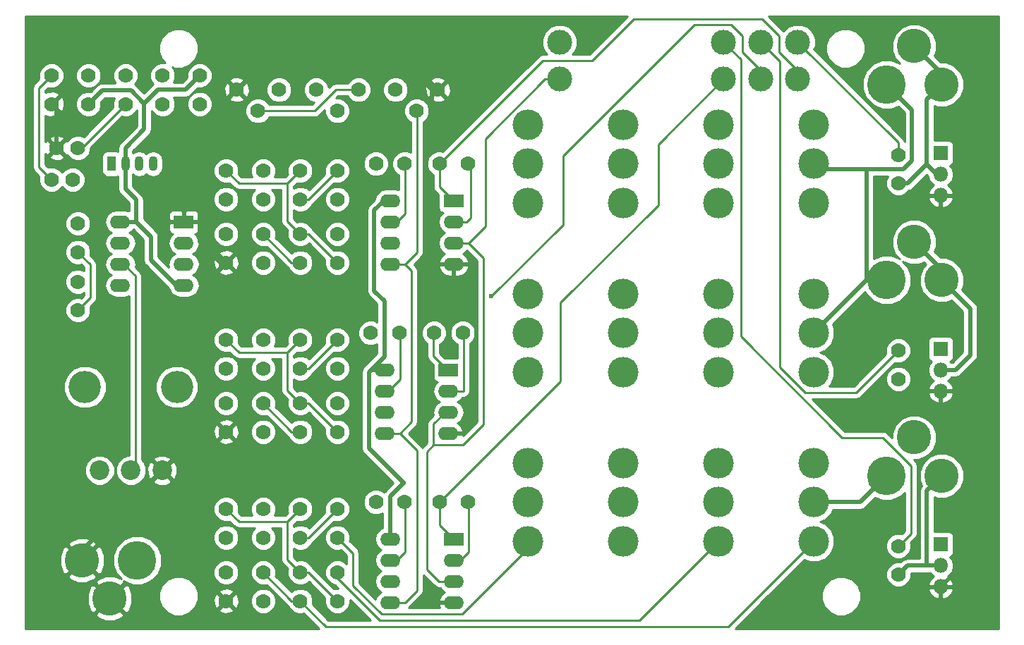
<source format=gbr>
G04 #@! TF.FileFunction,Copper,L2,Bot,Signal*
%FSLAX46Y46*%
G04 Gerber Fmt 4.6, Leading zero omitted, Abs format (unit mm)*
G04 Created by KiCad (PCBNEW 4.0.6) date 06/23/17 11:54:59*
%MOMM*%
%LPD*%
G01*
G04 APERTURE LIST*
%ADD10C,0.100000*%
%ADD11C,1.778000*%
%ADD12R,1.070000X1.800000*%
%ADD13O,1.070000X1.800000*%
%ADD14R,1.800000X1.800000*%
%ADD15O,1.800000X1.800000*%
%ADD16C,2.362200*%
%ADD17C,3.860800*%
%ADD18C,3.000000*%
%ADD19C,1.016000*%
%ADD20R,2.400000X1.600000*%
%ADD21O,2.400000X1.600000*%
%ADD22C,4.114800*%
%ADD23C,4.622800*%
%ADD24C,3.683000*%
%ADD25C,0.600000*%
%ADD26C,0.254000*%
%ADD27C,0.508000*%
G04 APERTURE END LIST*
D10*
D11*
X94615000Y-63500000D03*
X92075000Y-63500000D03*
D12*
X98679000Y-65405000D03*
D13*
X100330000Y-65405000D03*
X101981000Y-65405000D03*
X103632000Y-65405000D03*
D11*
X91440000Y-67310000D03*
X93980000Y-67310000D03*
D14*
X198120000Y-64135000D03*
D15*
X198120000Y-66675000D03*
X198120000Y-69215000D03*
D14*
X198120000Y-87630000D03*
D15*
X198120000Y-90170000D03*
X198120000Y-92710000D03*
D14*
X198120000Y-111125000D03*
D15*
X198120000Y-113665000D03*
X198120000Y-116205000D03*
D11*
X125730000Y-69659500D03*
X125730000Y-66230500D03*
X121285000Y-66230500D03*
X121285000Y-69659500D03*
X116840000Y-69659500D03*
X116840000Y-66230500D03*
X112395000Y-66230500D03*
X112395000Y-69659500D03*
X121285000Y-73850500D03*
X121285000Y-77279500D03*
X116840000Y-77279500D03*
X116840000Y-73850500D03*
X112395000Y-73850500D03*
X112395000Y-77279500D03*
X125730000Y-89979500D03*
X125730000Y-86550500D03*
X121285000Y-86550500D03*
X121285000Y-89979500D03*
X116840000Y-89979500D03*
X116840000Y-86550500D03*
X112395000Y-86550500D03*
X112395000Y-89979500D03*
X125730000Y-97599500D03*
X125730000Y-94170500D03*
X121285000Y-94170500D03*
X121285000Y-97599500D03*
X116840000Y-97599500D03*
X116840000Y-94170500D03*
X112395000Y-94170500D03*
X112395000Y-97599500D03*
X125730000Y-110299500D03*
X125730000Y-106870500D03*
X121285000Y-106870500D03*
X121285000Y-110299500D03*
X116840000Y-110299500D03*
X116840000Y-106870500D03*
X112395000Y-106870500D03*
X112395000Y-110299500D03*
X125730000Y-117919500D03*
X125730000Y-114490500D03*
X121285000Y-114490500D03*
X121285000Y-117919500D03*
X116840000Y-117919500D03*
X116840000Y-114490500D03*
X112395000Y-114490500D03*
X112395000Y-117919500D03*
X137985500Y-65405000D03*
X141414500Y-65405000D03*
X137350500Y-85725000D03*
X140779500Y-85725000D03*
X137985500Y-106045000D03*
X141414500Y-106045000D03*
X130365500Y-65405000D03*
X133794500Y-65405000D03*
X129730500Y-85725000D03*
X133159500Y-85725000D03*
X130365500Y-106045000D03*
X133794500Y-106045000D03*
X193040000Y-67754500D03*
X193040000Y-64325500D03*
X193040000Y-91249500D03*
X193040000Y-87820500D03*
X193040000Y-114744500D03*
X193040000Y-111315500D03*
X109220000Y-54800500D03*
X109220000Y-58229500D03*
X104775000Y-58229500D03*
X104775000Y-54800500D03*
X100330000Y-54800500D03*
X100330000Y-58229500D03*
X94615000Y-72580500D03*
X94615000Y-76009500D03*
X94615000Y-82994500D03*
X94615000Y-79565500D03*
X95885000Y-58229500D03*
X95885000Y-54800500D03*
X91440000Y-54800500D03*
X91440000Y-58229500D03*
D16*
X100965000Y-102235000D03*
X97205800Y-102235000D03*
X104724200Y-102235000D03*
D17*
X95453200Y-92227400D03*
X106476800Y-92227400D03*
D18*
X180975000Y-55245000D03*
D19*
X180975000Y-55245000D03*
D18*
X176530000Y-55245000D03*
D19*
X176530000Y-55245000D03*
D18*
X172085000Y-55245000D03*
D19*
X172085000Y-55245000D03*
D18*
X180975000Y-50800000D03*
D19*
X180975000Y-50800000D03*
D18*
X176530000Y-50800000D03*
D19*
X176530000Y-50800000D03*
D18*
X172085000Y-50800000D03*
D19*
X172085000Y-50800000D03*
D18*
X152400000Y-50800000D03*
D19*
X152400000Y-50800000D03*
D18*
X152400000Y-55245000D03*
D19*
X152400000Y-55245000D03*
D20*
X139700000Y-69850000D03*
D21*
X132080000Y-77470000D03*
X139700000Y-72390000D03*
X132080000Y-74930000D03*
X139700000Y-74930000D03*
X132080000Y-72390000D03*
X139700000Y-77470000D03*
X132080000Y-69850000D03*
D20*
X139065000Y-90170000D03*
D21*
X131445000Y-97790000D03*
X139065000Y-92710000D03*
X131445000Y-95250000D03*
X139065000Y-95250000D03*
X131445000Y-92710000D03*
X139065000Y-97790000D03*
X131445000Y-90170000D03*
D20*
X139700000Y-110490000D03*
D21*
X132080000Y-118110000D03*
X139700000Y-113030000D03*
X132080000Y-115570000D03*
X139700000Y-115570000D03*
X132080000Y-113030000D03*
X139700000Y-118110000D03*
X132080000Y-110490000D03*
D11*
X116205000Y-59055000D03*
X118745000Y-56515000D03*
X113665000Y-56515000D03*
X125730000Y-59055000D03*
X128270000Y-56515000D03*
X123190000Y-56515000D03*
X135255000Y-59055000D03*
X137795000Y-56515000D03*
X132715000Y-56515000D03*
X125730000Y-77279500D03*
X125730000Y-73850500D03*
D20*
X107315000Y-72390000D03*
D21*
X99695000Y-80010000D03*
X107315000Y-74930000D03*
X99695000Y-77470000D03*
X107315000Y-77470000D03*
X99695000Y-74930000D03*
X107315000Y-80010000D03*
X99695000Y-72390000D03*
D22*
X95123000Y-113030000D03*
D23*
X101727000Y-113030000D03*
D22*
X98425000Y-117627400D03*
X198247000Y-102870000D03*
D23*
X191643000Y-102870000D03*
D22*
X194945000Y-98272600D03*
X198247000Y-79375000D03*
D23*
X191643000Y-79375000D03*
D22*
X194945000Y-74777600D03*
X198247000Y-55880000D03*
D23*
X191643000Y-55880000D03*
D22*
X194945000Y-51282600D03*
D24*
X182880000Y-110744000D03*
X182880000Y-106045000D03*
X182880000Y-101346000D03*
X171450000Y-110744000D03*
X171450000Y-106045000D03*
X171450000Y-101346000D03*
X160020000Y-110744000D03*
X160020000Y-106045000D03*
X160020000Y-101346000D03*
X148590000Y-110744000D03*
X148590000Y-106045000D03*
X148590000Y-101346000D03*
X182880000Y-90424000D03*
X182880000Y-85725000D03*
X182880000Y-81026000D03*
X171450000Y-90424000D03*
X171450000Y-85725000D03*
X171450000Y-81026000D03*
X160020000Y-90424000D03*
X160020000Y-85725000D03*
X160020000Y-81026000D03*
X148590000Y-90424000D03*
X148590000Y-85725000D03*
X148590000Y-81026000D03*
X182880000Y-70104000D03*
X182880000Y-65405000D03*
X182880000Y-60706000D03*
X171450000Y-70104000D03*
X171450000Y-65405000D03*
X171450000Y-60706000D03*
X160020000Y-70104000D03*
X160020000Y-65405000D03*
X160020000Y-60706000D03*
X148590000Y-70104000D03*
X148590000Y-65405000D03*
X148590000Y-60706000D03*
D25*
X133700700Y-103724400D03*
X144221500Y-81301900D03*
D26*
X131445000Y-97790000D02*
X133229500Y-97790000D01*
X132080000Y-77470000D02*
X133864500Y-77470000D01*
X135294600Y-99855100D02*
X133229500Y-97790000D01*
X135294600Y-116679900D02*
X135294600Y-99855100D01*
X133864500Y-118110000D02*
X135294600Y-116679900D01*
X132080000Y-118110000D02*
X133864500Y-118110000D01*
X95059500Y-63500000D02*
X94615000Y-63500000D01*
X100330000Y-58229500D02*
X95059500Y-63500000D01*
X134633200Y-78238700D02*
X133864500Y-77470000D01*
X134633200Y-96386300D02*
X134633200Y-78238700D01*
X133229500Y-97790000D02*
X134633200Y-96386300D01*
X135292000Y-59092000D02*
X135255000Y-59055000D01*
X135292000Y-76042500D02*
X135292000Y-59092000D01*
X133864500Y-77470000D02*
X135292000Y-76042500D01*
D27*
X115168500Y-55011500D02*
X115570000Y-54610000D01*
X113665000Y-56515000D02*
X115168500Y-55011500D01*
X135539800Y-55011500D02*
X137043300Y-56515000D01*
X135138300Y-54610000D02*
X135539800Y-55011500D01*
X115570000Y-54610000D02*
X135138300Y-54610000D01*
X92075000Y-58864500D02*
X92075000Y-63500000D01*
X91440000Y-58229500D02*
X92075000Y-58864500D01*
X110877400Y-96081800D02*
X112395000Y-97599500D01*
X95123000Y-111836200D02*
X104724200Y-102235000D01*
X95123000Y-113030000D02*
X95123000Y-111836200D01*
X104724200Y-102235000D02*
X110877400Y-96081800D01*
X198120000Y-92710000D02*
X198120000Y-94321500D01*
X198120000Y-116205000D02*
X201052200Y-113272800D01*
X201052200Y-113272800D02*
X201052200Y-97253700D01*
X201052200Y-97253700D02*
X198120000Y-94321500D01*
X109226500Y-74781000D02*
X111725000Y-77279500D01*
X109226500Y-72390000D02*
X109226500Y-74781000D01*
X112395000Y-77279500D02*
X111725000Y-77279500D01*
X110763500Y-95968000D02*
X110877400Y-96081800D01*
X110763500Y-78911000D02*
X110763500Y-95968000D01*
X111725000Y-77949500D02*
X110763500Y-78911000D01*
X111725000Y-77279500D02*
X111725000Y-77949500D01*
X107315000Y-72390000D02*
X109226500Y-72390000D01*
X109226500Y-60953500D02*
X109226500Y-72390000D01*
X113665000Y-56515000D02*
X109226500Y-60953500D01*
X137795000Y-56515000D02*
X137043300Y-56515000D01*
X136337800Y-76019300D02*
X137788500Y-77470000D01*
X139528700Y-77470000D02*
X137788500Y-77470000D01*
X137043300Y-56515000D02*
X137043300Y-59870200D01*
X137043300Y-59870200D02*
X136337800Y-60575700D01*
X136337800Y-60575700D02*
X136337800Y-76019300D01*
X139065000Y-97790000D02*
X140976500Y-97790000D01*
X139700000Y-77470000D02*
X139528700Y-77470000D01*
X142400100Y-96366400D02*
X140976500Y-97790000D01*
X142400100Y-78258600D02*
X142400100Y-96366400D01*
X141611500Y-77470000D02*
X142400100Y-78258600D01*
X139700000Y-77470000D02*
X141611500Y-77470000D01*
D26*
X193040000Y-62865000D02*
X193040000Y-64325500D01*
X180975000Y-50800000D02*
X193040000Y-62865000D01*
D27*
X100330000Y-65405000D02*
X100330000Y-68453000D01*
X101606500Y-69729500D02*
X101606500Y-72390000D01*
X100330000Y-68453000D02*
X101606500Y-69729500D01*
X100330000Y-65405000D02*
X100330000Y-63500000D01*
X100330000Y-63500000D02*
X102565300Y-61264700D01*
X105410000Y-78994000D02*
X103378000Y-76962000D01*
X103378000Y-76962000D02*
X103378000Y-74161500D01*
X103378000Y-74161500D02*
X101606500Y-72390000D01*
X107315000Y-80010000D02*
X106426000Y-80010000D01*
X106426000Y-80010000D02*
X105410000Y-78994000D01*
X105410000Y-78994000D02*
X105403500Y-78987500D01*
X132080000Y-69850000D02*
X131318000Y-69850000D01*
X131318000Y-69850000D02*
X130168500Y-70999500D01*
X132080000Y-105345100D02*
X132080000Y-110490000D01*
X133700700Y-103724400D02*
X132080000Y-105345100D01*
X99695000Y-72390000D02*
X101606500Y-72390000D01*
X97524900Y-56589600D02*
X95885000Y-58229500D01*
X100987800Y-56589600D02*
X97524900Y-56589600D01*
X102565300Y-58167100D02*
X100987800Y-56589600D01*
X104217400Y-56515000D02*
X102565300Y-58167100D01*
X107505500Y-56515000D02*
X104217400Y-56515000D01*
X109220000Y-54800500D02*
X107505500Y-56515000D01*
X102565300Y-58167100D02*
X102565300Y-61264700D01*
X131445000Y-90170000D02*
X129774900Y-90170000D01*
X129533500Y-99557200D02*
X133700700Y-103724400D01*
X129533500Y-90411400D02*
X129533500Y-99557200D01*
X129774900Y-90170000D02*
X129533500Y-90411400D01*
X131380900Y-88564000D02*
X129774900Y-90170000D01*
X131380900Y-81879400D02*
X131380900Y-88564000D01*
X130168500Y-80667000D02*
X131380900Y-81879400D01*
X130168500Y-70999500D02*
X130168500Y-80667000D01*
X191643000Y-79375000D02*
X189230000Y-79375000D01*
X189230000Y-79375000D02*
X182880000Y-85725000D01*
X189230000Y-79375000D02*
X189230000Y-66040000D01*
X183515000Y-66040000D02*
X189230000Y-66040000D01*
X182880000Y-65405000D02*
X183515000Y-66040000D01*
X194675200Y-58912200D02*
X191643000Y-55880000D01*
X194675200Y-65007900D02*
X194675200Y-58912200D01*
X193643100Y-66040000D02*
X194675200Y-65007900D01*
X189230000Y-66040000D02*
X193643100Y-66040000D01*
X188468000Y-106045000D02*
X191643000Y-102870000D01*
X182880000Y-106045000D02*
X188468000Y-106045000D01*
D26*
X194556000Y-109799500D02*
X193040000Y-111315500D01*
X194556000Y-101687400D02*
X194556000Y-109799500D01*
X191150700Y-98282100D02*
X194556000Y-101687400D01*
X186295100Y-98282100D02*
X191150700Y-98282100D01*
X174177100Y-86164100D02*
X186295100Y-98282100D01*
X174177100Y-52892100D02*
X174177100Y-86164100D01*
X172085000Y-50800000D02*
X174177100Y-52892100D01*
X178858000Y-53128000D02*
X176530000Y-50800000D01*
X178858000Y-89836800D02*
X178858000Y-53128000D01*
X181884200Y-92863000D02*
X178858000Y-89836800D01*
X187997500Y-92863000D02*
X181884200Y-92863000D01*
X193040000Y-87820500D02*
X187997500Y-92863000D01*
X89952800Y-65822800D02*
X91440000Y-67310000D01*
X89952800Y-56287700D02*
X89952800Y-65822800D01*
X91440000Y-54800500D02*
X89952800Y-56287700D01*
D27*
X198247000Y-54584600D02*
X198247000Y-55880000D01*
X194945000Y-51282600D02*
X198247000Y-54584600D01*
X198120000Y-66675000D02*
X197648100Y-66675000D01*
X194178200Y-67754500D02*
X196452900Y-65479800D01*
X193040000Y-67754500D02*
X194178200Y-67754500D01*
X197648100Y-66675000D02*
X196452900Y-65479800D01*
X196452900Y-57674100D02*
X198247000Y-55880000D01*
X196452900Y-65479800D02*
X196452900Y-57674100D01*
X198247000Y-79375000D02*
X201676000Y-82804000D01*
X199898000Y-90170000D02*
X198120000Y-90170000D01*
X201676000Y-88392000D02*
X199898000Y-90170000D01*
X201676000Y-82804000D02*
X201676000Y-88392000D01*
X198247000Y-78079600D02*
X198247000Y-79375000D01*
X194945000Y-74777600D02*
X198247000Y-78079600D01*
X196463100Y-104653900D02*
X198247000Y-102870000D01*
X196463100Y-113665000D02*
X196463100Y-104653900D01*
X194119500Y-113665000D02*
X196463100Y-113665000D01*
X193040000Y-114744500D02*
X194119500Y-113665000D01*
X196463100Y-113665000D02*
X198120000Y-113665000D01*
D26*
X125533200Y-56515000D02*
X128270000Y-56515000D01*
X122993200Y-59055000D02*
X125533200Y-56515000D01*
X116205000Y-59055000D02*
X122993200Y-59055000D01*
X122301000Y-69659500D02*
X121285000Y-69659500D01*
X125730000Y-66230500D02*
X122301000Y-69659500D01*
X139700000Y-72390000D02*
X141224000Y-72390000D01*
X141732000Y-71882000D02*
X141732000Y-65722500D01*
X141224000Y-72390000D02*
X141732000Y-71882000D01*
X141732000Y-65722500D02*
X141414500Y-65405000D01*
X141484500Y-65475000D02*
X141414500Y-65405000D01*
X122301000Y-73850500D02*
X121285000Y-73850500D01*
X125730000Y-77279500D02*
X122301000Y-73850500D01*
X113922900Y-67758400D02*
X112395000Y-66230500D01*
X119757100Y-67758400D02*
X113922900Y-67758400D01*
X121285000Y-66230500D02*
X119757100Y-67758400D01*
X119757100Y-72322600D02*
X121285000Y-73850500D01*
X119757100Y-67758400D02*
X119757100Y-72322600D01*
X120269000Y-77279500D02*
X116840000Y-73850500D01*
X121285000Y-77279500D02*
X120269000Y-77279500D01*
X122301000Y-89979500D02*
X121285000Y-89979500D01*
X125730000Y-86550500D02*
X122301000Y-89979500D01*
X140849500Y-85795000D02*
X140779500Y-85725000D01*
X140849500Y-92710000D02*
X140849500Y-85795000D01*
X139065000Y-92710000D02*
X140849500Y-92710000D01*
X122301000Y-94170500D02*
X121285000Y-94170500D01*
X125730000Y-97599500D02*
X122301000Y-94170500D01*
X113922900Y-88078400D02*
X119757100Y-88078400D01*
X112395000Y-86550500D02*
X113922900Y-88078400D01*
X121285000Y-86550500D02*
X119757100Y-88078400D01*
X119757100Y-92642600D02*
X121285000Y-94170500D01*
X119757100Y-88078400D02*
X119757100Y-92642600D01*
X120269000Y-97599500D02*
X116840000Y-94170500D01*
X121285000Y-97599500D02*
X120269000Y-97599500D01*
X148590000Y-111624900D02*
X148590000Y-110744000D01*
X140702200Y-119512700D02*
X148590000Y-111624900D01*
X131057400Y-119512700D02*
X140702200Y-119512700D01*
X127610800Y-116066100D02*
X131057400Y-119512700D01*
X127610800Y-112180300D02*
X127610800Y-116066100D01*
X125730000Y-110299500D02*
X127610800Y-112180300D01*
X122301000Y-110299500D02*
X121285000Y-110299500D01*
X125730000Y-106870500D02*
X122301000Y-110299500D01*
X139700000Y-113030000D02*
X140462000Y-113030000D01*
X140462000Y-113030000D02*
X141484500Y-112007500D01*
X141484500Y-106115000D02*
X141414500Y-106045000D01*
X141484500Y-112007500D02*
X141484500Y-106115000D01*
X122301000Y-114490500D02*
X121285000Y-114490500D01*
X125730000Y-117919500D02*
X122301000Y-114490500D01*
X113922900Y-108398400D02*
X119757100Y-108398400D01*
X112395000Y-106870500D02*
X113922900Y-108398400D01*
X121285000Y-106870500D02*
X119757100Y-108398400D01*
X119757100Y-112962600D02*
X121285000Y-114490500D01*
X119757100Y-108398400D02*
X119757100Y-112962600D01*
X161951700Y-120242300D02*
X171450000Y-110744000D01*
X130780700Y-120242300D02*
X161951700Y-120242300D01*
X125730000Y-115191600D02*
X130780700Y-120242300D01*
X125730000Y-114490500D02*
X125730000Y-115191600D01*
X120269000Y-117919500D02*
X121285000Y-117919500D01*
X116840000Y-114490500D02*
X120269000Y-117919500D01*
X172651600Y-120972400D02*
X182880000Y-110744000D01*
X124337900Y-120972400D02*
X172651600Y-120972400D01*
X121285000Y-117919500D02*
X124337900Y-120972400D01*
X139700000Y-69850000D02*
X137985500Y-68135500D01*
X137985500Y-68135500D02*
X137985500Y-65405000D01*
X137915500Y-65475000D02*
X137985500Y-65405000D01*
X150368000Y-53022500D02*
X137985500Y-65405000D01*
X180975000Y-54238700D02*
X178752500Y-52016200D01*
X178752500Y-52016200D02*
X178752500Y-50071200D01*
X178752500Y-50071200D02*
X176666900Y-47985600D01*
X176666900Y-47985600D02*
X161294500Y-47985600D01*
X161294500Y-47985600D02*
X156257600Y-53022500D01*
X156257600Y-53022500D02*
X150368000Y-53022500D01*
X180975000Y-55245000D02*
X180975000Y-54238700D01*
X139065000Y-90170000D02*
X138938000Y-90170000D01*
X138938000Y-90170000D02*
X137280500Y-88512500D01*
X137280500Y-85795000D02*
X137350500Y-85725000D01*
X137280500Y-88512500D02*
X137280500Y-85795000D01*
X152804500Y-72718900D02*
X144221500Y-81301900D01*
X152804500Y-64463300D02*
X152804500Y-72718900D01*
X168570700Y-48697100D02*
X152804500Y-64463300D01*
X172960200Y-48697100D02*
X168570700Y-48697100D01*
X174307600Y-50044500D02*
X172960200Y-48697100D01*
X174307600Y-52016300D02*
X174307600Y-50044500D01*
X176530000Y-54238700D02*
X174307600Y-52016300D01*
X176530000Y-55245000D02*
X176530000Y-54238700D01*
X139700000Y-110490000D02*
X137985500Y-108775500D01*
X137985500Y-108775500D02*
X137985500Y-106045000D01*
X137985500Y-106045000D02*
X137915500Y-106115000D01*
X152525500Y-91505000D02*
X137985500Y-106045000D01*
X172085000Y-55245000D02*
X164234500Y-63095500D01*
X164234500Y-63095500D02*
X164234500Y-70340300D01*
X164234500Y-70340300D02*
X152525500Y-82049300D01*
X152525500Y-82049300D02*
X152525500Y-91505000D01*
X132080000Y-72390000D02*
X132842000Y-72390000D01*
X132842000Y-72390000D02*
X133864500Y-71367500D01*
X133864500Y-71367500D02*
X133864500Y-65475000D01*
X133864500Y-65475000D02*
X133794500Y-65405000D01*
X131445000Y-92710000D02*
X131826000Y-92710000D01*
X131826000Y-92710000D02*
X133229500Y-91306500D01*
X133229500Y-85795000D02*
X133159500Y-85725000D01*
X133229500Y-91306500D02*
X133229500Y-85795000D01*
X132080000Y-113030000D02*
X132842000Y-113030000D01*
X132842000Y-113030000D02*
X133864500Y-112007500D01*
X133864500Y-106115000D02*
X133794500Y-106045000D01*
X133864500Y-112007500D02*
X133864500Y-106115000D01*
X139065000Y-95250000D02*
X138684000Y-95250000D01*
X138684000Y-95250000D02*
X137280500Y-96653500D01*
X96103100Y-77497600D02*
X94615000Y-76009500D01*
X96103100Y-81506400D02*
X96103100Y-77497600D01*
X94615000Y-82994500D02*
X96103100Y-81506400D01*
X139700000Y-115570000D02*
X137915500Y-115570000D01*
X139700000Y-74930000D02*
X141484500Y-74930000D01*
X143473000Y-72941500D02*
X141484500Y-74930000D01*
X143473000Y-62378200D02*
X143473000Y-72941500D01*
X150606200Y-55245000D02*
X143473000Y-62378200D01*
X152400000Y-55245000D02*
X150606200Y-55245000D01*
X140763600Y-99188800D02*
X137280500Y-99188800D01*
X143267900Y-96684500D02*
X140763600Y-99188800D01*
X143267900Y-76713400D02*
X143267900Y-96684500D01*
X141484500Y-74930000D02*
X143267900Y-76713400D01*
X137280500Y-96653500D02*
X137280500Y-99188800D01*
X136475400Y-114129900D02*
X137915500Y-115570000D01*
X136475400Y-99993900D02*
X136475400Y-114129900D01*
X137280500Y-99188800D02*
X136475400Y-99993900D01*
X99695000Y-77470000D02*
X100076000Y-77470000D01*
X100076000Y-77470000D02*
X101479500Y-78873500D01*
X101479500Y-101720500D02*
X100965000Y-102235000D01*
X101479500Y-78873500D02*
X101479500Y-101720500D01*
G36*
X205055000Y-121235000D02*
X173466630Y-121235000D01*
X176888336Y-117813294D01*
X183832093Y-117813294D01*
X184189030Y-118677146D01*
X184849378Y-119338647D01*
X185712605Y-119697091D01*
X186647294Y-119697907D01*
X187511146Y-119340970D01*
X188172647Y-118680622D01*
X188531091Y-117817395D01*
X188531907Y-116882706D01*
X188402593Y-116569742D01*
X196628954Y-116569742D01*
X196882034Y-117112576D01*
X197323583Y-117517240D01*
X197755260Y-117696036D01*
X197993000Y-117575378D01*
X197993000Y-116332000D01*
X198247000Y-116332000D01*
X198247000Y-117575378D01*
X198484740Y-117696036D01*
X198916417Y-117517240D01*
X199357966Y-117112576D01*
X199611046Y-116569742D01*
X199490997Y-116332000D01*
X198247000Y-116332000D01*
X197993000Y-116332000D01*
X196749003Y-116332000D01*
X196628954Y-116569742D01*
X188402593Y-116569742D01*
X188174970Y-116018854D01*
X187514622Y-115357353D01*
X186765554Y-115046312D01*
X191515736Y-115046312D01*
X191747262Y-115606649D01*
X192175596Y-116035731D01*
X192735528Y-116268235D01*
X193341812Y-116268764D01*
X193902149Y-116037238D01*
X194331231Y-115608904D01*
X194563735Y-115048972D01*
X194564167Y-114554000D01*
X196883261Y-114554000D01*
X197034591Y-114780481D01*
X197272582Y-114939501D01*
X196882034Y-115297424D01*
X196628954Y-115840258D01*
X196749003Y-116078000D01*
X197993000Y-116078000D01*
X197993000Y-116058000D01*
X198247000Y-116058000D01*
X198247000Y-116078000D01*
X199490997Y-116078000D01*
X199611046Y-115840258D01*
X199357966Y-115297424D01*
X198967418Y-114939501D01*
X199205409Y-114780481D01*
X199538155Y-114282491D01*
X199655000Y-113695072D01*
X199655000Y-113634928D01*
X199538155Y-113047509D01*
X199257163Y-112626974D01*
X199471441Y-112489090D01*
X199616431Y-112276890D01*
X199667440Y-112025000D01*
X199667440Y-110225000D01*
X199623162Y-109989683D01*
X199484090Y-109773559D01*
X199271890Y-109628569D01*
X199020000Y-109577560D01*
X197352100Y-109577560D01*
X197352100Y-105413692D01*
X197709099Y-105561931D01*
X198780202Y-105562866D01*
X199770130Y-105153836D01*
X200528175Y-104397113D01*
X200938931Y-103407901D01*
X200939866Y-102336798D01*
X200530836Y-101346870D01*
X199774113Y-100588825D01*
X198784901Y-100178069D01*
X197713798Y-100177134D01*
X196723870Y-100586164D01*
X195965825Y-101342887D01*
X195555069Y-102332099D01*
X195554134Y-103403202D01*
X195820079Y-104046838D01*
X195641771Y-104313694D01*
X195574100Y-104653900D01*
X195574100Y-112776000D01*
X194119500Y-112776000D01*
X193779295Y-112843670D01*
X193490882Y-113036382D01*
X193306532Y-113220732D01*
X192738188Y-113220236D01*
X192177851Y-113451762D01*
X191748769Y-113880096D01*
X191516265Y-114440028D01*
X191515736Y-115046312D01*
X186765554Y-115046312D01*
X186651395Y-114998909D01*
X185716706Y-114998093D01*
X184852854Y-115355030D01*
X184191353Y-116015378D01*
X183832909Y-116878605D01*
X183832093Y-117813294D01*
X176888336Y-117813294D01*
X181746701Y-112954929D01*
X182385232Y-113220070D01*
X183370445Y-113220929D01*
X184280992Y-112844699D01*
X184978251Y-112148656D01*
X185356070Y-111238768D01*
X185356929Y-110253555D01*
X184980699Y-109343008D01*
X184284656Y-108645749D01*
X183679215Y-108394348D01*
X184280992Y-108145699D01*
X184978251Y-107449656D01*
X185192370Y-106934000D01*
X188468000Y-106934000D01*
X188808206Y-106866329D01*
X189096618Y-106673618D01*
X190277095Y-105493141D01*
X191054354Y-105815887D01*
X192226504Y-105816910D01*
X193309821Y-105369293D01*
X193794000Y-104885958D01*
X193794000Y-109483869D01*
X193444549Y-109833321D01*
X193344472Y-109791765D01*
X192738188Y-109791236D01*
X192177851Y-110022762D01*
X191748769Y-110451096D01*
X191516265Y-111011028D01*
X191515736Y-111617312D01*
X191747262Y-112177649D01*
X192175596Y-112606731D01*
X192735528Y-112839235D01*
X193341812Y-112839764D01*
X193902149Y-112608238D01*
X194331231Y-112179904D01*
X194563735Y-111619972D01*
X194564264Y-111013688D01*
X194521921Y-110911210D01*
X195094816Y-110338315D01*
X195193834Y-110190123D01*
X195259996Y-110091105D01*
X195318000Y-109799500D01*
X195318000Y-101687400D01*
X195259996Y-101395795D01*
X195224644Y-101342887D01*
X195094815Y-101148584D01*
X194911202Y-100964971D01*
X195478202Y-100965466D01*
X196468130Y-100556436D01*
X197226175Y-99799713D01*
X197636931Y-98810501D01*
X197637866Y-97739398D01*
X197228836Y-96749470D01*
X196472113Y-95991425D01*
X195482901Y-95580669D01*
X194411798Y-95579734D01*
X193421870Y-95988764D01*
X192663825Y-96745487D01*
X192253069Y-97734699D01*
X192252570Y-98306340D01*
X191689515Y-97743285D01*
X191569360Y-97663000D01*
X191442305Y-97578104D01*
X191150700Y-97520100D01*
X186610730Y-97520100D01*
X182715630Y-93625000D01*
X187997500Y-93625000D01*
X188289105Y-93566996D01*
X188536315Y-93401815D01*
X188863388Y-93074742D01*
X196628954Y-93074742D01*
X196882034Y-93617576D01*
X197323583Y-94022240D01*
X197755260Y-94201036D01*
X197993000Y-94080378D01*
X197993000Y-92837000D01*
X198247000Y-92837000D01*
X198247000Y-94080378D01*
X198484740Y-94201036D01*
X198916417Y-94022240D01*
X199357966Y-93617576D01*
X199611046Y-93074742D01*
X199490997Y-92837000D01*
X198247000Y-92837000D01*
X197993000Y-92837000D01*
X196749003Y-92837000D01*
X196628954Y-93074742D01*
X188863388Y-93074742D01*
X190386818Y-91551312D01*
X191515736Y-91551312D01*
X191747262Y-92111649D01*
X192175596Y-92540731D01*
X192735528Y-92773235D01*
X193341812Y-92773764D01*
X193902149Y-92542238D01*
X194331231Y-92113904D01*
X194563735Y-91553972D01*
X194564264Y-90947688D01*
X194332738Y-90387351D01*
X193904404Y-89958269D01*
X193344472Y-89725765D01*
X192738188Y-89725236D01*
X192177851Y-89956762D01*
X191748769Y-90385096D01*
X191516265Y-90945028D01*
X191515736Y-91551312D01*
X190386818Y-91551312D01*
X192635451Y-89302679D01*
X192735528Y-89344235D01*
X193341812Y-89344764D01*
X193902149Y-89113238D01*
X194331231Y-88684904D01*
X194563735Y-88124972D01*
X194564264Y-87518688D01*
X194332738Y-86958351D01*
X193904404Y-86529269D01*
X193344472Y-86296765D01*
X192738188Y-86296236D01*
X192177851Y-86527762D01*
X191748769Y-86956096D01*
X191516265Y-87516028D01*
X191515736Y-88122312D01*
X191558079Y-88224791D01*
X187681870Y-92101000D01*
X184705431Y-92101000D01*
X184978251Y-91828656D01*
X185356070Y-90918768D01*
X185356929Y-89933555D01*
X184980699Y-89023008D01*
X184284656Y-88325749D01*
X183679215Y-88074348D01*
X184280992Y-87825699D01*
X184978251Y-87129656D01*
X185356070Y-86219768D01*
X185356929Y-85234555D01*
X185143710Y-84718526D01*
X189049182Y-80813054D01*
X189143707Y-81041821D01*
X189971820Y-81871380D01*
X191054354Y-82320887D01*
X192226504Y-82321910D01*
X193309821Y-81874293D01*
X194139380Y-81046180D01*
X194588887Y-79963646D01*
X194589910Y-78791496D01*
X194142293Y-77708179D01*
X193547922Y-77112770D01*
X194407099Y-77469531D01*
X195478202Y-77470466D01*
X196116776Y-77206612D01*
X196362284Y-77452120D01*
X195965825Y-77847887D01*
X195555069Y-78837099D01*
X195554134Y-79908202D01*
X195963164Y-80898130D01*
X196719887Y-81656175D01*
X197709099Y-82066931D01*
X198780202Y-82067866D01*
X199418776Y-81804012D01*
X200787000Y-83172236D01*
X200787000Y-88023764D01*
X199529764Y-89281000D01*
X199356739Y-89281000D01*
X199257163Y-89131974D01*
X199471441Y-88994090D01*
X199616431Y-88781890D01*
X199667440Y-88530000D01*
X199667440Y-86730000D01*
X199623162Y-86494683D01*
X199484090Y-86278559D01*
X199271890Y-86133569D01*
X199020000Y-86082560D01*
X197220000Y-86082560D01*
X196984683Y-86126838D01*
X196768559Y-86265910D01*
X196623569Y-86478110D01*
X196572560Y-86730000D01*
X196572560Y-88530000D01*
X196616838Y-88765317D01*
X196755910Y-88981441D01*
X196968110Y-89126431D01*
X196984344Y-89129719D01*
X196701845Y-89552509D01*
X196585000Y-90139928D01*
X196585000Y-90200072D01*
X196701845Y-90787491D01*
X197034591Y-91285481D01*
X197272582Y-91444501D01*
X196882034Y-91802424D01*
X196628954Y-92345258D01*
X196749003Y-92583000D01*
X197993000Y-92583000D01*
X197993000Y-92563000D01*
X198247000Y-92563000D01*
X198247000Y-92583000D01*
X199490997Y-92583000D01*
X199611046Y-92345258D01*
X199357966Y-91802424D01*
X198967418Y-91444501D01*
X199205409Y-91285481D01*
X199356739Y-91059000D01*
X199898000Y-91059000D01*
X200238206Y-90991329D01*
X200526618Y-90798618D01*
X202304618Y-89020618D01*
X202372812Y-88918559D01*
X202497329Y-88732206D01*
X202565000Y-88392000D01*
X202565000Y-82804000D01*
X202497329Y-82463794D01*
X202304618Y-82175382D01*
X200675808Y-80546572D01*
X200938931Y-79912901D01*
X200939866Y-78841798D01*
X200530836Y-77851870D01*
X199774113Y-77093825D01*
X198784901Y-76683069D01*
X198107113Y-76682477D01*
X197373808Y-75949172D01*
X197636931Y-75315501D01*
X197637866Y-74244398D01*
X197228836Y-73254470D01*
X196472113Y-72496425D01*
X195482901Y-72085669D01*
X194411798Y-72084734D01*
X193421870Y-72493764D01*
X192663825Y-73250487D01*
X192253069Y-74239699D01*
X192252134Y-75310802D01*
X192661164Y-76300730D01*
X193184145Y-76824625D01*
X192231646Y-76429113D01*
X191059496Y-76428090D01*
X190119000Y-76816695D01*
X190119000Y-69579742D01*
X196628954Y-69579742D01*
X196882034Y-70122576D01*
X197323583Y-70527240D01*
X197755260Y-70706036D01*
X197993000Y-70585378D01*
X197993000Y-69342000D01*
X198247000Y-69342000D01*
X198247000Y-70585378D01*
X198484740Y-70706036D01*
X198916417Y-70527240D01*
X199357966Y-70122576D01*
X199611046Y-69579742D01*
X199490997Y-69342000D01*
X198247000Y-69342000D01*
X197993000Y-69342000D01*
X196749003Y-69342000D01*
X196628954Y-69579742D01*
X190119000Y-69579742D01*
X190119000Y-66929000D01*
X191732615Y-66929000D01*
X191516265Y-67450028D01*
X191515736Y-68056312D01*
X191747262Y-68616649D01*
X192175596Y-69045731D01*
X192735528Y-69278235D01*
X193341812Y-69278764D01*
X193902149Y-69047238D01*
X194331231Y-68618904D01*
X194333876Y-68612534D01*
X194518406Y-68575829D01*
X194806818Y-68383118D01*
X196452900Y-66737036D01*
X196625738Y-66909874D01*
X196701845Y-67292491D01*
X197034591Y-67790481D01*
X197272582Y-67949501D01*
X196882034Y-68307424D01*
X196628954Y-68850258D01*
X196749003Y-69088000D01*
X197993000Y-69088000D01*
X197993000Y-69068000D01*
X198247000Y-69068000D01*
X198247000Y-69088000D01*
X199490997Y-69088000D01*
X199611046Y-68850258D01*
X199357966Y-68307424D01*
X198967418Y-67949501D01*
X199205409Y-67790481D01*
X199538155Y-67292491D01*
X199655000Y-66705072D01*
X199655000Y-66644928D01*
X199538155Y-66057509D01*
X199257163Y-65636974D01*
X199471441Y-65499090D01*
X199616431Y-65286890D01*
X199667440Y-65035000D01*
X199667440Y-63235000D01*
X199623162Y-62999683D01*
X199484090Y-62783559D01*
X199271890Y-62638569D01*
X199020000Y-62587560D01*
X197341900Y-62587560D01*
X197341900Y-58419457D01*
X197709099Y-58571931D01*
X198780202Y-58572866D01*
X199770130Y-58163836D01*
X200528175Y-57407113D01*
X200938931Y-56417901D01*
X200939866Y-55346798D01*
X200530836Y-54356870D01*
X199774113Y-53598825D01*
X198784901Y-53188069D01*
X198107113Y-53187477D01*
X197373808Y-52454172D01*
X197636931Y-51820501D01*
X197637866Y-50749398D01*
X197228836Y-49759470D01*
X196472113Y-49001425D01*
X195482901Y-48590669D01*
X194411798Y-48589734D01*
X193421870Y-48998764D01*
X192663825Y-49755487D01*
X192253069Y-50744699D01*
X192252134Y-51815802D01*
X192661164Y-52805730D01*
X193184145Y-53329625D01*
X192231646Y-52934113D01*
X191059496Y-52933090D01*
X189976179Y-53380707D01*
X189146620Y-54208820D01*
X188697113Y-55291354D01*
X188696090Y-56463504D01*
X189143707Y-57546821D01*
X189971820Y-58376380D01*
X191054354Y-58825887D01*
X192226504Y-58826910D01*
X193009250Y-58503486D01*
X193786200Y-59280436D01*
X193786200Y-62785568D01*
X193743996Y-62573395D01*
X193622460Y-62391504D01*
X193578816Y-62326185D01*
X183279925Y-52027294D01*
X184340093Y-52027294D01*
X184697030Y-52891146D01*
X185357378Y-53552647D01*
X186220605Y-53911091D01*
X187155294Y-53911907D01*
X188019146Y-53554970D01*
X188680647Y-52894622D01*
X189039091Y-52031395D01*
X189039907Y-51096706D01*
X188682970Y-50232854D01*
X188022622Y-49571353D01*
X187159395Y-49212909D01*
X186224706Y-49212093D01*
X185360854Y-49569030D01*
X184699353Y-50229378D01*
X184340909Y-51092605D01*
X184340093Y-52027294D01*
X183279925Y-52027294D01*
X182924649Y-51672019D01*
X183109628Y-51226541D01*
X183110370Y-50377185D01*
X182786020Y-49592200D01*
X182185959Y-48991091D01*
X181401541Y-48665372D01*
X180552185Y-48664630D01*
X179767200Y-48988980D01*
X179257111Y-49498180D01*
X177433930Y-47675000D01*
X205055000Y-47675000D01*
X205055000Y-121235000D01*
X205055000Y-121235000D01*
G37*
X205055000Y-121235000D02*
X173466630Y-121235000D01*
X176888336Y-117813294D01*
X183832093Y-117813294D01*
X184189030Y-118677146D01*
X184849378Y-119338647D01*
X185712605Y-119697091D01*
X186647294Y-119697907D01*
X187511146Y-119340970D01*
X188172647Y-118680622D01*
X188531091Y-117817395D01*
X188531907Y-116882706D01*
X188402593Y-116569742D01*
X196628954Y-116569742D01*
X196882034Y-117112576D01*
X197323583Y-117517240D01*
X197755260Y-117696036D01*
X197993000Y-117575378D01*
X197993000Y-116332000D01*
X198247000Y-116332000D01*
X198247000Y-117575378D01*
X198484740Y-117696036D01*
X198916417Y-117517240D01*
X199357966Y-117112576D01*
X199611046Y-116569742D01*
X199490997Y-116332000D01*
X198247000Y-116332000D01*
X197993000Y-116332000D01*
X196749003Y-116332000D01*
X196628954Y-116569742D01*
X188402593Y-116569742D01*
X188174970Y-116018854D01*
X187514622Y-115357353D01*
X186765554Y-115046312D01*
X191515736Y-115046312D01*
X191747262Y-115606649D01*
X192175596Y-116035731D01*
X192735528Y-116268235D01*
X193341812Y-116268764D01*
X193902149Y-116037238D01*
X194331231Y-115608904D01*
X194563735Y-115048972D01*
X194564167Y-114554000D01*
X196883261Y-114554000D01*
X197034591Y-114780481D01*
X197272582Y-114939501D01*
X196882034Y-115297424D01*
X196628954Y-115840258D01*
X196749003Y-116078000D01*
X197993000Y-116078000D01*
X197993000Y-116058000D01*
X198247000Y-116058000D01*
X198247000Y-116078000D01*
X199490997Y-116078000D01*
X199611046Y-115840258D01*
X199357966Y-115297424D01*
X198967418Y-114939501D01*
X199205409Y-114780481D01*
X199538155Y-114282491D01*
X199655000Y-113695072D01*
X199655000Y-113634928D01*
X199538155Y-113047509D01*
X199257163Y-112626974D01*
X199471441Y-112489090D01*
X199616431Y-112276890D01*
X199667440Y-112025000D01*
X199667440Y-110225000D01*
X199623162Y-109989683D01*
X199484090Y-109773559D01*
X199271890Y-109628569D01*
X199020000Y-109577560D01*
X197352100Y-109577560D01*
X197352100Y-105413692D01*
X197709099Y-105561931D01*
X198780202Y-105562866D01*
X199770130Y-105153836D01*
X200528175Y-104397113D01*
X200938931Y-103407901D01*
X200939866Y-102336798D01*
X200530836Y-101346870D01*
X199774113Y-100588825D01*
X198784901Y-100178069D01*
X197713798Y-100177134D01*
X196723870Y-100586164D01*
X195965825Y-101342887D01*
X195555069Y-102332099D01*
X195554134Y-103403202D01*
X195820079Y-104046838D01*
X195641771Y-104313694D01*
X195574100Y-104653900D01*
X195574100Y-112776000D01*
X194119500Y-112776000D01*
X193779295Y-112843670D01*
X193490882Y-113036382D01*
X193306532Y-113220732D01*
X192738188Y-113220236D01*
X192177851Y-113451762D01*
X191748769Y-113880096D01*
X191516265Y-114440028D01*
X191515736Y-115046312D01*
X186765554Y-115046312D01*
X186651395Y-114998909D01*
X185716706Y-114998093D01*
X184852854Y-115355030D01*
X184191353Y-116015378D01*
X183832909Y-116878605D01*
X183832093Y-117813294D01*
X176888336Y-117813294D01*
X181746701Y-112954929D01*
X182385232Y-113220070D01*
X183370445Y-113220929D01*
X184280992Y-112844699D01*
X184978251Y-112148656D01*
X185356070Y-111238768D01*
X185356929Y-110253555D01*
X184980699Y-109343008D01*
X184284656Y-108645749D01*
X183679215Y-108394348D01*
X184280992Y-108145699D01*
X184978251Y-107449656D01*
X185192370Y-106934000D01*
X188468000Y-106934000D01*
X188808206Y-106866329D01*
X189096618Y-106673618D01*
X190277095Y-105493141D01*
X191054354Y-105815887D01*
X192226504Y-105816910D01*
X193309821Y-105369293D01*
X193794000Y-104885958D01*
X193794000Y-109483869D01*
X193444549Y-109833321D01*
X193344472Y-109791765D01*
X192738188Y-109791236D01*
X192177851Y-110022762D01*
X191748769Y-110451096D01*
X191516265Y-111011028D01*
X191515736Y-111617312D01*
X191747262Y-112177649D01*
X192175596Y-112606731D01*
X192735528Y-112839235D01*
X193341812Y-112839764D01*
X193902149Y-112608238D01*
X194331231Y-112179904D01*
X194563735Y-111619972D01*
X194564264Y-111013688D01*
X194521921Y-110911210D01*
X195094816Y-110338315D01*
X195193834Y-110190123D01*
X195259996Y-110091105D01*
X195318000Y-109799500D01*
X195318000Y-101687400D01*
X195259996Y-101395795D01*
X195224644Y-101342887D01*
X195094815Y-101148584D01*
X194911202Y-100964971D01*
X195478202Y-100965466D01*
X196468130Y-100556436D01*
X197226175Y-99799713D01*
X197636931Y-98810501D01*
X197637866Y-97739398D01*
X197228836Y-96749470D01*
X196472113Y-95991425D01*
X195482901Y-95580669D01*
X194411798Y-95579734D01*
X193421870Y-95988764D01*
X192663825Y-96745487D01*
X192253069Y-97734699D01*
X192252570Y-98306340D01*
X191689515Y-97743285D01*
X191569360Y-97663000D01*
X191442305Y-97578104D01*
X191150700Y-97520100D01*
X186610730Y-97520100D01*
X182715630Y-93625000D01*
X187997500Y-93625000D01*
X188289105Y-93566996D01*
X188536315Y-93401815D01*
X188863388Y-93074742D01*
X196628954Y-93074742D01*
X196882034Y-93617576D01*
X197323583Y-94022240D01*
X197755260Y-94201036D01*
X197993000Y-94080378D01*
X197993000Y-92837000D01*
X198247000Y-92837000D01*
X198247000Y-94080378D01*
X198484740Y-94201036D01*
X198916417Y-94022240D01*
X199357966Y-93617576D01*
X199611046Y-93074742D01*
X199490997Y-92837000D01*
X198247000Y-92837000D01*
X197993000Y-92837000D01*
X196749003Y-92837000D01*
X196628954Y-93074742D01*
X188863388Y-93074742D01*
X190386818Y-91551312D01*
X191515736Y-91551312D01*
X191747262Y-92111649D01*
X192175596Y-92540731D01*
X192735528Y-92773235D01*
X193341812Y-92773764D01*
X193902149Y-92542238D01*
X194331231Y-92113904D01*
X194563735Y-91553972D01*
X194564264Y-90947688D01*
X194332738Y-90387351D01*
X193904404Y-89958269D01*
X193344472Y-89725765D01*
X192738188Y-89725236D01*
X192177851Y-89956762D01*
X191748769Y-90385096D01*
X191516265Y-90945028D01*
X191515736Y-91551312D01*
X190386818Y-91551312D01*
X192635451Y-89302679D01*
X192735528Y-89344235D01*
X193341812Y-89344764D01*
X193902149Y-89113238D01*
X194331231Y-88684904D01*
X194563735Y-88124972D01*
X194564264Y-87518688D01*
X194332738Y-86958351D01*
X193904404Y-86529269D01*
X193344472Y-86296765D01*
X192738188Y-86296236D01*
X192177851Y-86527762D01*
X191748769Y-86956096D01*
X191516265Y-87516028D01*
X191515736Y-88122312D01*
X191558079Y-88224791D01*
X187681870Y-92101000D01*
X184705431Y-92101000D01*
X184978251Y-91828656D01*
X185356070Y-90918768D01*
X185356929Y-89933555D01*
X184980699Y-89023008D01*
X184284656Y-88325749D01*
X183679215Y-88074348D01*
X184280992Y-87825699D01*
X184978251Y-87129656D01*
X185356070Y-86219768D01*
X185356929Y-85234555D01*
X185143710Y-84718526D01*
X189049182Y-80813054D01*
X189143707Y-81041821D01*
X189971820Y-81871380D01*
X191054354Y-82320887D01*
X192226504Y-82321910D01*
X193309821Y-81874293D01*
X194139380Y-81046180D01*
X194588887Y-79963646D01*
X194589910Y-78791496D01*
X194142293Y-77708179D01*
X193547922Y-77112770D01*
X194407099Y-77469531D01*
X195478202Y-77470466D01*
X196116776Y-77206612D01*
X196362284Y-77452120D01*
X195965825Y-77847887D01*
X195555069Y-78837099D01*
X195554134Y-79908202D01*
X195963164Y-80898130D01*
X196719887Y-81656175D01*
X197709099Y-82066931D01*
X198780202Y-82067866D01*
X199418776Y-81804012D01*
X200787000Y-83172236D01*
X200787000Y-88023764D01*
X199529764Y-89281000D01*
X199356739Y-89281000D01*
X199257163Y-89131974D01*
X199471441Y-88994090D01*
X199616431Y-88781890D01*
X199667440Y-88530000D01*
X199667440Y-86730000D01*
X199623162Y-86494683D01*
X199484090Y-86278559D01*
X199271890Y-86133569D01*
X199020000Y-86082560D01*
X197220000Y-86082560D01*
X196984683Y-86126838D01*
X196768559Y-86265910D01*
X196623569Y-86478110D01*
X196572560Y-86730000D01*
X196572560Y-88530000D01*
X196616838Y-88765317D01*
X196755910Y-88981441D01*
X196968110Y-89126431D01*
X196984344Y-89129719D01*
X196701845Y-89552509D01*
X196585000Y-90139928D01*
X196585000Y-90200072D01*
X196701845Y-90787491D01*
X197034591Y-91285481D01*
X197272582Y-91444501D01*
X196882034Y-91802424D01*
X196628954Y-92345258D01*
X196749003Y-92583000D01*
X197993000Y-92583000D01*
X197993000Y-92563000D01*
X198247000Y-92563000D01*
X198247000Y-92583000D01*
X199490997Y-92583000D01*
X199611046Y-92345258D01*
X199357966Y-91802424D01*
X198967418Y-91444501D01*
X199205409Y-91285481D01*
X199356739Y-91059000D01*
X199898000Y-91059000D01*
X200238206Y-90991329D01*
X200526618Y-90798618D01*
X202304618Y-89020618D01*
X202372812Y-88918559D01*
X202497329Y-88732206D01*
X202565000Y-88392000D01*
X202565000Y-82804000D01*
X202497329Y-82463794D01*
X202304618Y-82175382D01*
X200675808Y-80546572D01*
X200938931Y-79912901D01*
X200939866Y-78841798D01*
X200530836Y-77851870D01*
X199774113Y-77093825D01*
X198784901Y-76683069D01*
X198107113Y-76682477D01*
X197373808Y-75949172D01*
X197636931Y-75315501D01*
X197637866Y-74244398D01*
X197228836Y-73254470D01*
X196472113Y-72496425D01*
X195482901Y-72085669D01*
X194411798Y-72084734D01*
X193421870Y-72493764D01*
X192663825Y-73250487D01*
X192253069Y-74239699D01*
X192252134Y-75310802D01*
X192661164Y-76300730D01*
X193184145Y-76824625D01*
X192231646Y-76429113D01*
X191059496Y-76428090D01*
X190119000Y-76816695D01*
X190119000Y-69579742D01*
X196628954Y-69579742D01*
X196882034Y-70122576D01*
X197323583Y-70527240D01*
X197755260Y-70706036D01*
X197993000Y-70585378D01*
X197993000Y-69342000D01*
X198247000Y-69342000D01*
X198247000Y-70585378D01*
X198484740Y-70706036D01*
X198916417Y-70527240D01*
X199357966Y-70122576D01*
X199611046Y-69579742D01*
X199490997Y-69342000D01*
X198247000Y-69342000D01*
X197993000Y-69342000D01*
X196749003Y-69342000D01*
X196628954Y-69579742D01*
X190119000Y-69579742D01*
X190119000Y-66929000D01*
X191732615Y-66929000D01*
X191516265Y-67450028D01*
X191515736Y-68056312D01*
X191747262Y-68616649D01*
X192175596Y-69045731D01*
X192735528Y-69278235D01*
X193341812Y-69278764D01*
X193902149Y-69047238D01*
X194331231Y-68618904D01*
X194333876Y-68612534D01*
X194518406Y-68575829D01*
X194806818Y-68383118D01*
X196452900Y-66737036D01*
X196625738Y-66909874D01*
X196701845Y-67292491D01*
X197034591Y-67790481D01*
X197272582Y-67949501D01*
X196882034Y-68307424D01*
X196628954Y-68850258D01*
X196749003Y-69088000D01*
X197993000Y-69088000D01*
X197993000Y-69068000D01*
X198247000Y-69068000D01*
X198247000Y-69088000D01*
X199490997Y-69088000D01*
X199611046Y-68850258D01*
X199357966Y-68307424D01*
X198967418Y-67949501D01*
X199205409Y-67790481D01*
X199538155Y-67292491D01*
X199655000Y-66705072D01*
X199655000Y-66644928D01*
X199538155Y-66057509D01*
X199257163Y-65636974D01*
X199471441Y-65499090D01*
X199616431Y-65286890D01*
X199667440Y-65035000D01*
X199667440Y-63235000D01*
X199623162Y-62999683D01*
X199484090Y-62783559D01*
X199271890Y-62638569D01*
X199020000Y-62587560D01*
X197341900Y-62587560D01*
X197341900Y-58419457D01*
X197709099Y-58571931D01*
X198780202Y-58572866D01*
X199770130Y-58163836D01*
X200528175Y-57407113D01*
X200938931Y-56417901D01*
X200939866Y-55346798D01*
X200530836Y-54356870D01*
X199774113Y-53598825D01*
X198784901Y-53188069D01*
X198107113Y-53187477D01*
X197373808Y-52454172D01*
X197636931Y-51820501D01*
X197637866Y-50749398D01*
X197228836Y-49759470D01*
X196472113Y-49001425D01*
X195482901Y-48590669D01*
X194411798Y-48589734D01*
X193421870Y-48998764D01*
X192663825Y-49755487D01*
X192253069Y-50744699D01*
X192252134Y-51815802D01*
X192661164Y-52805730D01*
X193184145Y-53329625D01*
X192231646Y-52934113D01*
X191059496Y-52933090D01*
X189976179Y-53380707D01*
X189146620Y-54208820D01*
X188697113Y-55291354D01*
X188696090Y-56463504D01*
X189143707Y-57546821D01*
X189971820Y-58376380D01*
X191054354Y-58825887D01*
X192226504Y-58826910D01*
X193009250Y-58503486D01*
X193786200Y-59280436D01*
X193786200Y-62785568D01*
X193743996Y-62573395D01*
X193622460Y-62391504D01*
X193578816Y-62326185D01*
X183279925Y-52027294D01*
X184340093Y-52027294D01*
X184697030Y-52891146D01*
X185357378Y-53552647D01*
X186220605Y-53911091D01*
X187155294Y-53911907D01*
X188019146Y-53554970D01*
X188680647Y-52894622D01*
X189039091Y-52031395D01*
X189039907Y-51096706D01*
X188682970Y-50232854D01*
X188022622Y-49571353D01*
X187159395Y-49212909D01*
X186224706Y-49212093D01*
X185360854Y-49569030D01*
X184699353Y-50229378D01*
X184340909Y-51092605D01*
X184340093Y-52027294D01*
X183279925Y-52027294D01*
X182924649Y-51672019D01*
X183109628Y-51226541D01*
X183110370Y-50377185D01*
X182786020Y-49592200D01*
X182185959Y-48991091D01*
X181401541Y-48665372D01*
X180552185Y-48664630D01*
X179767200Y-48988980D01*
X179257111Y-49498180D01*
X177433930Y-47675000D01*
X205055000Y-47675000D01*
X205055000Y-121235000D01*
G36*
X155941970Y-52260500D02*
X153958932Y-52260500D01*
X154208909Y-52010959D01*
X154534628Y-51226541D01*
X154535370Y-50377185D01*
X154211020Y-49592200D01*
X153610959Y-48991091D01*
X152826541Y-48665372D01*
X151977185Y-48664630D01*
X151192200Y-48988980D01*
X150591091Y-49589041D01*
X150265372Y-50373459D01*
X150264630Y-51222815D01*
X150588980Y-52007800D01*
X150841239Y-52260500D01*
X150368000Y-52260500D01*
X150076395Y-52318504D01*
X149829184Y-52483685D01*
X138390049Y-63922821D01*
X138289972Y-63881265D01*
X137683688Y-63880736D01*
X137123351Y-64112262D01*
X136694269Y-64540596D01*
X136461765Y-65100528D01*
X136461236Y-65706812D01*
X136692762Y-66267149D01*
X137121096Y-66696231D01*
X137223500Y-66738753D01*
X137223500Y-68135500D01*
X137281504Y-68427105D01*
X137426095Y-68643500D01*
X137446685Y-68674315D01*
X137852560Y-69080190D01*
X137852560Y-70650000D01*
X137896838Y-70885317D01*
X138035910Y-71101441D01*
X138248110Y-71246431D01*
X138397074Y-71276597D01*
X138249352Y-71375302D01*
X137938283Y-71840849D01*
X137829050Y-72390000D01*
X137938283Y-72939151D01*
X138249352Y-73404698D01*
X138631438Y-73660000D01*
X138249352Y-73915302D01*
X137938283Y-74380849D01*
X137829050Y-74930000D01*
X137938283Y-75479151D01*
X138249352Y-75944698D01*
X138627707Y-76197507D01*
X138195500Y-76545104D01*
X137925633Y-77038181D01*
X137908096Y-77120961D01*
X138030085Y-77343000D01*
X139573000Y-77343000D01*
X139573000Y-77323000D01*
X139827000Y-77323000D01*
X139827000Y-77343000D01*
X141369915Y-77343000D01*
X141491904Y-77120961D01*
X141474367Y-77038181D01*
X141204500Y-76545104D01*
X140772293Y-76197507D01*
X141150648Y-75944698D01*
X141259163Y-75782294D01*
X142505900Y-77029031D01*
X142505900Y-96368870D01*
X140813937Y-98060833D01*
X140734915Y-97917000D01*
X139192000Y-97917000D01*
X139192000Y-97937000D01*
X138938000Y-97937000D01*
X138938000Y-97917000D01*
X138918000Y-97917000D01*
X138918000Y-97663000D01*
X138938000Y-97663000D01*
X138938000Y-97643000D01*
X139192000Y-97643000D01*
X139192000Y-97663000D01*
X140734915Y-97663000D01*
X140856904Y-97440961D01*
X140839367Y-97358181D01*
X140569500Y-96865104D01*
X140137293Y-96517507D01*
X140515648Y-96264698D01*
X140826717Y-95799151D01*
X140935950Y-95250000D01*
X140826717Y-94700849D01*
X140515648Y-94235302D01*
X140133562Y-93980000D01*
X140515648Y-93724698D01*
X140684496Y-93472000D01*
X140849500Y-93472000D01*
X141141105Y-93413996D01*
X141388315Y-93248815D01*
X141553496Y-93001605D01*
X141611500Y-92710000D01*
X141611500Y-87030195D01*
X141641649Y-87017738D01*
X142070731Y-86589404D01*
X142303235Y-86029472D01*
X142303764Y-85423188D01*
X142072238Y-84862851D01*
X141643904Y-84433769D01*
X141083972Y-84201265D01*
X140477688Y-84200736D01*
X139917351Y-84432262D01*
X139488269Y-84860596D01*
X139255765Y-85420528D01*
X139255236Y-86026812D01*
X139486762Y-86587149D01*
X139915096Y-87016231D01*
X140087500Y-87087819D01*
X140087500Y-88722560D01*
X138568190Y-88722560D01*
X138042500Y-88196870D01*
X138042500Y-87088042D01*
X138212649Y-87017738D01*
X138641731Y-86589404D01*
X138874235Y-86029472D01*
X138874764Y-85423188D01*
X138643238Y-84862851D01*
X138214904Y-84433769D01*
X137654972Y-84201265D01*
X137048688Y-84200736D01*
X136488351Y-84432262D01*
X136059269Y-84860596D01*
X135826765Y-85420528D01*
X135826236Y-86026812D01*
X136057762Y-86587149D01*
X136486096Y-87016231D01*
X136518500Y-87029686D01*
X136518500Y-88512500D01*
X136576504Y-88804105D01*
X136720323Y-89019344D01*
X136741685Y-89051315D01*
X137217560Y-89527190D01*
X137217560Y-90970000D01*
X137261838Y-91205317D01*
X137400910Y-91421441D01*
X137613110Y-91566431D01*
X137762074Y-91596597D01*
X137614352Y-91695302D01*
X137303283Y-92160849D01*
X137194050Y-92710000D01*
X137303283Y-93259151D01*
X137614352Y-93724698D01*
X137996438Y-93980000D01*
X137614352Y-94235302D01*
X137303283Y-94700849D01*
X137194050Y-95250000D01*
X137262458Y-95593911D01*
X136741685Y-96114685D01*
X136576504Y-96361895D01*
X136518500Y-96653500D01*
X136518500Y-98873169D01*
X135936585Y-99455085D01*
X135931372Y-99462887D01*
X135926159Y-99455085D01*
X135833415Y-99316284D01*
X134307130Y-97790000D01*
X135172016Y-96925115D01*
X135337197Y-96677904D01*
X135395200Y-96386300D01*
X135395200Y-78238700D01*
X135337196Y-77947095D01*
X135251632Y-77819039D01*
X137908096Y-77819039D01*
X137925633Y-77901819D01*
X138195500Y-78394896D01*
X138633517Y-78747166D01*
X139173000Y-78905000D01*
X139573000Y-78905000D01*
X139573000Y-77597000D01*
X139827000Y-77597000D01*
X139827000Y-78905000D01*
X140227000Y-78905000D01*
X140766483Y-78747166D01*
X141204500Y-78394896D01*
X141474367Y-77901819D01*
X141491904Y-77819039D01*
X141369915Y-77597000D01*
X139827000Y-77597000D01*
X139573000Y-77597000D01*
X138030085Y-77597000D01*
X137908096Y-77819039D01*
X135251632Y-77819039D01*
X135172015Y-77699885D01*
X134942130Y-77470000D01*
X135830815Y-76581315D01*
X135937403Y-76421795D01*
X135995996Y-76334105D01*
X136054000Y-76042500D01*
X136054000Y-60373831D01*
X136117149Y-60347738D01*
X136546231Y-59919404D01*
X136778735Y-59359472D01*
X136779264Y-58753188D01*
X136547738Y-58192851D01*
X136119404Y-57763769D01*
X135694169Y-57587196D01*
X136902409Y-57587196D01*
X136987467Y-57842539D01*
X137556965Y-58050516D01*
X138162700Y-58024723D01*
X138602533Y-57842539D01*
X138687591Y-57587196D01*
X137795000Y-56694605D01*
X136902409Y-57587196D01*
X135694169Y-57587196D01*
X135559472Y-57531265D01*
X134953188Y-57530736D01*
X134392851Y-57762262D01*
X133963769Y-58190596D01*
X133731265Y-58750528D01*
X133730736Y-59356812D01*
X133962262Y-59917149D01*
X134390596Y-60346231D01*
X134530000Y-60404117D01*
X134530000Y-64060243D01*
X134098972Y-63881265D01*
X133492688Y-63880736D01*
X132932351Y-64112262D01*
X132503269Y-64540596D01*
X132270765Y-65100528D01*
X132270236Y-65706812D01*
X132501762Y-66267149D01*
X132930096Y-66696231D01*
X133102500Y-66767819D01*
X133102500Y-68549222D01*
X133065101Y-68524233D01*
X132515950Y-68415000D01*
X131644050Y-68415000D01*
X131094899Y-68524233D01*
X130629352Y-68835302D01*
X130318283Y-69300849D01*
X130245870Y-69664894D01*
X129539882Y-70370882D01*
X129347171Y-70659294D01*
X129279500Y-70999500D01*
X129279500Y-80667000D01*
X129347171Y-81007206D01*
X129509924Y-81250782D01*
X129539882Y-81295618D01*
X130491900Y-82247636D01*
X130491900Y-84390998D01*
X130034972Y-84201265D01*
X129428688Y-84200736D01*
X128868351Y-84432262D01*
X128439269Y-84860596D01*
X128206765Y-85420528D01*
X128206236Y-86026812D01*
X128437762Y-86587149D01*
X128866096Y-87016231D01*
X129426028Y-87248735D01*
X130032312Y-87249264D01*
X130491900Y-87059367D01*
X130491900Y-88195764D01*
X128904882Y-89782782D01*
X128712171Y-90071194D01*
X128644500Y-90411400D01*
X128644500Y-99557200D01*
X128712171Y-99897406D01*
X128878747Y-100146704D01*
X128904882Y-100185818D01*
X132443464Y-103724400D01*
X131451382Y-104716482D01*
X131347653Y-104871723D01*
X131229904Y-104753769D01*
X130669972Y-104521265D01*
X130063688Y-104520736D01*
X129503351Y-104752262D01*
X129074269Y-105180596D01*
X128841765Y-105740528D01*
X128841236Y-106346812D01*
X129072762Y-106907149D01*
X129501096Y-107336231D01*
X130061028Y-107568735D01*
X130667312Y-107569264D01*
X131191000Y-107352881D01*
X131191000Y-109145117D01*
X131094899Y-109164233D01*
X130629352Y-109475302D01*
X130318283Y-109940849D01*
X130209050Y-110490000D01*
X130318283Y-111039151D01*
X130629352Y-111504698D01*
X131011438Y-111760000D01*
X130629352Y-112015302D01*
X130318283Y-112480849D01*
X130209050Y-113030000D01*
X130318283Y-113579151D01*
X130629352Y-114044698D01*
X131011438Y-114300000D01*
X130629352Y-114555302D01*
X130318283Y-115020849D01*
X130209050Y-115570000D01*
X130318283Y-116119151D01*
X130629352Y-116584698D01*
X131011438Y-116840000D01*
X130629352Y-117095302D01*
X130318283Y-117560849D01*
X130295868Y-117673537D01*
X128372800Y-115750470D01*
X128372800Y-112180300D01*
X128314796Y-111888695D01*
X128149615Y-111641485D01*
X127212179Y-110704049D01*
X127253735Y-110603972D01*
X127254264Y-109997688D01*
X127022738Y-109437351D01*
X126594404Y-109008269D01*
X126034472Y-108775765D01*
X125428188Y-108775236D01*
X124867851Y-109006762D01*
X124438769Y-109435096D01*
X124206265Y-109995028D01*
X124205736Y-110601312D01*
X124437262Y-111161649D01*
X124865596Y-111590731D01*
X125425528Y-111823235D01*
X126031812Y-111823764D01*
X126134291Y-111781421D01*
X126848800Y-112495930D01*
X126848800Y-113454109D01*
X126594404Y-113199269D01*
X126034472Y-112966765D01*
X125428188Y-112966236D01*
X124867851Y-113197762D01*
X124438769Y-113626096D01*
X124206265Y-114186028D01*
X124205736Y-114792312D01*
X124437262Y-115352649D01*
X124865596Y-115781731D01*
X125425528Y-116014235D01*
X125475048Y-116014278D01*
X125856379Y-116395610D01*
X125428188Y-116395236D01*
X125325710Y-116437579D01*
X122839815Y-113951685D01*
X122662338Y-113833098D01*
X122577738Y-113628351D01*
X122149404Y-113199269D01*
X121589472Y-112966765D01*
X120983188Y-112966236D01*
X120880709Y-113008579D01*
X120519100Y-112646970D01*
X120519100Y-111631633D01*
X120980528Y-111823235D01*
X121586812Y-111823764D01*
X122147149Y-111592238D01*
X122576231Y-111163904D01*
X122662127Y-110957042D01*
X122839815Y-110838315D01*
X125325451Y-108352680D01*
X125425528Y-108394235D01*
X126031812Y-108394764D01*
X126592149Y-108163238D01*
X127021231Y-107734904D01*
X127253735Y-107174972D01*
X127254264Y-106568688D01*
X127022738Y-106008351D01*
X126594404Y-105579269D01*
X126034472Y-105346765D01*
X125428188Y-105346236D01*
X124867851Y-105577762D01*
X124438769Y-106006096D01*
X124206265Y-106566028D01*
X124205736Y-107172312D01*
X124248079Y-107274790D01*
X122331843Y-109191027D01*
X122149404Y-109008269D01*
X121589472Y-108775765D01*
X120983188Y-108775236D01*
X120519100Y-108966993D01*
X120519100Y-108714030D01*
X120880451Y-108352679D01*
X120980528Y-108394235D01*
X121586812Y-108394764D01*
X122147149Y-108163238D01*
X122576231Y-107734904D01*
X122808735Y-107174972D01*
X122809264Y-106568688D01*
X122577738Y-106008351D01*
X122149404Y-105579269D01*
X121589472Y-105346765D01*
X120983188Y-105346236D01*
X120422851Y-105577762D01*
X119993769Y-106006096D01*
X119761265Y-106566028D01*
X119760736Y-107172312D01*
X119803079Y-107274791D01*
X119441470Y-107636400D01*
X118172133Y-107636400D01*
X118363735Y-107174972D01*
X118364264Y-106568688D01*
X118132738Y-106008351D01*
X117704404Y-105579269D01*
X117144472Y-105346765D01*
X116538188Y-105346236D01*
X115977851Y-105577762D01*
X115548769Y-106006096D01*
X115316265Y-106566028D01*
X115315736Y-107172312D01*
X115507493Y-107636400D01*
X114238530Y-107636400D01*
X113877179Y-107275049D01*
X113918735Y-107174972D01*
X113919264Y-106568688D01*
X113687738Y-106008351D01*
X113259404Y-105579269D01*
X112699472Y-105346765D01*
X112093188Y-105346236D01*
X111532851Y-105577762D01*
X111103769Y-106006096D01*
X110871265Y-106566028D01*
X110870736Y-107172312D01*
X111102262Y-107732649D01*
X111530596Y-108161731D01*
X112090528Y-108394235D01*
X112696812Y-108394764D01*
X112799291Y-108352421D01*
X113384085Y-108937215D01*
X113631295Y-109102396D01*
X113922900Y-109160400D01*
X115823945Y-109160400D01*
X115548769Y-109435096D01*
X115316265Y-109995028D01*
X115315736Y-110601312D01*
X115547262Y-111161649D01*
X115975596Y-111590731D01*
X116535528Y-111823235D01*
X117141812Y-111823764D01*
X117702149Y-111592238D01*
X118131231Y-111163904D01*
X118363735Y-110603972D01*
X118364264Y-109997688D01*
X118132738Y-109437351D01*
X117856270Y-109160400D01*
X118995100Y-109160400D01*
X118995100Y-112962600D01*
X119053104Y-113254205D01*
X119167830Y-113425904D01*
X119218285Y-113501415D01*
X119802821Y-114085951D01*
X119761265Y-114186028D01*
X119760736Y-114792312D01*
X119992262Y-115352649D01*
X120420596Y-115781731D01*
X120980528Y-116014235D01*
X121586812Y-116014764D01*
X122147149Y-115783238D01*
X122331789Y-115598920D01*
X124247820Y-117514951D01*
X124206265Y-117615028D01*
X124205736Y-118221312D01*
X124437262Y-118781649D01*
X124865596Y-119210731D01*
X125425528Y-119443235D01*
X126031812Y-119443764D01*
X126592149Y-119212238D01*
X127021231Y-118783904D01*
X127253735Y-118223972D01*
X127254111Y-117793341D01*
X129671169Y-120210400D01*
X124653531Y-120210400D01*
X122767179Y-118324049D01*
X122808735Y-118223972D01*
X122809264Y-117617688D01*
X122577738Y-117057351D01*
X122149404Y-116628269D01*
X121589472Y-116395765D01*
X120983188Y-116395236D01*
X120422851Y-116626762D01*
X120238211Y-116811080D01*
X118322179Y-114895049D01*
X118363735Y-114794972D01*
X118364264Y-114188688D01*
X118132738Y-113628351D01*
X117704404Y-113199269D01*
X117144472Y-112966765D01*
X116538188Y-112966236D01*
X115977851Y-113197762D01*
X115548769Y-113626096D01*
X115316265Y-114186028D01*
X115315736Y-114792312D01*
X115547262Y-115352649D01*
X115975596Y-115781731D01*
X116535528Y-116014235D01*
X117141812Y-116014764D01*
X117244291Y-115972421D01*
X119730184Y-118458315D01*
X119855157Y-118541819D01*
X119907662Y-118576902D01*
X119992262Y-118781649D01*
X120420596Y-119210731D01*
X120980528Y-119443235D01*
X121586812Y-119443764D01*
X121689291Y-119401421D01*
X123522869Y-121235000D01*
X88315000Y-121235000D01*
X88315000Y-119543855D01*
X96688150Y-119543855D01*
X96915915Y-119920542D01*
X97908335Y-120323489D01*
X98979412Y-120315980D01*
X99934085Y-119920542D01*
X100161850Y-119543855D01*
X98425000Y-117807005D01*
X96688150Y-119543855D01*
X88315000Y-119543855D01*
X88315000Y-117110735D01*
X95728911Y-117110735D01*
X95736420Y-118181812D01*
X96131858Y-119136485D01*
X96508545Y-119364250D01*
X98245395Y-117627400D01*
X98604605Y-117627400D01*
X100341455Y-119364250D01*
X100718142Y-119136485D01*
X101121089Y-118144065D01*
X101118771Y-117813294D01*
X104330093Y-117813294D01*
X104687030Y-118677146D01*
X105347378Y-119338647D01*
X106210605Y-119697091D01*
X107145294Y-119697907D01*
X108009146Y-119340970D01*
X108359029Y-118991696D01*
X111502409Y-118991696D01*
X111587467Y-119247039D01*
X112156965Y-119455016D01*
X112762700Y-119429223D01*
X113202533Y-119247039D01*
X113287591Y-118991696D01*
X112395000Y-118099105D01*
X111502409Y-118991696D01*
X108359029Y-118991696D01*
X108670647Y-118680622D01*
X109029091Y-117817395D01*
X109029209Y-117681465D01*
X110859484Y-117681465D01*
X110885277Y-118287200D01*
X111067461Y-118727033D01*
X111322804Y-118812091D01*
X112215395Y-117919500D01*
X112574605Y-117919500D01*
X113467196Y-118812091D01*
X113722539Y-118727033D01*
X113907225Y-118221312D01*
X115315736Y-118221312D01*
X115547262Y-118781649D01*
X115975596Y-119210731D01*
X116535528Y-119443235D01*
X117141812Y-119443764D01*
X117702149Y-119212238D01*
X118131231Y-118783904D01*
X118363735Y-118223972D01*
X118364264Y-117617688D01*
X118132738Y-117057351D01*
X117704404Y-116628269D01*
X117144472Y-116395765D01*
X116538188Y-116395236D01*
X115977851Y-116626762D01*
X115548769Y-117055096D01*
X115316265Y-117615028D01*
X115315736Y-118221312D01*
X113907225Y-118221312D01*
X113930516Y-118157535D01*
X113904723Y-117551800D01*
X113722539Y-117111967D01*
X113467196Y-117026909D01*
X112574605Y-117919500D01*
X112215395Y-117919500D01*
X111322804Y-117026909D01*
X111067461Y-117111967D01*
X110859484Y-117681465D01*
X109029209Y-117681465D01*
X109029907Y-116882706D01*
X109015280Y-116847304D01*
X111502409Y-116847304D01*
X112395000Y-117739895D01*
X113287591Y-116847304D01*
X113202533Y-116591961D01*
X112633035Y-116383984D01*
X112027300Y-116409777D01*
X111587467Y-116591961D01*
X111502409Y-116847304D01*
X109015280Y-116847304D01*
X108672970Y-116018854D01*
X108012622Y-115357353D01*
X107149395Y-114998909D01*
X106214706Y-114998093D01*
X105350854Y-115355030D01*
X104689353Y-116015378D01*
X104330909Y-116878605D01*
X104330093Y-117813294D01*
X101118771Y-117813294D01*
X101113580Y-117072988D01*
X100718142Y-116118315D01*
X100341455Y-115890550D01*
X98604605Y-117627400D01*
X98245395Y-117627400D01*
X96508545Y-115890550D01*
X96131858Y-116118315D01*
X95728911Y-117110735D01*
X88315000Y-117110735D01*
X88315000Y-114946455D01*
X93386150Y-114946455D01*
X93613915Y-115323142D01*
X94606335Y-115726089D01*
X95677412Y-115718580D01*
X95695844Y-115710945D01*
X96688150Y-115710945D01*
X98425000Y-117447795D01*
X100161850Y-115710945D01*
X100041699Y-115512234D01*
X100055820Y-115526380D01*
X101138354Y-115975887D01*
X102310504Y-115976910D01*
X103393821Y-115529293D01*
X104132088Y-114792312D01*
X110870736Y-114792312D01*
X111102262Y-115352649D01*
X111530596Y-115781731D01*
X112090528Y-116014235D01*
X112696812Y-116014764D01*
X113257149Y-115783238D01*
X113686231Y-115354904D01*
X113918735Y-114794972D01*
X113919264Y-114188688D01*
X113687738Y-113628351D01*
X113259404Y-113199269D01*
X112699472Y-112966765D01*
X112093188Y-112966236D01*
X111532851Y-113197762D01*
X111103769Y-113626096D01*
X110871265Y-114186028D01*
X110870736Y-114792312D01*
X104132088Y-114792312D01*
X104223380Y-114701180D01*
X104672887Y-113618646D01*
X104673910Y-112446496D01*
X104226293Y-111363179D01*
X103465755Y-110601312D01*
X110870736Y-110601312D01*
X111102262Y-111161649D01*
X111530596Y-111590731D01*
X112090528Y-111823235D01*
X112696812Y-111823764D01*
X113257149Y-111592238D01*
X113686231Y-111163904D01*
X113918735Y-110603972D01*
X113919264Y-109997688D01*
X113687738Y-109437351D01*
X113259404Y-109008269D01*
X112699472Y-108775765D01*
X112093188Y-108775236D01*
X111532851Y-109006762D01*
X111103769Y-109435096D01*
X110871265Y-109995028D01*
X110870736Y-110601312D01*
X103465755Y-110601312D01*
X103398180Y-110533620D01*
X102315646Y-110084113D01*
X101143496Y-110083090D01*
X100060179Y-110530707D01*
X99230620Y-111358820D01*
X98781113Y-112441354D01*
X98780090Y-113613504D01*
X99227707Y-114696821D01*
X99816288Y-115286429D01*
X98941665Y-114931311D01*
X97870588Y-114938820D01*
X96915915Y-115334258D01*
X96688150Y-115710945D01*
X95695844Y-115710945D01*
X96632085Y-115323142D01*
X96859850Y-114946455D01*
X95123000Y-113209605D01*
X93386150Y-114946455D01*
X88315000Y-114946455D01*
X88315000Y-112513335D01*
X92426911Y-112513335D01*
X92434420Y-113584412D01*
X92829858Y-114539085D01*
X93206545Y-114766850D01*
X94943395Y-113030000D01*
X95302605Y-113030000D01*
X97039455Y-114766850D01*
X97416142Y-114539085D01*
X97819089Y-113546665D01*
X97811580Y-112475588D01*
X97416142Y-111520915D01*
X97039455Y-111293150D01*
X95302605Y-113030000D01*
X94943395Y-113030000D01*
X93206545Y-111293150D01*
X92829858Y-111520915D01*
X92426911Y-112513335D01*
X88315000Y-112513335D01*
X88315000Y-111113545D01*
X93386150Y-111113545D01*
X95123000Y-112850395D01*
X96859850Y-111113545D01*
X96632085Y-110736858D01*
X95639665Y-110333911D01*
X94568588Y-110341420D01*
X93613915Y-110736858D01*
X93386150Y-111113545D01*
X88315000Y-111113545D01*
X88315000Y-102594660D01*
X95389385Y-102594660D01*
X95665287Y-103262394D01*
X96175719Y-103773717D01*
X96842970Y-104050785D01*
X97565460Y-104051415D01*
X98233194Y-103775513D01*
X98744517Y-103265081D01*
X99021585Y-102597830D01*
X99022215Y-101875340D01*
X98746313Y-101207606D01*
X98235881Y-100696283D01*
X97568630Y-100419215D01*
X96846140Y-100418585D01*
X96178406Y-100694487D01*
X95667083Y-101204919D01*
X95390015Y-101872170D01*
X95389385Y-102594660D01*
X88315000Y-102594660D01*
X88315000Y-92735451D01*
X92887356Y-92735451D01*
X93277092Y-93678684D01*
X93998120Y-94400972D01*
X94940672Y-94792354D01*
X95961251Y-94793244D01*
X96904484Y-94403508D01*
X97626772Y-93682480D01*
X98018154Y-92739928D01*
X98019044Y-91719349D01*
X97629308Y-90776116D01*
X96908280Y-90053828D01*
X95965728Y-89662446D01*
X94945149Y-89661556D01*
X94001916Y-90051292D01*
X93279628Y-90772320D01*
X92888246Y-91714872D01*
X92887356Y-92735451D01*
X88315000Y-92735451D01*
X88315000Y-76311312D01*
X93090736Y-76311312D01*
X93322262Y-76871649D01*
X93750596Y-77300731D01*
X94310528Y-77533235D01*
X94916812Y-77533764D01*
X95019290Y-77491421D01*
X95341100Y-77813231D01*
X95341100Y-78216840D01*
X94919472Y-78041765D01*
X94313188Y-78041236D01*
X93752851Y-78272762D01*
X93323769Y-78701096D01*
X93091265Y-79261028D01*
X93090736Y-79867312D01*
X93322262Y-80427649D01*
X93750596Y-80856731D01*
X94310528Y-81089235D01*
X94916812Y-81089764D01*
X95341100Y-80914452D01*
X95341100Y-81190769D01*
X95019549Y-81512321D01*
X94919472Y-81470765D01*
X94313188Y-81470236D01*
X93752851Y-81701762D01*
X93323769Y-82130096D01*
X93091265Y-82690028D01*
X93090736Y-83296312D01*
X93322262Y-83856649D01*
X93750596Y-84285731D01*
X94310528Y-84518235D01*
X94916812Y-84518764D01*
X95477149Y-84287238D01*
X95906231Y-83858904D01*
X96138735Y-83298972D01*
X96139264Y-82692688D01*
X96096921Y-82590210D01*
X96641915Y-82045216D01*
X96807096Y-81798005D01*
X96826240Y-81701762D01*
X96865100Y-81506400D01*
X96865100Y-77497600D01*
X96807096Y-77205995D01*
X96730368Y-77091164D01*
X96641915Y-76958784D01*
X96097179Y-76414049D01*
X96138735Y-76313972D01*
X96139264Y-75707688D01*
X95907738Y-75147351D01*
X95479404Y-74718269D01*
X94919472Y-74485765D01*
X94313188Y-74485236D01*
X93752851Y-74716762D01*
X93323769Y-75145096D01*
X93091265Y-75705028D01*
X93090736Y-76311312D01*
X88315000Y-76311312D01*
X88315000Y-72882312D01*
X93090736Y-72882312D01*
X93322262Y-73442649D01*
X93750596Y-73871731D01*
X94310528Y-74104235D01*
X94916812Y-74104764D01*
X95477149Y-73873238D01*
X95906231Y-73444904D01*
X96138735Y-72884972D01*
X96139264Y-72278688D01*
X95907738Y-71718351D01*
X95479404Y-71289269D01*
X94919472Y-71056765D01*
X94313188Y-71056236D01*
X93752851Y-71287762D01*
X93323769Y-71716096D01*
X93091265Y-72276028D01*
X93090736Y-72882312D01*
X88315000Y-72882312D01*
X88315000Y-56287700D01*
X89190800Y-56287700D01*
X89190800Y-65822800D01*
X89248804Y-66114405D01*
X89376156Y-66305000D01*
X89413985Y-66361615D01*
X89957821Y-66905451D01*
X89916265Y-67005528D01*
X89915736Y-67611812D01*
X90147262Y-68172149D01*
X90575596Y-68601231D01*
X91135528Y-68833735D01*
X91741812Y-68834264D01*
X92302149Y-68602738D01*
X92710336Y-68195263D01*
X93115596Y-68601231D01*
X93675528Y-68833735D01*
X94281812Y-68834264D01*
X94842149Y-68602738D01*
X95271231Y-68174404D01*
X95503735Y-67614472D01*
X95504264Y-67008188D01*
X95272738Y-66447851D01*
X94844404Y-66018769D01*
X94284472Y-65786265D01*
X93678188Y-65785736D01*
X93117851Y-66017262D01*
X92709664Y-66424737D01*
X92304404Y-66018769D01*
X91744472Y-65786265D01*
X91138188Y-65785736D01*
X91035710Y-65828079D01*
X90714800Y-65507170D01*
X90714800Y-64572196D01*
X91182409Y-64572196D01*
X91267467Y-64827539D01*
X91836965Y-65035516D01*
X92442700Y-65009723D01*
X92882533Y-64827539D01*
X92967591Y-64572196D01*
X92075000Y-63679605D01*
X91182409Y-64572196D01*
X90714800Y-64572196D01*
X90714800Y-64228682D01*
X90747461Y-64307533D01*
X91002804Y-64392591D01*
X91895395Y-63500000D01*
X92254605Y-63500000D01*
X93147196Y-64392591D01*
X93312138Y-64337647D01*
X93322262Y-64362149D01*
X93750596Y-64791231D01*
X94310528Y-65023735D01*
X94916812Y-65024264D01*
X95477149Y-64792738D01*
X95906231Y-64364404D01*
X96138735Y-63804472D01*
X96139002Y-63498128D01*
X99925451Y-59711680D01*
X100025528Y-59753235D01*
X100631812Y-59753764D01*
X101192149Y-59522238D01*
X101621231Y-59093904D01*
X101676300Y-58961283D01*
X101676300Y-60896464D01*
X99701382Y-62871382D01*
X99508671Y-63159794D01*
X99441000Y-63500000D01*
X99441000Y-63903529D01*
X99214000Y-63857560D01*
X98144000Y-63857560D01*
X97908683Y-63901838D01*
X97692559Y-64040910D01*
X97547569Y-64253110D01*
X97496560Y-64505000D01*
X97496560Y-66305000D01*
X97540838Y-66540317D01*
X97679910Y-66756441D01*
X97892110Y-66901431D01*
X98144000Y-66952440D01*
X99214000Y-66952440D01*
X99441000Y-66909727D01*
X99441000Y-68453000D01*
X99508671Y-68793206D01*
X99701382Y-69081618D01*
X100717500Y-70097736D01*
X100717500Y-71089222D01*
X100680101Y-71064233D01*
X100130950Y-70955000D01*
X99259050Y-70955000D01*
X98709899Y-71064233D01*
X98244352Y-71375302D01*
X97933283Y-71840849D01*
X97824050Y-72390000D01*
X97933283Y-72939151D01*
X98244352Y-73404698D01*
X98626438Y-73660000D01*
X98244352Y-73915302D01*
X97933283Y-74380849D01*
X97824050Y-74930000D01*
X97933283Y-75479151D01*
X98244352Y-75944698D01*
X98626438Y-76200000D01*
X98244352Y-76455302D01*
X97933283Y-76920849D01*
X97824050Y-77470000D01*
X97933283Y-78019151D01*
X98244352Y-78484698D01*
X98626438Y-78740000D01*
X98244352Y-78995302D01*
X97933283Y-79460849D01*
X97824050Y-80010000D01*
X97933283Y-80559151D01*
X98244352Y-81024698D01*
X98709899Y-81335767D01*
X99259050Y-81445000D01*
X100130950Y-81445000D01*
X100680101Y-81335767D01*
X100717500Y-81310778D01*
X100717500Y-100418683D01*
X100605340Y-100418585D01*
X99937606Y-100694487D01*
X99426283Y-101204919D01*
X99149215Y-101872170D01*
X99148585Y-102594660D01*
X99424487Y-103262394D01*
X99934919Y-103773717D01*
X100602170Y-104050785D01*
X101324660Y-104051415D01*
X101992394Y-103775513D01*
X102249843Y-103518512D01*
X103620293Y-103518512D01*
X103741118Y-103804162D01*
X104416442Y-104060926D01*
X105138620Y-104039710D01*
X105707282Y-103804162D01*
X105828107Y-103518512D01*
X104724200Y-102414605D01*
X103620293Y-103518512D01*
X102249843Y-103518512D01*
X102503717Y-103265081D01*
X102780785Y-102597830D01*
X102781369Y-101927242D01*
X102898274Y-101927242D01*
X102919490Y-102649420D01*
X103155038Y-103218082D01*
X103440688Y-103338907D01*
X104544595Y-102235000D01*
X104903805Y-102235000D01*
X106007712Y-103338907D01*
X106293362Y-103218082D01*
X106550126Y-102542758D01*
X106528910Y-101820580D01*
X106293362Y-101251918D01*
X106007712Y-101131093D01*
X104903805Y-102235000D01*
X104544595Y-102235000D01*
X103440688Y-101131093D01*
X103155038Y-101251918D01*
X102898274Y-101927242D01*
X102781369Y-101927242D01*
X102781415Y-101875340D01*
X102505513Y-101207606D01*
X102249842Y-100951488D01*
X103620293Y-100951488D01*
X104724200Y-102055395D01*
X105828107Y-100951488D01*
X105707282Y-100665838D01*
X105031958Y-100409074D01*
X104309780Y-100430290D01*
X103741118Y-100665838D01*
X103620293Y-100951488D01*
X102249842Y-100951488D01*
X102241500Y-100943132D01*
X102241500Y-98671696D01*
X111502409Y-98671696D01*
X111587467Y-98927039D01*
X112156965Y-99135016D01*
X112762700Y-99109223D01*
X113202533Y-98927039D01*
X113287591Y-98671696D01*
X112395000Y-97779105D01*
X111502409Y-98671696D01*
X102241500Y-98671696D01*
X102241500Y-97361465D01*
X110859484Y-97361465D01*
X110885277Y-97967200D01*
X111067461Y-98407033D01*
X111322804Y-98492091D01*
X112215395Y-97599500D01*
X112574605Y-97599500D01*
X113467196Y-98492091D01*
X113722539Y-98407033D01*
X113907225Y-97901312D01*
X115315736Y-97901312D01*
X115547262Y-98461649D01*
X115975596Y-98890731D01*
X116535528Y-99123235D01*
X117141812Y-99123764D01*
X117702149Y-98892238D01*
X118131231Y-98463904D01*
X118363735Y-97903972D01*
X118364264Y-97297688D01*
X118132738Y-96737351D01*
X117704404Y-96308269D01*
X117144472Y-96075765D01*
X116538188Y-96075236D01*
X115977851Y-96306762D01*
X115548769Y-96735096D01*
X115316265Y-97295028D01*
X115315736Y-97901312D01*
X113907225Y-97901312D01*
X113930516Y-97837535D01*
X113904723Y-97231800D01*
X113722539Y-96791967D01*
X113467196Y-96706909D01*
X112574605Y-97599500D01*
X112215395Y-97599500D01*
X111322804Y-96706909D01*
X111067461Y-96791967D01*
X110859484Y-97361465D01*
X102241500Y-97361465D01*
X102241500Y-96527304D01*
X111502409Y-96527304D01*
X112395000Y-97419895D01*
X113287591Y-96527304D01*
X113202533Y-96271961D01*
X112633035Y-96063984D01*
X112027300Y-96089777D01*
X111587467Y-96271961D01*
X111502409Y-96527304D01*
X102241500Y-96527304D01*
X102241500Y-92735451D01*
X103910956Y-92735451D01*
X104300692Y-93678684D01*
X105021720Y-94400972D01*
X105964272Y-94792354D01*
X106984851Y-94793244D01*
X107761565Y-94472312D01*
X110870736Y-94472312D01*
X111102262Y-95032649D01*
X111530596Y-95461731D01*
X112090528Y-95694235D01*
X112696812Y-95694764D01*
X113257149Y-95463238D01*
X113686231Y-95034904D01*
X113918735Y-94474972D01*
X113918737Y-94472312D01*
X115315736Y-94472312D01*
X115547262Y-95032649D01*
X115975596Y-95461731D01*
X116535528Y-95694235D01*
X117141812Y-95694764D01*
X117244291Y-95652421D01*
X119730184Y-98138315D01*
X119855157Y-98221819D01*
X119907662Y-98256902D01*
X119992262Y-98461649D01*
X120420596Y-98890731D01*
X120980528Y-99123235D01*
X121586812Y-99123764D01*
X122147149Y-98892238D01*
X122576231Y-98463904D01*
X122808735Y-97903972D01*
X122809264Y-97297688D01*
X122577738Y-96737351D01*
X122149404Y-96308269D01*
X121589472Y-96075765D01*
X120983188Y-96075236D01*
X120422851Y-96306762D01*
X120238211Y-96491080D01*
X118322179Y-94575049D01*
X118363735Y-94474972D01*
X118364264Y-93868688D01*
X118132738Y-93308351D01*
X117704404Y-92879269D01*
X117144472Y-92646765D01*
X116538188Y-92646236D01*
X115977851Y-92877762D01*
X115548769Y-93306096D01*
X115316265Y-93866028D01*
X115315736Y-94472312D01*
X113918737Y-94472312D01*
X113919264Y-93868688D01*
X113687738Y-93308351D01*
X113259404Y-92879269D01*
X112699472Y-92646765D01*
X112093188Y-92646236D01*
X111532851Y-92877762D01*
X111103769Y-93306096D01*
X110871265Y-93866028D01*
X110870736Y-94472312D01*
X107761565Y-94472312D01*
X107928084Y-94403508D01*
X108650372Y-93682480D01*
X109041754Y-92739928D01*
X109042644Y-91719349D01*
X108652908Y-90776116D01*
X108158968Y-90281312D01*
X110870736Y-90281312D01*
X111102262Y-90841649D01*
X111530596Y-91270731D01*
X112090528Y-91503235D01*
X112696812Y-91503764D01*
X113257149Y-91272238D01*
X113686231Y-90843904D01*
X113918735Y-90283972D01*
X113919264Y-89677688D01*
X113687738Y-89117351D01*
X113259404Y-88688269D01*
X112699472Y-88455765D01*
X112093188Y-88455236D01*
X111532851Y-88686762D01*
X111103769Y-89115096D01*
X110871265Y-89675028D01*
X110870736Y-90281312D01*
X108158968Y-90281312D01*
X107931880Y-90053828D01*
X106989328Y-89662446D01*
X105968749Y-89661556D01*
X105025516Y-90051292D01*
X104303228Y-90772320D01*
X103911846Y-91714872D01*
X103910956Y-92735451D01*
X102241500Y-92735451D01*
X102241500Y-86852312D01*
X110870736Y-86852312D01*
X111102262Y-87412649D01*
X111530596Y-87841731D01*
X112090528Y-88074235D01*
X112696812Y-88074764D01*
X112799291Y-88032421D01*
X113384085Y-88617215D01*
X113631295Y-88782396D01*
X113922900Y-88840400D01*
X115823945Y-88840400D01*
X115548769Y-89115096D01*
X115316265Y-89675028D01*
X115315736Y-90281312D01*
X115547262Y-90841649D01*
X115975596Y-91270731D01*
X116535528Y-91503235D01*
X117141812Y-91503764D01*
X117702149Y-91272238D01*
X118131231Y-90843904D01*
X118363735Y-90283972D01*
X118364264Y-89677688D01*
X118132738Y-89117351D01*
X117856270Y-88840400D01*
X118995100Y-88840400D01*
X118995100Y-92642600D01*
X119053104Y-92934205D01*
X119147008Y-93074742D01*
X119218285Y-93181415D01*
X119802821Y-93765951D01*
X119761265Y-93866028D01*
X119760736Y-94472312D01*
X119992262Y-95032649D01*
X120420596Y-95461731D01*
X120980528Y-95694235D01*
X121586812Y-95694764D01*
X122147149Y-95463238D01*
X122331789Y-95278920D01*
X124247820Y-97194951D01*
X124206265Y-97295028D01*
X124205736Y-97901312D01*
X124437262Y-98461649D01*
X124865596Y-98890731D01*
X125425528Y-99123235D01*
X126031812Y-99123764D01*
X126592149Y-98892238D01*
X127021231Y-98463904D01*
X127253735Y-97903972D01*
X127254264Y-97297688D01*
X127022738Y-96737351D01*
X126594404Y-96308269D01*
X126034472Y-96075765D01*
X125428188Y-96075236D01*
X125325710Y-96117579D01*
X123680443Y-94472312D01*
X124205736Y-94472312D01*
X124437262Y-95032649D01*
X124865596Y-95461731D01*
X125425528Y-95694235D01*
X126031812Y-95694764D01*
X126592149Y-95463238D01*
X127021231Y-95034904D01*
X127253735Y-94474972D01*
X127254264Y-93868688D01*
X127022738Y-93308351D01*
X126594404Y-92879269D01*
X126034472Y-92646765D01*
X125428188Y-92646236D01*
X124867851Y-92877762D01*
X124438769Y-93306096D01*
X124206265Y-93866028D01*
X124205736Y-94472312D01*
X123680443Y-94472312D01*
X122839815Y-93631685D01*
X122743001Y-93566996D01*
X122662338Y-93513098D01*
X122577738Y-93308351D01*
X122149404Y-92879269D01*
X121589472Y-92646765D01*
X120983188Y-92646236D01*
X120880709Y-92688579D01*
X120519100Y-92326970D01*
X120519100Y-91311633D01*
X120980528Y-91503235D01*
X121586812Y-91503764D01*
X122147149Y-91272238D01*
X122576231Y-90843904D01*
X122662127Y-90637042D01*
X122839815Y-90518315D01*
X123076818Y-90281312D01*
X124205736Y-90281312D01*
X124437262Y-90841649D01*
X124865596Y-91270731D01*
X125425528Y-91503235D01*
X126031812Y-91503764D01*
X126592149Y-91272238D01*
X127021231Y-90843904D01*
X127253735Y-90283972D01*
X127254264Y-89677688D01*
X127022738Y-89117351D01*
X126594404Y-88688269D01*
X126034472Y-88455765D01*
X125428188Y-88455236D01*
X124867851Y-88686762D01*
X124438769Y-89115096D01*
X124206265Y-89675028D01*
X124205736Y-90281312D01*
X123076818Y-90281312D01*
X125325451Y-88032680D01*
X125425528Y-88074235D01*
X126031812Y-88074764D01*
X126592149Y-87843238D01*
X127021231Y-87414904D01*
X127253735Y-86854972D01*
X127254264Y-86248688D01*
X127022738Y-85688351D01*
X126594404Y-85259269D01*
X126034472Y-85026765D01*
X125428188Y-85026236D01*
X124867851Y-85257762D01*
X124438769Y-85686096D01*
X124206265Y-86246028D01*
X124205736Y-86852312D01*
X124248079Y-86954790D01*
X122331843Y-88871027D01*
X122149404Y-88688269D01*
X121589472Y-88455765D01*
X120983188Y-88455236D01*
X120519100Y-88646993D01*
X120519100Y-88394030D01*
X120880451Y-88032679D01*
X120980528Y-88074235D01*
X121586812Y-88074764D01*
X122147149Y-87843238D01*
X122576231Y-87414904D01*
X122808735Y-86854972D01*
X122809264Y-86248688D01*
X122577738Y-85688351D01*
X122149404Y-85259269D01*
X121589472Y-85026765D01*
X120983188Y-85026236D01*
X120422851Y-85257762D01*
X119993769Y-85686096D01*
X119761265Y-86246028D01*
X119760736Y-86852312D01*
X119803079Y-86954791D01*
X119441470Y-87316400D01*
X118172133Y-87316400D01*
X118363735Y-86854972D01*
X118364264Y-86248688D01*
X118132738Y-85688351D01*
X117704404Y-85259269D01*
X117144472Y-85026765D01*
X116538188Y-85026236D01*
X115977851Y-85257762D01*
X115548769Y-85686096D01*
X115316265Y-86246028D01*
X115315736Y-86852312D01*
X115507493Y-87316400D01*
X114238530Y-87316400D01*
X113877179Y-86955049D01*
X113918735Y-86854972D01*
X113919264Y-86248688D01*
X113687738Y-85688351D01*
X113259404Y-85259269D01*
X112699472Y-85026765D01*
X112093188Y-85026236D01*
X111532851Y-85257762D01*
X111103769Y-85686096D01*
X110871265Y-86246028D01*
X110870736Y-86852312D01*
X102241500Y-86852312D01*
X102241500Y-78873500D01*
X102183496Y-78581895D01*
X102058547Y-78394896D01*
X102018316Y-78334685D01*
X101497542Y-77813911D01*
X101565950Y-77470000D01*
X101456717Y-76920849D01*
X101145648Y-76455302D01*
X100763562Y-76200000D01*
X101145648Y-75944698D01*
X101456717Y-75479151D01*
X101565950Y-74930000D01*
X101456717Y-74380849D01*
X101145648Y-73915302D01*
X100763562Y-73660000D01*
X101145648Y-73404698D01*
X101229637Y-73279000D01*
X101238264Y-73279000D01*
X102489000Y-74529736D01*
X102489000Y-76962000D01*
X102556671Y-77302206D01*
X102736343Y-77571104D01*
X102749382Y-77590618D01*
X105512404Y-80353640D01*
X105553283Y-80559151D01*
X105864352Y-81024698D01*
X106329899Y-81335767D01*
X106879050Y-81445000D01*
X107750950Y-81445000D01*
X108300101Y-81335767D01*
X108765648Y-81024698D01*
X109076717Y-80559151D01*
X109185950Y-80010000D01*
X109076717Y-79460849D01*
X108765648Y-78995302D01*
X108383562Y-78740000D01*
X108765648Y-78484698D01*
X108854517Y-78351696D01*
X111502409Y-78351696D01*
X111587467Y-78607039D01*
X112156965Y-78815016D01*
X112762700Y-78789223D01*
X113202533Y-78607039D01*
X113287591Y-78351696D01*
X112395000Y-77459105D01*
X111502409Y-78351696D01*
X108854517Y-78351696D01*
X109076717Y-78019151D01*
X109185950Y-77470000D01*
X109100710Y-77041465D01*
X110859484Y-77041465D01*
X110885277Y-77647200D01*
X111067461Y-78087033D01*
X111322804Y-78172091D01*
X112215395Y-77279500D01*
X112574605Y-77279500D01*
X113467196Y-78172091D01*
X113722539Y-78087033D01*
X113907225Y-77581312D01*
X115315736Y-77581312D01*
X115547262Y-78141649D01*
X115975596Y-78570731D01*
X116535528Y-78803235D01*
X117141812Y-78803764D01*
X117702149Y-78572238D01*
X118131231Y-78143904D01*
X118363735Y-77583972D01*
X118364264Y-76977688D01*
X118132738Y-76417351D01*
X117704404Y-75988269D01*
X117144472Y-75755765D01*
X116538188Y-75755236D01*
X115977851Y-75986762D01*
X115548769Y-76415096D01*
X115316265Y-76975028D01*
X115315736Y-77581312D01*
X113907225Y-77581312D01*
X113930516Y-77517535D01*
X113904723Y-76911800D01*
X113722539Y-76471967D01*
X113467196Y-76386909D01*
X112574605Y-77279500D01*
X112215395Y-77279500D01*
X111322804Y-76386909D01*
X111067461Y-76471967D01*
X110859484Y-77041465D01*
X109100710Y-77041465D01*
X109076717Y-76920849D01*
X108765648Y-76455302D01*
X108394494Y-76207304D01*
X111502409Y-76207304D01*
X112395000Y-77099895D01*
X113287591Y-76207304D01*
X113202533Y-75951961D01*
X112633035Y-75743984D01*
X112027300Y-75769777D01*
X111587467Y-75951961D01*
X111502409Y-76207304D01*
X108394494Y-76207304D01*
X108383562Y-76200000D01*
X108765648Y-75944698D01*
X109076717Y-75479151D01*
X109185950Y-74930000D01*
X109076717Y-74380849D01*
X108924014Y-74152312D01*
X110870736Y-74152312D01*
X111102262Y-74712649D01*
X111530596Y-75141731D01*
X112090528Y-75374235D01*
X112696812Y-75374764D01*
X113257149Y-75143238D01*
X113686231Y-74714904D01*
X113918735Y-74154972D01*
X113918737Y-74152312D01*
X115315736Y-74152312D01*
X115547262Y-74712649D01*
X115975596Y-75141731D01*
X116535528Y-75374235D01*
X117141812Y-75374764D01*
X117244291Y-75332421D01*
X119730184Y-77818315D01*
X119774442Y-77847887D01*
X119907662Y-77936902D01*
X119992262Y-78141649D01*
X120420596Y-78570731D01*
X120980528Y-78803235D01*
X121586812Y-78803764D01*
X122147149Y-78572238D01*
X122576231Y-78143904D01*
X122808735Y-77583972D01*
X122809264Y-76977688D01*
X122577738Y-76417351D01*
X122149404Y-75988269D01*
X121589472Y-75755765D01*
X120983188Y-75755236D01*
X120422851Y-75986762D01*
X120238211Y-76171080D01*
X118322179Y-74255049D01*
X118363735Y-74154972D01*
X118364264Y-73548688D01*
X118132738Y-72988351D01*
X117704404Y-72559269D01*
X117144472Y-72326765D01*
X116538188Y-72326236D01*
X115977851Y-72557762D01*
X115548769Y-72986096D01*
X115316265Y-73546028D01*
X115315736Y-74152312D01*
X113918737Y-74152312D01*
X113919264Y-73548688D01*
X113687738Y-72988351D01*
X113259404Y-72559269D01*
X112699472Y-72326765D01*
X112093188Y-72326236D01*
X111532851Y-72557762D01*
X111103769Y-72986096D01*
X110871265Y-73546028D01*
X110870736Y-74152312D01*
X108924014Y-74152312D01*
X108765648Y-73915302D01*
X108630502Y-73825000D01*
X108641309Y-73825000D01*
X108874698Y-73728327D01*
X109053327Y-73549699D01*
X109150000Y-73316310D01*
X109150000Y-72675750D01*
X108991250Y-72517000D01*
X107442000Y-72517000D01*
X107442000Y-72537000D01*
X107188000Y-72537000D01*
X107188000Y-72517000D01*
X105638750Y-72517000D01*
X105480000Y-72675750D01*
X105480000Y-73316310D01*
X105576673Y-73549699D01*
X105755302Y-73728327D01*
X105988691Y-73825000D01*
X105999498Y-73825000D01*
X105864352Y-73915302D01*
X105553283Y-74380849D01*
X105444050Y-74930000D01*
X105553283Y-75479151D01*
X105864352Y-75944698D01*
X106246438Y-76200000D01*
X105864352Y-76455302D01*
X105553283Y-76920849D01*
X105444050Y-77470000D01*
X105518743Y-77845507D01*
X104267000Y-76593764D01*
X104267000Y-74161500D01*
X104199329Y-73821294D01*
X104006618Y-73532882D01*
X102495500Y-72021764D01*
X102495500Y-71463690D01*
X105480000Y-71463690D01*
X105480000Y-72104250D01*
X105638750Y-72263000D01*
X107188000Y-72263000D01*
X107188000Y-71113750D01*
X107442000Y-71113750D01*
X107442000Y-72263000D01*
X108991250Y-72263000D01*
X109150000Y-72104250D01*
X109150000Y-71463690D01*
X109053327Y-71230301D01*
X108874698Y-71051673D01*
X108641309Y-70955000D01*
X107600750Y-70955000D01*
X107442000Y-71113750D01*
X107188000Y-71113750D01*
X107029250Y-70955000D01*
X105988691Y-70955000D01*
X105755302Y-71051673D01*
X105576673Y-71230301D01*
X105480000Y-71463690D01*
X102495500Y-71463690D01*
X102495500Y-69961312D01*
X110870736Y-69961312D01*
X111102262Y-70521649D01*
X111530596Y-70950731D01*
X112090528Y-71183235D01*
X112696812Y-71183764D01*
X113257149Y-70952238D01*
X113686231Y-70523904D01*
X113918735Y-69963972D01*
X113919264Y-69357688D01*
X113687738Y-68797351D01*
X113259404Y-68368269D01*
X112699472Y-68135765D01*
X112093188Y-68135236D01*
X111532851Y-68366762D01*
X111103769Y-68795096D01*
X110871265Y-69355028D01*
X110870736Y-69961312D01*
X102495500Y-69961312D01*
X102495500Y-69729500D01*
X102472437Y-69613555D01*
X102427830Y-69389295D01*
X102235118Y-69100882D01*
X101219000Y-68084764D01*
X101219000Y-66671029D01*
X101533260Y-66881011D01*
X101981000Y-66970072D01*
X102428740Y-66881011D01*
X102806500Y-66628600D01*
X103184260Y-66881011D01*
X103632000Y-66970072D01*
X104079740Y-66881011D01*
X104459315Y-66627387D01*
X104522842Y-66532312D01*
X110870736Y-66532312D01*
X111102262Y-67092649D01*
X111530596Y-67521731D01*
X112090528Y-67754235D01*
X112696812Y-67754764D01*
X112799291Y-67712421D01*
X113384085Y-68297215D01*
X113631295Y-68462396D01*
X113922900Y-68520400D01*
X115823945Y-68520400D01*
X115548769Y-68795096D01*
X115316265Y-69355028D01*
X115315736Y-69961312D01*
X115547262Y-70521649D01*
X115975596Y-70950731D01*
X116535528Y-71183235D01*
X117141812Y-71183764D01*
X117702149Y-70952238D01*
X118131231Y-70523904D01*
X118363735Y-69963972D01*
X118364264Y-69357688D01*
X118132738Y-68797351D01*
X117856270Y-68520400D01*
X118995100Y-68520400D01*
X118995100Y-72322600D01*
X119053104Y-72614205D01*
X119130613Y-72730205D01*
X119218285Y-72861415D01*
X119802821Y-73445951D01*
X119761265Y-73546028D01*
X119760736Y-74152312D01*
X119992262Y-74712649D01*
X120420596Y-75141731D01*
X120980528Y-75374235D01*
X121586812Y-75374764D01*
X122147149Y-75143238D01*
X122331789Y-74958920D01*
X124247820Y-76874951D01*
X124206265Y-76975028D01*
X124205736Y-77581312D01*
X124437262Y-78141649D01*
X124865596Y-78570731D01*
X125425528Y-78803235D01*
X126031812Y-78803764D01*
X126592149Y-78572238D01*
X127021231Y-78143904D01*
X127253735Y-77583972D01*
X127254264Y-76977688D01*
X127022738Y-76417351D01*
X126594404Y-75988269D01*
X126034472Y-75755765D01*
X125428188Y-75755236D01*
X125325710Y-75797579D01*
X123680443Y-74152312D01*
X124205736Y-74152312D01*
X124437262Y-74712649D01*
X124865596Y-75141731D01*
X125425528Y-75374235D01*
X126031812Y-75374764D01*
X126592149Y-75143238D01*
X127021231Y-74714904D01*
X127253735Y-74154972D01*
X127254264Y-73548688D01*
X127022738Y-72988351D01*
X126594404Y-72559269D01*
X126034472Y-72326765D01*
X125428188Y-72326236D01*
X124867851Y-72557762D01*
X124438769Y-72986096D01*
X124206265Y-73546028D01*
X124205736Y-74152312D01*
X123680443Y-74152312D01*
X122839815Y-73311685D01*
X122662338Y-73193098D01*
X122577738Y-72988351D01*
X122149404Y-72559269D01*
X121589472Y-72326765D01*
X120983188Y-72326236D01*
X120880709Y-72368579D01*
X120519100Y-72006970D01*
X120519100Y-70991633D01*
X120980528Y-71183235D01*
X121586812Y-71183764D01*
X122147149Y-70952238D01*
X122576231Y-70523904D01*
X122662127Y-70317042D01*
X122839815Y-70198315D01*
X123076818Y-69961312D01*
X124205736Y-69961312D01*
X124437262Y-70521649D01*
X124865596Y-70950731D01*
X125425528Y-71183235D01*
X126031812Y-71183764D01*
X126592149Y-70952238D01*
X127021231Y-70523904D01*
X127253735Y-69963972D01*
X127254264Y-69357688D01*
X127022738Y-68797351D01*
X126594404Y-68368269D01*
X126034472Y-68135765D01*
X125428188Y-68135236D01*
X124867851Y-68366762D01*
X124438769Y-68795096D01*
X124206265Y-69355028D01*
X124205736Y-69961312D01*
X123076818Y-69961312D01*
X125325451Y-67712680D01*
X125425528Y-67754235D01*
X126031812Y-67754764D01*
X126592149Y-67523238D01*
X127021231Y-67094904D01*
X127253735Y-66534972D01*
X127254264Y-65928688D01*
X127162587Y-65706812D01*
X128841236Y-65706812D01*
X129072762Y-66267149D01*
X129501096Y-66696231D01*
X130061028Y-66928735D01*
X130667312Y-66929264D01*
X131227649Y-66697738D01*
X131656731Y-66269404D01*
X131889235Y-65709472D01*
X131889764Y-65103188D01*
X131658238Y-64542851D01*
X131229904Y-64113769D01*
X130669972Y-63881265D01*
X130063688Y-63880736D01*
X129503351Y-64112262D01*
X129074269Y-64540596D01*
X128841765Y-65100528D01*
X128841236Y-65706812D01*
X127162587Y-65706812D01*
X127022738Y-65368351D01*
X126594404Y-64939269D01*
X126034472Y-64706765D01*
X125428188Y-64706236D01*
X124867851Y-64937762D01*
X124438769Y-65366096D01*
X124206265Y-65926028D01*
X124205736Y-66532312D01*
X124248079Y-66634790D01*
X122331843Y-68551027D01*
X122149404Y-68368269D01*
X121589472Y-68135765D01*
X120983188Y-68135236D01*
X120519100Y-68326993D01*
X120519100Y-68074030D01*
X120880451Y-67712679D01*
X120980528Y-67754235D01*
X121586812Y-67754764D01*
X122147149Y-67523238D01*
X122576231Y-67094904D01*
X122808735Y-66534972D01*
X122809264Y-65928688D01*
X122577738Y-65368351D01*
X122149404Y-64939269D01*
X121589472Y-64706765D01*
X120983188Y-64706236D01*
X120422851Y-64937762D01*
X119993769Y-65366096D01*
X119761265Y-65926028D01*
X119760736Y-66532312D01*
X119803079Y-66634791D01*
X119441470Y-66996400D01*
X118172133Y-66996400D01*
X118363735Y-66534972D01*
X118364264Y-65928688D01*
X118132738Y-65368351D01*
X117704404Y-64939269D01*
X117144472Y-64706765D01*
X116538188Y-64706236D01*
X115977851Y-64937762D01*
X115548769Y-65366096D01*
X115316265Y-65926028D01*
X115315736Y-66532312D01*
X115507493Y-66996400D01*
X114238530Y-66996400D01*
X113877179Y-66635049D01*
X113918735Y-66534972D01*
X113919264Y-65928688D01*
X113687738Y-65368351D01*
X113259404Y-64939269D01*
X112699472Y-64706765D01*
X112093188Y-64706236D01*
X111532851Y-64937762D01*
X111103769Y-65366096D01*
X110871265Y-65926028D01*
X110870736Y-66532312D01*
X104522842Y-66532312D01*
X104712939Y-66247812D01*
X104802000Y-65800072D01*
X104802000Y-65009928D01*
X104712939Y-64562188D01*
X104459315Y-64182613D01*
X104079740Y-63928989D01*
X103632000Y-63839928D01*
X103184260Y-63928989D01*
X102806500Y-64181400D01*
X102428740Y-63928989D01*
X101981000Y-63839928D01*
X101533260Y-63928989D01*
X101219000Y-64138971D01*
X101219000Y-63868236D01*
X103193918Y-61893318D01*
X103386630Y-61604905D01*
X103454300Y-61264700D01*
X103454300Y-59023976D01*
X103482262Y-59091649D01*
X103910596Y-59520731D01*
X104470528Y-59753235D01*
X105076812Y-59753764D01*
X105637149Y-59522238D01*
X106066231Y-59093904D01*
X106298735Y-58533972D01*
X106298737Y-58531312D01*
X107695736Y-58531312D01*
X107927262Y-59091649D01*
X108355596Y-59520731D01*
X108915528Y-59753235D01*
X109521812Y-59753764D01*
X110082149Y-59522238D01*
X110247863Y-59356812D01*
X114680736Y-59356812D01*
X114912262Y-59917149D01*
X115340596Y-60346231D01*
X115900528Y-60578735D01*
X116506812Y-60579264D01*
X117067149Y-60347738D01*
X117496231Y-59919404D01*
X117538753Y-59817000D01*
X122993200Y-59817000D01*
X123284805Y-59758996D01*
X123532015Y-59593815D01*
X124206117Y-58919713D01*
X124205736Y-59356812D01*
X124437262Y-59917149D01*
X124865596Y-60346231D01*
X125425528Y-60578735D01*
X126031812Y-60579264D01*
X126592149Y-60347738D01*
X127021231Y-59919404D01*
X127253735Y-59359472D01*
X127254264Y-58753188D01*
X127022738Y-58192851D01*
X126594404Y-57763769D01*
X126034472Y-57531265D01*
X125594949Y-57530882D01*
X125848831Y-57277000D01*
X126935881Y-57277000D01*
X126977262Y-57377149D01*
X127405596Y-57806231D01*
X127965528Y-58038735D01*
X128571812Y-58039264D01*
X129132149Y-57807738D01*
X129561231Y-57379404D01*
X129793735Y-56819472D01*
X129793737Y-56816812D01*
X131190736Y-56816812D01*
X131422262Y-57377149D01*
X131850596Y-57806231D01*
X132410528Y-58038735D01*
X133016812Y-58039264D01*
X133577149Y-57807738D01*
X134006231Y-57379404D01*
X134238735Y-56819472D01*
X134239208Y-56276965D01*
X136259484Y-56276965D01*
X136285277Y-56882700D01*
X136467461Y-57322533D01*
X136722804Y-57407591D01*
X137615395Y-56515000D01*
X137974605Y-56515000D01*
X138867196Y-57407591D01*
X139122539Y-57322533D01*
X139330516Y-56753035D01*
X139304723Y-56147300D01*
X139122539Y-55707467D01*
X138867196Y-55622409D01*
X137974605Y-56515000D01*
X137615395Y-56515000D01*
X136722804Y-55622409D01*
X136467461Y-55707467D01*
X136259484Y-56276965D01*
X134239208Y-56276965D01*
X134239264Y-56213188D01*
X134007738Y-55652851D01*
X133798058Y-55442804D01*
X136902409Y-55442804D01*
X137795000Y-56335395D01*
X138687591Y-55442804D01*
X138602533Y-55187461D01*
X138033035Y-54979484D01*
X137427300Y-55005277D01*
X136987467Y-55187461D01*
X136902409Y-55442804D01*
X133798058Y-55442804D01*
X133579404Y-55223769D01*
X133019472Y-54991265D01*
X132413188Y-54990736D01*
X131852851Y-55222262D01*
X131423769Y-55650596D01*
X131191265Y-56210528D01*
X131190736Y-56816812D01*
X129793737Y-56816812D01*
X129794264Y-56213188D01*
X129562738Y-55652851D01*
X129134404Y-55223769D01*
X128574472Y-54991265D01*
X127968188Y-54990736D01*
X127407851Y-55222262D01*
X126978769Y-55650596D01*
X126936247Y-55753000D01*
X125533200Y-55753000D01*
X125241595Y-55811004D01*
X124994384Y-55976185D01*
X124714226Y-56256343D01*
X124714264Y-56213188D01*
X124482738Y-55652851D01*
X124054404Y-55223769D01*
X123494472Y-54991265D01*
X122888188Y-54990736D01*
X122327851Y-55222262D01*
X121898769Y-55650596D01*
X121666265Y-56210528D01*
X121665736Y-56816812D01*
X121897262Y-57377149D01*
X122325596Y-57806231D01*
X122885528Y-58038735D01*
X122931794Y-58038775D01*
X122677570Y-58293000D01*
X117539119Y-58293000D01*
X117497738Y-58192851D01*
X117069404Y-57763769D01*
X116509472Y-57531265D01*
X115903188Y-57530736D01*
X115342851Y-57762262D01*
X114913769Y-58190596D01*
X114681265Y-58750528D01*
X114680736Y-59356812D01*
X110247863Y-59356812D01*
X110511231Y-59093904D01*
X110743735Y-58533972D01*
X110744264Y-57927688D01*
X110603576Y-57587196D01*
X112772409Y-57587196D01*
X112857467Y-57842539D01*
X113426965Y-58050516D01*
X114032700Y-58024723D01*
X114472533Y-57842539D01*
X114557591Y-57587196D01*
X113665000Y-56694605D01*
X112772409Y-57587196D01*
X110603576Y-57587196D01*
X110512738Y-57367351D01*
X110084404Y-56938269D01*
X109524472Y-56705765D01*
X108918188Y-56705236D01*
X108357851Y-56936762D01*
X107928769Y-57365096D01*
X107696265Y-57925028D01*
X107695736Y-58531312D01*
X106298737Y-58531312D01*
X106299264Y-57927688D01*
X106082881Y-57404000D01*
X107505500Y-57404000D01*
X107845706Y-57336329D01*
X108134118Y-57143618D01*
X108953468Y-56324268D01*
X109521812Y-56324764D01*
X109637494Y-56276965D01*
X112129484Y-56276965D01*
X112155277Y-56882700D01*
X112337461Y-57322533D01*
X112592804Y-57407591D01*
X113485395Y-56515000D01*
X113844605Y-56515000D01*
X114737196Y-57407591D01*
X114992539Y-57322533D01*
X115177225Y-56816812D01*
X117220736Y-56816812D01*
X117452262Y-57377149D01*
X117880596Y-57806231D01*
X118440528Y-58038735D01*
X119046812Y-58039264D01*
X119607149Y-57807738D01*
X120036231Y-57379404D01*
X120268735Y-56819472D01*
X120269264Y-56213188D01*
X120037738Y-55652851D01*
X119609404Y-55223769D01*
X119049472Y-54991265D01*
X118443188Y-54990736D01*
X117882851Y-55222262D01*
X117453769Y-55650596D01*
X117221265Y-56210528D01*
X117220736Y-56816812D01*
X115177225Y-56816812D01*
X115200516Y-56753035D01*
X115174723Y-56147300D01*
X114992539Y-55707467D01*
X114737196Y-55622409D01*
X113844605Y-56515000D01*
X113485395Y-56515000D01*
X112592804Y-55622409D01*
X112337461Y-55707467D01*
X112129484Y-56276965D01*
X109637494Y-56276965D01*
X110082149Y-56093238D01*
X110511231Y-55664904D01*
X110603454Y-55442804D01*
X112772409Y-55442804D01*
X113665000Y-56335395D01*
X114557591Y-55442804D01*
X114472533Y-55187461D01*
X113903035Y-54979484D01*
X113297300Y-55005277D01*
X112857467Y-55187461D01*
X112772409Y-55442804D01*
X110603454Y-55442804D01*
X110743735Y-55104972D01*
X110744264Y-54498688D01*
X110512738Y-53938351D01*
X110084404Y-53509269D01*
X109524472Y-53276765D01*
X108918188Y-53276236D01*
X108357851Y-53507762D01*
X107928769Y-53936096D01*
X107696265Y-54496028D01*
X107695766Y-55067498D01*
X107137264Y-55626000D01*
X106082385Y-55626000D01*
X106298735Y-55104972D01*
X106299264Y-54498688D01*
X106067738Y-53938351D01*
X105920112Y-53790468D01*
X106210605Y-53911091D01*
X107145294Y-53911907D01*
X108009146Y-53554970D01*
X108670647Y-52894622D01*
X109029091Y-52031395D01*
X109029907Y-51096706D01*
X108672970Y-50232854D01*
X108012622Y-49571353D01*
X107149395Y-49212909D01*
X106214706Y-49212093D01*
X105350854Y-49569030D01*
X104689353Y-50229378D01*
X104330909Y-51092605D01*
X104330093Y-52027294D01*
X104687030Y-52891146D01*
X105071970Y-53276758D01*
X104473188Y-53276236D01*
X103912851Y-53507762D01*
X103483769Y-53936096D01*
X103251265Y-54496028D01*
X103250736Y-55102312D01*
X103482262Y-55662649D01*
X103658861Y-55839557D01*
X103588782Y-55886382D01*
X102565300Y-56909864D01*
X101616418Y-55960982D01*
X101515129Y-55893303D01*
X101441630Y-55844192D01*
X101621231Y-55664904D01*
X101853735Y-55104972D01*
X101854264Y-54498688D01*
X101622738Y-53938351D01*
X101194404Y-53509269D01*
X100634472Y-53276765D01*
X100028188Y-53276236D01*
X99467851Y-53507762D01*
X99038769Y-53936096D01*
X98806265Y-54496028D01*
X98805736Y-55102312D01*
X99037262Y-55662649D01*
X99075147Y-55700600D01*
X97524900Y-55700600D01*
X97184694Y-55768271D01*
X96997571Y-55893303D01*
X96896282Y-55960982D01*
X96151532Y-56705732D01*
X95583188Y-56705236D01*
X95022851Y-56936762D01*
X94593769Y-57365096D01*
X94361265Y-57925028D01*
X94360736Y-58531312D01*
X94592262Y-59091649D01*
X95020596Y-59520731D01*
X95580528Y-59753235D01*
X96186812Y-59753764D01*
X96747149Y-59522238D01*
X97176231Y-59093904D01*
X97408735Y-58533972D01*
X97409234Y-57962502D01*
X97893136Y-57478600D01*
X98991638Y-57478600D01*
X98806265Y-57925028D01*
X98805736Y-58531312D01*
X98848079Y-58633790D01*
X95333631Y-62148239D01*
X94919472Y-61976265D01*
X94313188Y-61975736D01*
X93752851Y-62207262D01*
X93323769Y-62635596D01*
X93312595Y-62662506D01*
X93147196Y-62607409D01*
X92254605Y-63500000D01*
X91895395Y-63500000D01*
X91002804Y-62607409D01*
X90747461Y-62692467D01*
X90714800Y-62781902D01*
X90714800Y-62427804D01*
X91182409Y-62427804D01*
X92075000Y-63320395D01*
X92967591Y-62427804D01*
X92882533Y-62172461D01*
X92313035Y-61964484D01*
X91707300Y-61990277D01*
X91267467Y-62172461D01*
X91182409Y-62427804D01*
X90714800Y-62427804D01*
X90714800Y-59587106D01*
X91201965Y-59765016D01*
X91807700Y-59739223D01*
X92247533Y-59557039D01*
X92332591Y-59301696D01*
X91440000Y-58409105D01*
X91425858Y-58423248D01*
X91246253Y-58243643D01*
X91260395Y-58229500D01*
X91619605Y-58229500D01*
X92512196Y-59122091D01*
X92767539Y-59037033D01*
X92975516Y-58467535D01*
X92949723Y-57861800D01*
X92767539Y-57421967D01*
X92512196Y-57336909D01*
X91619605Y-58229500D01*
X91260395Y-58229500D01*
X91246253Y-58215358D01*
X91425858Y-58035753D01*
X91440000Y-58049895D01*
X92332591Y-57157304D01*
X92247533Y-56901961D01*
X91678035Y-56693984D01*
X91072300Y-56719777D01*
X90714800Y-56867858D01*
X90714800Y-56603330D01*
X91035451Y-56282679D01*
X91135528Y-56324235D01*
X91741812Y-56324764D01*
X92302149Y-56093238D01*
X92731231Y-55664904D01*
X92963735Y-55104972D01*
X92963737Y-55102312D01*
X94360736Y-55102312D01*
X94592262Y-55662649D01*
X95020596Y-56091731D01*
X95580528Y-56324235D01*
X96186812Y-56324764D01*
X96747149Y-56093238D01*
X97176231Y-55664904D01*
X97408735Y-55104972D01*
X97409264Y-54498688D01*
X97177738Y-53938351D01*
X96749404Y-53509269D01*
X96189472Y-53276765D01*
X95583188Y-53276236D01*
X95022851Y-53507762D01*
X94593769Y-53936096D01*
X94361265Y-54496028D01*
X94360736Y-55102312D01*
X92963737Y-55102312D01*
X92964264Y-54498688D01*
X92732738Y-53938351D01*
X92304404Y-53509269D01*
X91744472Y-53276765D01*
X91138188Y-53276236D01*
X90577851Y-53507762D01*
X90148769Y-53936096D01*
X89916265Y-54496028D01*
X89915736Y-55102312D01*
X89958079Y-55204790D01*
X89413985Y-55748885D01*
X89248804Y-55996095D01*
X89190800Y-56287700D01*
X88315000Y-56287700D01*
X88315000Y-47675000D01*
X160527469Y-47675000D01*
X155941970Y-52260500D01*
X155941970Y-52260500D01*
G37*
X155941970Y-52260500D02*
X153958932Y-52260500D01*
X154208909Y-52010959D01*
X154534628Y-51226541D01*
X154535370Y-50377185D01*
X154211020Y-49592200D01*
X153610959Y-48991091D01*
X152826541Y-48665372D01*
X151977185Y-48664630D01*
X151192200Y-48988980D01*
X150591091Y-49589041D01*
X150265372Y-50373459D01*
X150264630Y-51222815D01*
X150588980Y-52007800D01*
X150841239Y-52260500D01*
X150368000Y-52260500D01*
X150076395Y-52318504D01*
X149829184Y-52483685D01*
X138390049Y-63922821D01*
X138289972Y-63881265D01*
X137683688Y-63880736D01*
X137123351Y-64112262D01*
X136694269Y-64540596D01*
X136461765Y-65100528D01*
X136461236Y-65706812D01*
X136692762Y-66267149D01*
X137121096Y-66696231D01*
X137223500Y-66738753D01*
X137223500Y-68135500D01*
X137281504Y-68427105D01*
X137426095Y-68643500D01*
X137446685Y-68674315D01*
X137852560Y-69080190D01*
X137852560Y-70650000D01*
X137896838Y-70885317D01*
X138035910Y-71101441D01*
X138248110Y-71246431D01*
X138397074Y-71276597D01*
X138249352Y-71375302D01*
X137938283Y-71840849D01*
X137829050Y-72390000D01*
X137938283Y-72939151D01*
X138249352Y-73404698D01*
X138631438Y-73660000D01*
X138249352Y-73915302D01*
X137938283Y-74380849D01*
X137829050Y-74930000D01*
X137938283Y-75479151D01*
X138249352Y-75944698D01*
X138627707Y-76197507D01*
X138195500Y-76545104D01*
X137925633Y-77038181D01*
X137908096Y-77120961D01*
X138030085Y-77343000D01*
X139573000Y-77343000D01*
X139573000Y-77323000D01*
X139827000Y-77323000D01*
X139827000Y-77343000D01*
X141369915Y-77343000D01*
X141491904Y-77120961D01*
X141474367Y-77038181D01*
X141204500Y-76545104D01*
X140772293Y-76197507D01*
X141150648Y-75944698D01*
X141259163Y-75782294D01*
X142505900Y-77029031D01*
X142505900Y-96368870D01*
X140813937Y-98060833D01*
X140734915Y-97917000D01*
X139192000Y-97917000D01*
X139192000Y-97937000D01*
X138938000Y-97937000D01*
X138938000Y-97917000D01*
X138918000Y-97917000D01*
X138918000Y-97663000D01*
X138938000Y-97663000D01*
X138938000Y-97643000D01*
X139192000Y-97643000D01*
X139192000Y-97663000D01*
X140734915Y-97663000D01*
X140856904Y-97440961D01*
X140839367Y-97358181D01*
X140569500Y-96865104D01*
X140137293Y-96517507D01*
X140515648Y-96264698D01*
X140826717Y-95799151D01*
X140935950Y-95250000D01*
X140826717Y-94700849D01*
X140515648Y-94235302D01*
X140133562Y-93980000D01*
X140515648Y-93724698D01*
X140684496Y-93472000D01*
X140849500Y-93472000D01*
X141141105Y-93413996D01*
X141388315Y-93248815D01*
X141553496Y-93001605D01*
X141611500Y-92710000D01*
X141611500Y-87030195D01*
X141641649Y-87017738D01*
X142070731Y-86589404D01*
X142303235Y-86029472D01*
X142303764Y-85423188D01*
X142072238Y-84862851D01*
X141643904Y-84433769D01*
X141083972Y-84201265D01*
X140477688Y-84200736D01*
X139917351Y-84432262D01*
X139488269Y-84860596D01*
X139255765Y-85420528D01*
X139255236Y-86026812D01*
X139486762Y-86587149D01*
X139915096Y-87016231D01*
X140087500Y-87087819D01*
X140087500Y-88722560D01*
X138568190Y-88722560D01*
X138042500Y-88196870D01*
X138042500Y-87088042D01*
X138212649Y-87017738D01*
X138641731Y-86589404D01*
X138874235Y-86029472D01*
X138874764Y-85423188D01*
X138643238Y-84862851D01*
X138214904Y-84433769D01*
X137654972Y-84201265D01*
X137048688Y-84200736D01*
X136488351Y-84432262D01*
X136059269Y-84860596D01*
X135826765Y-85420528D01*
X135826236Y-86026812D01*
X136057762Y-86587149D01*
X136486096Y-87016231D01*
X136518500Y-87029686D01*
X136518500Y-88512500D01*
X136576504Y-88804105D01*
X136720323Y-89019344D01*
X136741685Y-89051315D01*
X137217560Y-89527190D01*
X137217560Y-90970000D01*
X137261838Y-91205317D01*
X137400910Y-91421441D01*
X137613110Y-91566431D01*
X137762074Y-91596597D01*
X137614352Y-91695302D01*
X137303283Y-92160849D01*
X137194050Y-92710000D01*
X137303283Y-93259151D01*
X137614352Y-93724698D01*
X137996438Y-93980000D01*
X137614352Y-94235302D01*
X137303283Y-94700849D01*
X137194050Y-95250000D01*
X137262458Y-95593911D01*
X136741685Y-96114685D01*
X136576504Y-96361895D01*
X136518500Y-96653500D01*
X136518500Y-98873169D01*
X135936585Y-99455085D01*
X135931372Y-99462887D01*
X135926159Y-99455085D01*
X135833415Y-99316284D01*
X134307130Y-97790000D01*
X135172016Y-96925115D01*
X135337197Y-96677904D01*
X135395200Y-96386300D01*
X135395200Y-78238700D01*
X135337196Y-77947095D01*
X135251632Y-77819039D01*
X137908096Y-77819039D01*
X137925633Y-77901819D01*
X138195500Y-78394896D01*
X138633517Y-78747166D01*
X139173000Y-78905000D01*
X139573000Y-78905000D01*
X139573000Y-77597000D01*
X139827000Y-77597000D01*
X139827000Y-78905000D01*
X140227000Y-78905000D01*
X140766483Y-78747166D01*
X141204500Y-78394896D01*
X141474367Y-77901819D01*
X141491904Y-77819039D01*
X141369915Y-77597000D01*
X139827000Y-77597000D01*
X139573000Y-77597000D01*
X138030085Y-77597000D01*
X137908096Y-77819039D01*
X135251632Y-77819039D01*
X135172015Y-77699885D01*
X134942130Y-77470000D01*
X135830815Y-76581315D01*
X135937403Y-76421795D01*
X135995996Y-76334105D01*
X136054000Y-76042500D01*
X136054000Y-60373831D01*
X136117149Y-60347738D01*
X136546231Y-59919404D01*
X136778735Y-59359472D01*
X136779264Y-58753188D01*
X136547738Y-58192851D01*
X136119404Y-57763769D01*
X135694169Y-57587196D01*
X136902409Y-57587196D01*
X136987467Y-57842539D01*
X137556965Y-58050516D01*
X138162700Y-58024723D01*
X138602533Y-57842539D01*
X138687591Y-57587196D01*
X137795000Y-56694605D01*
X136902409Y-57587196D01*
X135694169Y-57587196D01*
X135559472Y-57531265D01*
X134953188Y-57530736D01*
X134392851Y-57762262D01*
X133963769Y-58190596D01*
X133731265Y-58750528D01*
X133730736Y-59356812D01*
X133962262Y-59917149D01*
X134390596Y-60346231D01*
X134530000Y-60404117D01*
X134530000Y-64060243D01*
X134098972Y-63881265D01*
X133492688Y-63880736D01*
X132932351Y-64112262D01*
X132503269Y-64540596D01*
X132270765Y-65100528D01*
X132270236Y-65706812D01*
X132501762Y-66267149D01*
X132930096Y-66696231D01*
X133102500Y-66767819D01*
X133102500Y-68549222D01*
X133065101Y-68524233D01*
X132515950Y-68415000D01*
X131644050Y-68415000D01*
X131094899Y-68524233D01*
X130629352Y-68835302D01*
X130318283Y-69300849D01*
X130245870Y-69664894D01*
X129539882Y-70370882D01*
X129347171Y-70659294D01*
X129279500Y-70999500D01*
X129279500Y-80667000D01*
X129347171Y-81007206D01*
X129509924Y-81250782D01*
X129539882Y-81295618D01*
X130491900Y-82247636D01*
X130491900Y-84390998D01*
X130034972Y-84201265D01*
X129428688Y-84200736D01*
X128868351Y-84432262D01*
X128439269Y-84860596D01*
X128206765Y-85420528D01*
X128206236Y-86026812D01*
X128437762Y-86587149D01*
X128866096Y-87016231D01*
X129426028Y-87248735D01*
X130032312Y-87249264D01*
X130491900Y-87059367D01*
X130491900Y-88195764D01*
X128904882Y-89782782D01*
X128712171Y-90071194D01*
X128644500Y-90411400D01*
X128644500Y-99557200D01*
X128712171Y-99897406D01*
X128878747Y-100146704D01*
X128904882Y-100185818D01*
X132443464Y-103724400D01*
X131451382Y-104716482D01*
X131347653Y-104871723D01*
X131229904Y-104753769D01*
X130669972Y-104521265D01*
X130063688Y-104520736D01*
X129503351Y-104752262D01*
X129074269Y-105180596D01*
X128841765Y-105740528D01*
X128841236Y-106346812D01*
X129072762Y-106907149D01*
X129501096Y-107336231D01*
X130061028Y-107568735D01*
X130667312Y-107569264D01*
X131191000Y-107352881D01*
X131191000Y-109145117D01*
X131094899Y-109164233D01*
X130629352Y-109475302D01*
X130318283Y-109940849D01*
X130209050Y-110490000D01*
X130318283Y-111039151D01*
X130629352Y-111504698D01*
X131011438Y-111760000D01*
X130629352Y-112015302D01*
X130318283Y-112480849D01*
X130209050Y-113030000D01*
X130318283Y-113579151D01*
X130629352Y-114044698D01*
X131011438Y-114300000D01*
X130629352Y-114555302D01*
X130318283Y-115020849D01*
X130209050Y-115570000D01*
X130318283Y-116119151D01*
X130629352Y-116584698D01*
X131011438Y-116840000D01*
X130629352Y-117095302D01*
X130318283Y-117560849D01*
X130295868Y-117673537D01*
X128372800Y-115750470D01*
X128372800Y-112180300D01*
X128314796Y-111888695D01*
X128149615Y-111641485D01*
X127212179Y-110704049D01*
X127253735Y-110603972D01*
X127254264Y-109997688D01*
X127022738Y-109437351D01*
X126594404Y-109008269D01*
X126034472Y-108775765D01*
X125428188Y-108775236D01*
X124867851Y-109006762D01*
X124438769Y-109435096D01*
X124206265Y-109995028D01*
X124205736Y-110601312D01*
X124437262Y-111161649D01*
X124865596Y-111590731D01*
X125425528Y-111823235D01*
X126031812Y-111823764D01*
X126134291Y-111781421D01*
X126848800Y-112495930D01*
X126848800Y-113454109D01*
X126594404Y-113199269D01*
X126034472Y-112966765D01*
X125428188Y-112966236D01*
X124867851Y-113197762D01*
X124438769Y-113626096D01*
X124206265Y-114186028D01*
X124205736Y-114792312D01*
X124437262Y-115352649D01*
X124865596Y-115781731D01*
X125425528Y-116014235D01*
X125475048Y-116014278D01*
X125856379Y-116395610D01*
X125428188Y-116395236D01*
X125325710Y-116437579D01*
X122839815Y-113951685D01*
X122662338Y-113833098D01*
X122577738Y-113628351D01*
X122149404Y-113199269D01*
X121589472Y-112966765D01*
X120983188Y-112966236D01*
X120880709Y-113008579D01*
X120519100Y-112646970D01*
X120519100Y-111631633D01*
X120980528Y-111823235D01*
X121586812Y-111823764D01*
X122147149Y-111592238D01*
X122576231Y-111163904D01*
X122662127Y-110957042D01*
X122839815Y-110838315D01*
X125325451Y-108352680D01*
X125425528Y-108394235D01*
X126031812Y-108394764D01*
X126592149Y-108163238D01*
X127021231Y-107734904D01*
X127253735Y-107174972D01*
X127254264Y-106568688D01*
X127022738Y-106008351D01*
X126594404Y-105579269D01*
X126034472Y-105346765D01*
X125428188Y-105346236D01*
X124867851Y-105577762D01*
X124438769Y-106006096D01*
X124206265Y-106566028D01*
X124205736Y-107172312D01*
X124248079Y-107274790D01*
X122331843Y-109191027D01*
X122149404Y-109008269D01*
X121589472Y-108775765D01*
X120983188Y-108775236D01*
X120519100Y-108966993D01*
X120519100Y-108714030D01*
X120880451Y-108352679D01*
X120980528Y-108394235D01*
X121586812Y-108394764D01*
X122147149Y-108163238D01*
X122576231Y-107734904D01*
X122808735Y-107174972D01*
X122809264Y-106568688D01*
X122577738Y-106008351D01*
X122149404Y-105579269D01*
X121589472Y-105346765D01*
X120983188Y-105346236D01*
X120422851Y-105577762D01*
X119993769Y-106006096D01*
X119761265Y-106566028D01*
X119760736Y-107172312D01*
X119803079Y-107274791D01*
X119441470Y-107636400D01*
X118172133Y-107636400D01*
X118363735Y-107174972D01*
X118364264Y-106568688D01*
X118132738Y-106008351D01*
X117704404Y-105579269D01*
X117144472Y-105346765D01*
X116538188Y-105346236D01*
X115977851Y-105577762D01*
X115548769Y-106006096D01*
X115316265Y-106566028D01*
X115315736Y-107172312D01*
X115507493Y-107636400D01*
X114238530Y-107636400D01*
X113877179Y-107275049D01*
X113918735Y-107174972D01*
X113919264Y-106568688D01*
X113687738Y-106008351D01*
X113259404Y-105579269D01*
X112699472Y-105346765D01*
X112093188Y-105346236D01*
X111532851Y-105577762D01*
X111103769Y-106006096D01*
X110871265Y-106566028D01*
X110870736Y-107172312D01*
X111102262Y-107732649D01*
X111530596Y-108161731D01*
X112090528Y-108394235D01*
X112696812Y-108394764D01*
X112799291Y-108352421D01*
X113384085Y-108937215D01*
X113631295Y-109102396D01*
X113922900Y-109160400D01*
X115823945Y-109160400D01*
X115548769Y-109435096D01*
X115316265Y-109995028D01*
X115315736Y-110601312D01*
X115547262Y-111161649D01*
X115975596Y-111590731D01*
X116535528Y-111823235D01*
X117141812Y-111823764D01*
X117702149Y-111592238D01*
X118131231Y-111163904D01*
X118363735Y-110603972D01*
X118364264Y-109997688D01*
X118132738Y-109437351D01*
X117856270Y-109160400D01*
X118995100Y-109160400D01*
X118995100Y-112962600D01*
X119053104Y-113254205D01*
X119167830Y-113425904D01*
X119218285Y-113501415D01*
X119802821Y-114085951D01*
X119761265Y-114186028D01*
X119760736Y-114792312D01*
X119992262Y-115352649D01*
X120420596Y-115781731D01*
X120980528Y-116014235D01*
X121586812Y-116014764D01*
X122147149Y-115783238D01*
X122331789Y-115598920D01*
X124247820Y-117514951D01*
X124206265Y-117615028D01*
X124205736Y-118221312D01*
X124437262Y-118781649D01*
X124865596Y-119210731D01*
X125425528Y-119443235D01*
X126031812Y-119443764D01*
X126592149Y-119212238D01*
X127021231Y-118783904D01*
X127253735Y-118223972D01*
X127254111Y-117793341D01*
X129671169Y-120210400D01*
X124653531Y-120210400D01*
X122767179Y-118324049D01*
X122808735Y-118223972D01*
X122809264Y-117617688D01*
X122577738Y-117057351D01*
X122149404Y-116628269D01*
X121589472Y-116395765D01*
X120983188Y-116395236D01*
X120422851Y-116626762D01*
X120238211Y-116811080D01*
X118322179Y-114895049D01*
X118363735Y-114794972D01*
X118364264Y-114188688D01*
X118132738Y-113628351D01*
X117704404Y-113199269D01*
X117144472Y-112966765D01*
X116538188Y-112966236D01*
X115977851Y-113197762D01*
X115548769Y-113626096D01*
X115316265Y-114186028D01*
X115315736Y-114792312D01*
X115547262Y-115352649D01*
X115975596Y-115781731D01*
X116535528Y-116014235D01*
X117141812Y-116014764D01*
X117244291Y-115972421D01*
X119730184Y-118458315D01*
X119855157Y-118541819D01*
X119907662Y-118576902D01*
X119992262Y-118781649D01*
X120420596Y-119210731D01*
X120980528Y-119443235D01*
X121586812Y-119443764D01*
X121689291Y-119401421D01*
X123522869Y-121235000D01*
X88315000Y-121235000D01*
X88315000Y-119543855D01*
X96688150Y-119543855D01*
X96915915Y-119920542D01*
X97908335Y-120323489D01*
X98979412Y-120315980D01*
X99934085Y-119920542D01*
X100161850Y-119543855D01*
X98425000Y-117807005D01*
X96688150Y-119543855D01*
X88315000Y-119543855D01*
X88315000Y-117110735D01*
X95728911Y-117110735D01*
X95736420Y-118181812D01*
X96131858Y-119136485D01*
X96508545Y-119364250D01*
X98245395Y-117627400D01*
X98604605Y-117627400D01*
X100341455Y-119364250D01*
X100718142Y-119136485D01*
X101121089Y-118144065D01*
X101118771Y-117813294D01*
X104330093Y-117813294D01*
X104687030Y-118677146D01*
X105347378Y-119338647D01*
X106210605Y-119697091D01*
X107145294Y-119697907D01*
X108009146Y-119340970D01*
X108359029Y-118991696D01*
X111502409Y-118991696D01*
X111587467Y-119247039D01*
X112156965Y-119455016D01*
X112762700Y-119429223D01*
X113202533Y-119247039D01*
X113287591Y-118991696D01*
X112395000Y-118099105D01*
X111502409Y-118991696D01*
X108359029Y-118991696D01*
X108670647Y-118680622D01*
X109029091Y-117817395D01*
X109029209Y-117681465D01*
X110859484Y-117681465D01*
X110885277Y-118287200D01*
X111067461Y-118727033D01*
X111322804Y-118812091D01*
X112215395Y-117919500D01*
X112574605Y-117919500D01*
X113467196Y-118812091D01*
X113722539Y-118727033D01*
X113907225Y-118221312D01*
X115315736Y-118221312D01*
X115547262Y-118781649D01*
X115975596Y-119210731D01*
X116535528Y-119443235D01*
X117141812Y-119443764D01*
X117702149Y-119212238D01*
X118131231Y-118783904D01*
X118363735Y-118223972D01*
X118364264Y-117617688D01*
X118132738Y-117057351D01*
X117704404Y-116628269D01*
X117144472Y-116395765D01*
X116538188Y-116395236D01*
X115977851Y-116626762D01*
X115548769Y-117055096D01*
X115316265Y-117615028D01*
X115315736Y-118221312D01*
X113907225Y-118221312D01*
X113930516Y-118157535D01*
X113904723Y-117551800D01*
X113722539Y-117111967D01*
X113467196Y-117026909D01*
X112574605Y-117919500D01*
X112215395Y-117919500D01*
X111322804Y-117026909D01*
X111067461Y-117111967D01*
X110859484Y-117681465D01*
X109029209Y-117681465D01*
X109029907Y-116882706D01*
X109015280Y-116847304D01*
X111502409Y-116847304D01*
X112395000Y-117739895D01*
X113287591Y-116847304D01*
X113202533Y-116591961D01*
X112633035Y-116383984D01*
X112027300Y-116409777D01*
X111587467Y-116591961D01*
X111502409Y-116847304D01*
X109015280Y-116847304D01*
X108672970Y-116018854D01*
X108012622Y-115357353D01*
X107149395Y-114998909D01*
X106214706Y-114998093D01*
X105350854Y-115355030D01*
X104689353Y-116015378D01*
X104330909Y-116878605D01*
X104330093Y-117813294D01*
X101118771Y-117813294D01*
X101113580Y-117072988D01*
X100718142Y-116118315D01*
X100341455Y-115890550D01*
X98604605Y-117627400D01*
X98245395Y-117627400D01*
X96508545Y-115890550D01*
X96131858Y-116118315D01*
X95728911Y-117110735D01*
X88315000Y-117110735D01*
X88315000Y-114946455D01*
X93386150Y-114946455D01*
X93613915Y-115323142D01*
X94606335Y-115726089D01*
X95677412Y-115718580D01*
X95695844Y-115710945D01*
X96688150Y-115710945D01*
X98425000Y-117447795D01*
X100161850Y-115710945D01*
X100041699Y-115512234D01*
X100055820Y-115526380D01*
X101138354Y-115975887D01*
X102310504Y-115976910D01*
X103393821Y-115529293D01*
X104132088Y-114792312D01*
X110870736Y-114792312D01*
X111102262Y-115352649D01*
X111530596Y-115781731D01*
X112090528Y-116014235D01*
X112696812Y-116014764D01*
X113257149Y-115783238D01*
X113686231Y-115354904D01*
X113918735Y-114794972D01*
X113919264Y-114188688D01*
X113687738Y-113628351D01*
X113259404Y-113199269D01*
X112699472Y-112966765D01*
X112093188Y-112966236D01*
X111532851Y-113197762D01*
X111103769Y-113626096D01*
X110871265Y-114186028D01*
X110870736Y-114792312D01*
X104132088Y-114792312D01*
X104223380Y-114701180D01*
X104672887Y-113618646D01*
X104673910Y-112446496D01*
X104226293Y-111363179D01*
X103465755Y-110601312D01*
X110870736Y-110601312D01*
X111102262Y-111161649D01*
X111530596Y-111590731D01*
X112090528Y-111823235D01*
X112696812Y-111823764D01*
X113257149Y-111592238D01*
X113686231Y-111163904D01*
X113918735Y-110603972D01*
X113919264Y-109997688D01*
X113687738Y-109437351D01*
X113259404Y-109008269D01*
X112699472Y-108775765D01*
X112093188Y-108775236D01*
X111532851Y-109006762D01*
X111103769Y-109435096D01*
X110871265Y-109995028D01*
X110870736Y-110601312D01*
X103465755Y-110601312D01*
X103398180Y-110533620D01*
X102315646Y-110084113D01*
X101143496Y-110083090D01*
X100060179Y-110530707D01*
X99230620Y-111358820D01*
X98781113Y-112441354D01*
X98780090Y-113613504D01*
X99227707Y-114696821D01*
X99816288Y-115286429D01*
X98941665Y-114931311D01*
X97870588Y-114938820D01*
X96915915Y-115334258D01*
X96688150Y-115710945D01*
X95695844Y-115710945D01*
X96632085Y-115323142D01*
X96859850Y-114946455D01*
X95123000Y-113209605D01*
X93386150Y-114946455D01*
X88315000Y-114946455D01*
X88315000Y-112513335D01*
X92426911Y-112513335D01*
X92434420Y-113584412D01*
X92829858Y-114539085D01*
X93206545Y-114766850D01*
X94943395Y-113030000D01*
X95302605Y-113030000D01*
X97039455Y-114766850D01*
X97416142Y-114539085D01*
X97819089Y-113546665D01*
X97811580Y-112475588D01*
X97416142Y-111520915D01*
X97039455Y-111293150D01*
X95302605Y-113030000D01*
X94943395Y-113030000D01*
X93206545Y-111293150D01*
X92829858Y-111520915D01*
X92426911Y-112513335D01*
X88315000Y-112513335D01*
X88315000Y-111113545D01*
X93386150Y-111113545D01*
X95123000Y-112850395D01*
X96859850Y-111113545D01*
X96632085Y-110736858D01*
X95639665Y-110333911D01*
X94568588Y-110341420D01*
X93613915Y-110736858D01*
X93386150Y-111113545D01*
X88315000Y-111113545D01*
X88315000Y-102594660D01*
X95389385Y-102594660D01*
X95665287Y-103262394D01*
X96175719Y-103773717D01*
X96842970Y-104050785D01*
X97565460Y-104051415D01*
X98233194Y-103775513D01*
X98744517Y-103265081D01*
X99021585Y-102597830D01*
X99022215Y-101875340D01*
X98746313Y-101207606D01*
X98235881Y-100696283D01*
X97568630Y-100419215D01*
X96846140Y-100418585D01*
X96178406Y-100694487D01*
X95667083Y-101204919D01*
X95390015Y-101872170D01*
X95389385Y-102594660D01*
X88315000Y-102594660D01*
X88315000Y-92735451D01*
X92887356Y-92735451D01*
X93277092Y-93678684D01*
X93998120Y-94400972D01*
X94940672Y-94792354D01*
X95961251Y-94793244D01*
X96904484Y-94403508D01*
X97626772Y-93682480D01*
X98018154Y-92739928D01*
X98019044Y-91719349D01*
X97629308Y-90776116D01*
X96908280Y-90053828D01*
X95965728Y-89662446D01*
X94945149Y-89661556D01*
X94001916Y-90051292D01*
X93279628Y-90772320D01*
X92888246Y-91714872D01*
X92887356Y-92735451D01*
X88315000Y-92735451D01*
X88315000Y-76311312D01*
X93090736Y-76311312D01*
X93322262Y-76871649D01*
X93750596Y-77300731D01*
X94310528Y-77533235D01*
X94916812Y-77533764D01*
X95019290Y-77491421D01*
X95341100Y-77813231D01*
X95341100Y-78216840D01*
X94919472Y-78041765D01*
X94313188Y-78041236D01*
X93752851Y-78272762D01*
X93323769Y-78701096D01*
X93091265Y-79261028D01*
X93090736Y-79867312D01*
X93322262Y-80427649D01*
X93750596Y-80856731D01*
X94310528Y-81089235D01*
X94916812Y-81089764D01*
X95341100Y-80914452D01*
X95341100Y-81190769D01*
X95019549Y-81512321D01*
X94919472Y-81470765D01*
X94313188Y-81470236D01*
X93752851Y-81701762D01*
X93323769Y-82130096D01*
X93091265Y-82690028D01*
X93090736Y-83296312D01*
X93322262Y-83856649D01*
X93750596Y-84285731D01*
X94310528Y-84518235D01*
X94916812Y-84518764D01*
X95477149Y-84287238D01*
X95906231Y-83858904D01*
X96138735Y-83298972D01*
X96139264Y-82692688D01*
X96096921Y-82590210D01*
X96641915Y-82045216D01*
X96807096Y-81798005D01*
X96826240Y-81701762D01*
X96865100Y-81506400D01*
X96865100Y-77497600D01*
X96807096Y-77205995D01*
X96730368Y-77091164D01*
X96641915Y-76958784D01*
X96097179Y-76414049D01*
X96138735Y-76313972D01*
X96139264Y-75707688D01*
X95907738Y-75147351D01*
X95479404Y-74718269D01*
X94919472Y-74485765D01*
X94313188Y-74485236D01*
X93752851Y-74716762D01*
X93323769Y-75145096D01*
X93091265Y-75705028D01*
X93090736Y-76311312D01*
X88315000Y-76311312D01*
X88315000Y-72882312D01*
X93090736Y-72882312D01*
X93322262Y-73442649D01*
X93750596Y-73871731D01*
X94310528Y-74104235D01*
X94916812Y-74104764D01*
X95477149Y-73873238D01*
X95906231Y-73444904D01*
X96138735Y-72884972D01*
X96139264Y-72278688D01*
X95907738Y-71718351D01*
X95479404Y-71289269D01*
X94919472Y-71056765D01*
X94313188Y-71056236D01*
X93752851Y-71287762D01*
X93323769Y-71716096D01*
X93091265Y-72276028D01*
X93090736Y-72882312D01*
X88315000Y-72882312D01*
X88315000Y-56287700D01*
X89190800Y-56287700D01*
X89190800Y-65822800D01*
X89248804Y-66114405D01*
X89376156Y-66305000D01*
X89413985Y-66361615D01*
X89957821Y-66905451D01*
X89916265Y-67005528D01*
X89915736Y-67611812D01*
X90147262Y-68172149D01*
X90575596Y-68601231D01*
X91135528Y-68833735D01*
X91741812Y-68834264D01*
X92302149Y-68602738D01*
X92710336Y-68195263D01*
X93115596Y-68601231D01*
X93675528Y-68833735D01*
X94281812Y-68834264D01*
X94842149Y-68602738D01*
X95271231Y-68174404D01*
X95503735Y-67614472D01*
X95504264Y-67008188D01*
X95272738Y-66447851D01*
X94844404Y-66018769D01*
X94284472Y-65786265D01*
X93678188Y-65785736D01*
X93117851Y-66017262D01*
X92709664Y-66424737D01*
X92304404Y-66018769D01*
X91744472Y-65786265D01*
X91138188Y-65785736D01*
X91035710Y-65828079D01*
X90714800Y-65507170D01*
X90714800Y-64572196D01*
X91182409Y-64572196D01*
X91267467Y-64827539D01*
X91836965Y-65035516D01*
X92442700Y-65009723D01*
X92882533Y-64827539D01*
X92967591Y-64572196D01*
X92075000Y-63679605D01*
X91182409Y-64572196D01*
X90714800Y-64572196D01*
X90714800Y-64228682D01*
X90747461Y-64307533D01*
X91002804Y-64392591D01*
X91895395Y-63500000D01*
X92254605Y-63500000D01*
X93147196Y-64392591D01*
X93312138Y-64337647D01*
X93322262Y-64362149D01*
X93750596Y-64791231D01*
X94310528Y-65023735D01*
X94916812Y-65024264D01*
X95477149Y-64792738D01*
X95906231Y-64364404D01*
X96138735Y-63804472D01*
X96139002Y-63498128D01*
X99925451Y-59711680D01*
X100025528Y-59753235D01*
X100631812Y-59753764D01*
X101192149Y-59522238D01*
X101621231Y-59093904D01*
X101676300Y-58961283D01*
X101676300Y-60896464D01*
X99701382Y-62871382D01*
X99508671Y-63159794D01*
X99441000Y-63500000D01*
X99441000Y-63903529D01*
X99214000Y-63857560D01*
X98144000Y-63857560D01*
X97908683Y-63901838D01*
X97692559Y-64040910D01*
X97547569Y-64253110D01*
X97496560Y-64505000D01*
X97496560Y-66305000D01*
X97540838Y-66540317D01*
X97679910Y-66756441D01*
X97892110Y-66901431D01*
X98144000Y-66952440D01*
X99214000Y-66952440D01*
X99441000Y-66909727D01*
X99441000Y-68453000D01*
X99508671Y-68793206D01*
X99701382Y-69081618D01*
X100717500Y-70097736D01*
X100717500Y-71089222D01*
X100680101Y-71064233D01*
X100130950Y-70955000D01*
X99259050Y-70955000D01*
X98709899Y-71064233D01*
X98244352Y-71375302D01*
X97933283Y-71840849D01*
X97824050Y-72390000D01*
X97933283Y-72939151D01*
X98244352Y-73404698D01*
X98626438Y-73660000D01*
X98244352Y-73915302D01*
X97933283Y-74380849D01*
X97824050Y-74930000D01*
X97933283Y-75479151D01*
X98244352Y-75944698D01*
X98626438Y-76200000D01*
X98244352Y-76455302D01*
X97933283Y-76920849D01*
X97824050Y-77470000D01*
X97933283Y-78019151D01*
X98244352Y-78484698D01*
X98626438Y-78740000D01*
X98244352Y-78995302D01*
X97933283Y-79460849D01*
X97824050Y-80010000D01*
X97933283Y-80559151D01*
X98244352Y-81024698D01*
X98709899Y-81335767D01*
X99259050Y-81445000D01*
X100130950Y-81445000D01*
X100680101Y-81335767D01*
X100717500Y-81310778D01*
X100717500Y-100418683D01*
X100605340Y-100418585D01*
X99937606Y-100694487D01*
X99426283Y-101204919D01*
X99149215Y-101872170D01*
X99148585Y-102594660D01*
X99424487Y-103262394D01*
X99934919Y-103773717D01*
X100602170Y-104050785D01*
X101324660Y-104051415D01*
X101992394Y-103775513D01*
X102249843Y-103518512D01*
X103620293Y-103518512D01*
X103741118Y-103804162D01*
X104416442Y-104060926D01*
X105138620Y-104039710D01*
X105707282Y-103804162D01*
X105828107Y-103518512D01*
X104724200Y-102414605D01*
X103620293Y-103518512D01*
X102249843Y-103518512D01*
X102503717Y-103265081D01*
X102780785Y-102597830D01*
X102781369Y-101927242D01*
X102898274Y-101927242D01*
X102919490Y-102649420D01*
X103155038Y-103218082D01*
X103440688Y-103338907D01*
X104544595Y-102235000D01*
X104903805Y-102235000D01*
X106007712Y-103338907D01*
X106293362Y-103218082D01*
X106550126Y-102542758D01*
X106528910Y-101820580D01*
X106293362Y-101251918D01*
X106007712Y-101131093D01*
X104903805Y-102235000D01*
X104544595Y-102235000D01*
X103440688Y-101131093D01*
X103155038Y-101251918D01*
X102898274Y-101927242D01*
X102781369Y-101927242D01*
X102781415Y-101875340D01*
X102505513Y-101207606D01*
X102249842Y-100951488D01*
X103620293Y-100951488D01*
X104724200Y-102055395D01*
X105828107Y-100951488D01*
X105707282Y-100665838D01*
X105031958Y-100409074D01*
X104309780Y-100430290D01*
X103741118Y-100665838D01*
X103620293Y-100951488D01*
X102249842Y-100951488D01*
X102241500Y-100943132D01*
X102241500Y-98671696D01*
X111502409Y-98671696D01*
X111587467Y-98927039D01*
X112156965Y-99135016D01*
X112762700Y-99109223D01*
X113202533Y-98927039D01*
X113287591Y-98671696D01*
X112395000Y-97779105D01*
X111502409Y-98671696D01*
X102241500Y-98671696D01*
X102241500Y-97361465D01*
X110859484Y-97361465D01*
X110885277Y-97967200D01*
X111067461Y-98407033D01*
X111322804Y-98492091D01*
X112215395Y-97599500D01*
X112574605Y-97599500D01*
X113467196Y-98492091D01*
X113722539Y-98407033D01*
X113907225Y-97901312D01*
X115315736Y-97901312D01*
X115547262Y-98461649D01*
X115975596Y-98890731D01*
X116535528Y-99123235D01*
X117141812Y-99123764D01*
X117702149Y-98892238D01*
X118131231Y-98463904D01*
X118363735Y-97903972D01*
X118364264Y-97297688D01*
X118132738Y-96737351D01*
X117704404Y-96308269D01*
X117144472Y-96075765D01*
X116538188Y-96075236D01*
X115977851Y-96306762D01*
X115548769Y-96735096D01*
X115316265Y-97295028D01*
X115315736Y-97901312D01*
X113907225Y-97901312D01*
X113930516Y-97837535D01*
X113904723Y-97231800D01*
X113722539Y-96791967D01*
X113467196Y-96706909D01*
X112574605Y-97599500D01*
X112215395Y-97599500D01*
X111322804Y-96706909D01*
X111067461Y-96791967D01*
X110859484Y-97361465D01*
X102241500Y-97361465D01*
X102241500Y-96527304D01*
X111502409Y-96527304D01*
X112395000Y-97419895D01*
X113287591Y-96527304D01*
X113202533Y-96271961D01*
X112633035Y-96063984D01*
X112027300Y-96089777D01*
X111587467Y-96271961D01*
X111502409Y-96527304D01*
X102241500Y-96527304D01*
X102241500Y-92735451D01*
X103910956Y-92735451D01*
X104300692Y-93678684D01*
X105021720Y-94400972D01*
X105964272Y-94792354D01*
X106984851Y-94793244D01*
X107761565Y-94472312D01*
X110870736Y-94472312D01*
X111102262Y-95032649D01*
X111530596Y-95461731D01*
X112090528Y-95694235D01*
X112696812Y-95694764D01*
X113257149Y-95463238D01*
X113686231Y-95034904D01*
X113918735Y-94474972D01*
X113918737Y-94472312D01*
X115315736Y-94472312D01*
X115547262Y-95032649D01*
X115975596Y-95461731D01*
X116535528Y-95694235D01*
X117141812Y-95694764D01*
X117244291Y-95652421D01*
X119730184Y-98138315D01*
X119855157Y-98221819D01*
X119907662Y-98256902D01*
X119992262Y-98461649D01*
X120420596Y-98890731D01*
X120980528Y-99123235D01*
X121586812Y-99123764D01*
X122147149Y-98892238D01*
X122576231Y-98463904D01*
X122808735Y-97903972D01*
X122809264Y-97297688D01*
X122577738Y-96737351D01*
X122149404Y-96308269D01*
X121589472Y-96075765D01*
X120983188Y-96075236D01*
X120422851Y-96306762D01*
X120238211Y-96491080D01*
X118322179Y-94575049D01*
X118363735Y-94474972D01*
X118364264Y-93868688D01*
X118132738Y-93308351D01*
X117704404Y-92879269D01*
X117144472Y-92646765D01*
X116538188Y-92646236D01*
X115977851Y-92877762D01*
X115548769Y-93306096D01*
X115316265Y-93866028D01*
X115315736Y-94472312D01*
X113918737Y-94472312D01*
X113919264Y-93868688D01*
X113687738Y-93308351D01*
X113259404Y-92879269D01*
X112699472Y-92646765D01*
X112093188Y-92646236D01*
X111532851Y-92877762D01*
X111103769Y-93306096D01*
X110871265Y-93866028D01*
X110870736Y-94472312D01*
X107761565Y-94472312D01*
X107928084Y-94403508D01*
X108650372Y-93682480D01*
X109041754Y-92739928D01*
X109042644Y-91719349D01*
X108652908Y-90776116D01*
X108158968Y-90281312D01*
X110870736Y-90281312D01*
X111102262Y-90841649D01*
X111530596Y-91270731D01*
X112090528Y-91503235D01*
X112696812Y-91503764D01*
X113257149Y-91272238D01*
X113686231Y-90843904D01*
X113918735Y-90283972D01*
X113919264Y-89677688D01*
X113687738Y-89117351D01*
X113259404Y-88688269D01*
X112699472Y-88455765D01*
X112093188Y-88455236D01*
X111532851Y-88686762D01*
X111103769Y-89115096D01*
X110871265Y-89675028D01*
X110870736Y-90281312D01*
X108158968Y-90281312D01*
X107931880Y-90053828D01*
X106989328Y-89662446D01*
X105968749Y-89661556D01*
X105025516Y-90051292D01*
X104303228Y-90772320D01*
X103911846Y-91714872D01*
X103910956Y-92735451D01*
X102241500Y-92735451D01*
X102241500Y-86852312D01*
X110870736Y-86852312D01*
X111102262Y-87412649D01*
X111530596Y-87841731D01*
X112090528Y-88074235D01*
X112696812Y-88074764D01*
X112799291Y-88032421D01*
X113384085Y-88617215D01*
X113631295Y-88782396D01*
X113922900Y-88840400D01*
X115823945Y-88840400D01*
X115548769Y-89115096D01*
X115316265Y-89675028D01*
X115315736Y-90281312D01*
X115547262Y-90841649D01*
X115975596Y-91270731D01*
X116535528Y-91503235D01*
X117141812Y-91503764D01*
X117702149Y-91272238D01*
X118131231Y-90843904D01*
X118363735Y-90283972D01*
X118364264Y-89677688D01*
X118132738Y-89117351D01*
X117856270Y-88840400D01*
X118995100Y-88840400D01*
X118995100Y-92642600D01*
X119053104Y-92934205D01*
X119147008Y-93074742D01*
X119218285Y-93181415D01*
X119802821Y-93765951D01*
X119761265Y-93866028D01*
X119760736Y-94472312D01*
X119992262Y-95032649D01*
X120420596Y-95461731D01*
X120980528Y-95694235D01*
X121586812Y-95694764D01*
X122147149Y-95463238D01*
X122331789Y-95278920D01*
X124247820Y-97194951D01*
X124206265Y-97295028D01*
X124205736Y-97901312D01*
X124437262Y-98461649D01*
X124865596Y-98890731D01*
X125425528Y-99123235D01*
X126031812Y-99123764D01*
X126592149Y-98892238D01*
X127021231Y-98463904D01*
X127253735Y-97903972D01*
X127254264Y-97297688D01*
X127022738Y-96737351D01*
X126594404Y-96308269D01*
X126034472Y-96075765D01*
X125428188Y-96075236D01*
X125325710Y-96117579D01*
X123680443Y-94472312D01*
X124205736Y-94472312D01*
X124437262Y-95032649D01*
X124865596Y-95461731D01*
X125425528Y-95694235D01*
X126031812Y-95694764D01*
X126592149Y-95463238D01*
X127021231Y-95034904D01*
X127253735Y-94474972D01*
X127254264Y-93868688D01*
X127022738Y-93308351D01*
X126594404Y-92879269D01*
X126034472Y-92646765D01*
X125428188Y-92646236D01*
X124867851Y-92877762D01*
X124438769Y-93306096D01*
X124206265Y-93866028D01*
X124205736Y-94472312D01*
X123680443Y-94472312D01*
X122839815Y-93631685D01*
X122743001Y-93566996D01*
X122662338Y-93513098D01*
X122577738Y-93308351D01*
X122149404Y-92879269D01*
X121589472Y-92646765D01*
X120983188Y-92646236D01*
X120880709Y-92688579D01*
X120519100Y-92326970D01*
X120519100Y-91311633D01*
X120980528Y-91503235D01*
X121586812Y-91503764D01*
X122147149Y-91272238D01*
X122576231Y-90843904D01*
X122662127Y-90637042D01*
X122839815Y-90518315D01*
X123076818Y-90281312D01*
X124205736Y-90281312D01*
X124437262Y-90841649D01*
X124865596Y-91270731D01*
X125425528Y-91503235D01*
X126031812Y-91503764D01*
X126592149Y-91272238D01*
X127021231Y-90843904D01*
X127253735Y-90283972D01*
X127254264Y-89677688D01*
X127022738Y-89117351D01*
X126594404Y-88688269D01*
X126034472Y-88455765D01*
X125428188Y-88455236D01*
X124867851Y-88686762D01*
X124438769Y-89115096D01*
X124206265Y-89675028D01*
X124205736Y-90281312D01*
X123076818Y-90281312D01*
X125325451Y-88032680D01*
X125425528Y-88074235D01*
X126031812Y-88074764D01*
X126592149Y-87843238D01*
X127021231Y-87414904D01*
X127253735Y-86854972D01*
X127254264Y-86248688D01*
X127022738Y-85688351D01*
X126594404Y-85259269D01*
X126034472Y-85026765D01*
X125428188Y-85026236D01*
X124867851Y-85257762D01*
X124438769Y-85686096D01*
X124206265Y-86246028D01*
X124205736Y-86852312D01*
X124248079Y-86954790D01*
X122331843Y-88871027D01*
X122149404Y-88688269D01*
X121589472Y-88455765D01*
X120983188Y-88455236D01*
X120519100Y-88646993D01*
X120519100Y-88394030D01*
X120880451Y-88032679D01*
X120980528Y-88074235D01*
X121586812Y-88074764D01*
X122147149Y-87843238D01*
X122576231Y-87414904D01*
X122808735Y-86854972D01*
X122809264Y-86248688D01*
X122577738Y-85688351D01*
X122149404Y-85259269D01*
X121589472Y-85026765D01*
X120983188Y-85026236D01*
X120422851Y-85257762D01*
X119993769Y-85686096D01*
X119761265Y-86246028D01*
X119760736Y-86852312D01*
X119803079Y-86954791D01*
X119441470Y-87316400D01*
X118172133Y-87316400D01*
X118363735Y-86854972D01*
X118364264Y-86248688D01*
X118132738Y-85688351D01*
X117704404Y-85259269D01*
X117144472Y-85026765D01*
X116538188Y-85026236D01*
X115977851Y-85257762D01*
X115548769Y-85686096D01*
X115316265Y-86246028D01*
X115315736Y-86852312D01*
X115507493Y-87316400D01*
X114238530Y-87316400D01*
X113877179Y-86955049D01*
X113918735Y-86854972D01*
X113919264Y-86248688D01*
X113687738Y-85688351D01*
X113259404Y-85259269D01*
X112699472Y-85026765D01*
X112093188Y-85026236D01*
X111532851Y-85257762D01*
X111103769Y-85686096D01*
X110871265Y-86246028D01*
X110870736Y-86852312D01*
X102241500Y-86852312D01*
X102241500Y-78873500D01*
X102183496Y-78581895D01*
X102058547Y-78394896D01*
X102018316Y-78334685D01*
X101497542Y-77813911D01*
X101565950Y-77470000D01*
X101456717Y-76920849D01*
X101145648Y-76455302D01*
X100763562Y-76200000D01*
X101145648Y-75944698D01*
X101456717Y-75479151D01*
X101565950Y-74930000D01*
X101456717Y-74380849D01*
X101145648Y-73915302D01*
X100763562Y-73660000D01*
X101145648Y-73404698D01*
X101229637Y-73279000D01*
X101238264Y-73279000D01*
X102489000Y-74529736D01*
X102489000Y-76962000D01*
X102556671Y-77302206D01*
X102736343Y-77571104D01*
X102749382Y-77590618D01*
X105512404Y-80353640D01*
X105553283Y-80559151D01*
X105864352Y-81024698D01*
X106329899Y-81335767D01*
X106879050Y-81445000D01*
X107750950Y-81445000D01*
X108300101Y-81335767D01*
X108765648Y-81024698D01*
X109076717Y-80559151D01*
X109185950Y-80010000D01*
X109076717Y-79460849D01*
X108765648Y-78995302D01*
X108383562Y-78740000D01*
X108765648Y-78484698D01*
X108854517Y-78351696D01*
X111502409Y-78351696D01*
X111587467Y-78607039D01*
X112156965Y-78815016D01*
X112762700Y-78789223D01*
X113202533Y-78607039D01*
X113287591Y-78351696D01*
X112395000Y-77459105D01*
X111502409Y-78351696D01*
X108854517Y-78351696D01*
X109076717Y-78019151D01*
X109185950Y-77470000D01*
X109100710Y-77041465D01*
X110859484Y-77041465D01*
X110885277Y-77647200D01*
X111067461Y-78087033D01*
X111322804Y-78172091D01*
X112215395Y-77279500D01*
X112574605Y-77279500D01*
X113467196Y-78172091D01*
X113722539Y-78087033D01*
X113907225Y-77581312D01*
X115315736Y-77581312D01*
X115547262Y-78141649D01*
X115975596Y-78570731D01*
X116535528Y-78803235D01*
X117141812Y-78803764D01*
X117702149Y-78572238D01*
X118131231Y-78143904D01*
X118363735Y-77583972D01*
X118364264Y-76977688D01*
X118132738Y-76417351D01*
X117704404Y-75988269D01*
X117144472Y-75755765D01*
X116538188Y-75755236D01*
X115977851Y-75986762D01*
X115548769Y-76415096D01*
X115316265Y-76975028D01*
X115315736Y-77581312D01*
X113907225Y-77581312D01*
X113930516Y-77517535D01*
X113904723Y-76911800D01*
X113722539Y-76471967D01*
X113467196Y-76386909D01*
X112574605Y-77279500D01*
X112215395Y-77279500D01*
X111322804Y-76386909D01*
X111067461Y-76471967D01*
X110859484Y-77041465D01*
X109100710Y-77041465D01*
X109076717Y-76920849D01*
X108765648Y-76455302D01*
X108394494Y-76207304D01*
X111502409Y-76207304D01*
X112395000Y-77099895D01*
X113287591Y-76207304D01*
X113202533Y-75951961D01*
X112633035Y-75743984D01*
X112027300Y-75769777D01*
X111587467Y-75951961D01*
X111502409Y-76207304D01*
X108394494Y-76207304D01*
X108383562Y-76200000D01*
X108765648Y-75944698D01*
X109076717Y-75479151D01*
X109185950Y-74930000D01*
X109076717Y-74380849D01*
X108924014Y-74152312D01*
X110870736Y-74152312D01*
X111102262Y-74712649D01*
X111530596Y-75141731D01*
X112090528Y-75374235D01*
X112696812Y-75374764D01*
X113257149Y-75143238D01*
X113686231Y-74714904D01*
X113918735Y-74154972D01*
X113918737Y-74152312D01*
X115315736Y-74152312D01*
X115547262Y-74712649D01*
X115975596Y-75141731D01*
X116535528Y-75374235D01*
X117141812Y-75374764D01*
X117244291Y-75332421D01*
X119730184Y-77818315D01*
X119774442Y-77847887D01*
X119907662Y-77936902D01*
X119992262Y-78141649D01*
X120420596Y-78570731D01*
X120980528Y-78803235D01*
X121586812Y-78803764D01*
X122147149Y-78572238D01*
X122576231Y-78143904D01*
X122808735Y-77583972D01*
X122809264Y-76977688D01*
X122577738Y-76417351D01*
X122149404Y-75988269D01*
X121589472Y-75755765D01*
X120983188Y-75755236D01*
X120422851Y-75986762D01*
X120238211Y-76171080D01*
X118322179Y-74255049D01*
X118363735Y-74154972D01*
X118364264Y-73548688D01*
X118132738Y-72988351D01*
X117704404Y-72559269D01*
X117144472Y-72326765D01*
X116538188Y-72326236D01*
X115977851Y-72557762D01*
X115548769Y-72986096D01*
X115316265Y-73546028D01*
X115315736Y-74152312D01*
X113918737Y-74152312D01*
X113919264Y-73548688D01*
X113687738Y-72988351D01*
X113259404Y-72559269D01*
X112699472Y-72326765D01*
X112093188Y-72326236D01*
X111532851Y-72557762D01*
X111103769Y-72986096D01*
X110871265Y-73546028D01*
X110870736Y-74152312D01*
X108924014Y-74152312D01*
X108765648Y-73915302D01*
X108630502Y-73825000D01*
X108641309Y-73825000D01*
X108874698Y-73728327D01*
X109053327Y-73549699D01*
X109150000Y-73316310D01*
X109150000Y-72675750D01*
X108991250Y-72517000D01*
X107442000Y-72517000D01*
X107442000Y-72537000D01*
X107188000Y-72537000D01*
X107188000Y-72517000D01*
X105638750Y-72517000D01*
X105480000Y-72675750D01*
X105480000Y-73316310D01*
X105576673Y-73549699D01*
X105755302Y-73728327D01*
X105988691Y-73825000D01*
X105999498Y-73825000D01*
X105864352Y-73915302D01*
X105553283Y-74380849D01*
X105444050Y-74930000D01*
X105553283Y-75479151D01*
X105864352Y-75944698D01*
X106246438Y-76200000D01*
X105864352Y-76455302D01*
X105553283Y-76920849D01*
X105444050Y-77470000D01*
X105518743Y-77845507D01*
X104267000Y-76593764D01*
X104267000Y-74161500D01*
X104199329Y-73821294D01*
X104006618Y-73532882D01*
X102495500Y-72021764D01*
X102495500Y-71463690D01*
X105480000Y-71463690D01*
X105480000Y-72104250D01*
X105638750Y-72263000D01*
X107188000Y-72263000D01*
X107188000Y-71113750D01*
X107442000Y-71113750D01*
X107442000Y-72263000D01*
X108991250Y-72263000D01*
X109150000Y-72104250D01*
X109150000Y-71463690D01*
X109053327Y-71230301D01*
X108874698Y-71051673D01*
X108641309Y-70955000D01*
X107600750Y-70955000D01*
X107442000Y-71113750D01*
X107188000Y-71113750D01*
X107029250Y-70955000D01*
X105988691Y-70955000D01*
X105755302Y-71051673D01*
X105576673Y-71230301D01*
X105480000Y-71463690D01*
X102495500Y-71463690D01*
X102495500Y-69961312D01*
X110870736Y-69961312D01*
X111102262Y-70521649D01*
X111530596Y-70950731D01*
X112090528Y-71183235D01*
X112696812Y-71183764D01*
X113257149Y-70952238D01*
X113686231Y-70523904D01*
X113918735Y-69963972D01*
X113919264Y-69357688D01*
X113687738Y-68797351D01*
X113259404Y-68368269D01*
X112699472Y-68135765D01*
X112093188Y-68135236D01*
X111532851Y-68366762D01*
X111103769Y-68795096D01*
X110871265Y-69355028D01*
X110870736Y-69961312D01*
X102495500Y-69961312D01*
X102495500Y-69729500D01*
X102472437Y-69613555D01*
X102427830Y-69389295D01*
X102235118Y-69100882D01*
X101219000Y-68084764D01*
X101219000Y-66671029D01*
X101533260Y-66881011D01*
X101981000Y-66970072D01*
X102428740Y-66881011D01*
X102806500Y-66628600D01*
X103184260Y-66881011D01*
X103632000Y-66970072D01*
X104079740Y-66881011D01*
X104459315Y-66627387D01*
X104522842Y-66532312D01*
X110870736Y-66532312D01*
X111102262Y-67092649D01*
X111530596Y-67521731D01*
X112090528Y-67754235D01*
X112696812Y-67754764D01*
X112799291Y-67712421D01*
X113384085Y-68297215D01*
X113631295Y-68462396D01*
X113922900Y-68520400D01*
X115823945Y-68520400D01*
X115548769Y-68795096D01*
X115316265Y-69355028D01*
X115315736Y-69961312D01*
X115547262Y-70521649D01*
X115975596Y-70950731D01*
X116535528Y-71183235D01*
X117141812Y-71183764D01*
X117702149Y-70952238D01*
X118131231Y-70523904D01*
X118363735Y-69963972D01*
X118364264Y-69357688D01*
X118132738Y-68797351D01*
X117856270Y-68520400D01*
X118995100Y-68520400D01*
X118995100Y-72322600D01*
X119053104Y-72614205D01*
X119130613Y-72730205D01*
X119218285Y-72861415D01*
X119802821Y-73445951D01*
X119761265Y-73546028D01*
X119760736Y-74152312D01*
X119992262Y-74712649D01*
X120420596Y-75141731D01*
X120980528Y-75374235D01*
X121586812Y-75374764D01*
X122147149Y-75143238D01*
X122331789Y-74958920D01*
X124247820Y-76874951D01*
X124206265Y-76975028D01*
X124205736Y-77581312D01*
X124437262Y-78141649D01*
X124865596Y-78570731D01*
X125425528Y-78803235D01*
X126031812Y-78803764D01*
X126592149Y-78572238D01*
X127021231Y-78143904D01*
X127253735Y-77583972D01*
X127254264Y-76977688D01*
X127022738Y-76417351D01*
X126594404Y-75988269D01*
X126034472Y-75755765D01*
X125428188Y-75755236D01*
X125325710Y-75797579D01*
X123680443Y-74152312D01*
X124205736Y-74152312D01*
X124437262Y-74712649D01*
X124865596Y-75141731D01*
X125425528Y-75374235D01*
X126031812Y-75374764D01*
X126592149Y-75143238D01*
X127021231Y-74714904D01*
X127253735Y-74154972D01*
X127254264Y-73548688D01*
X127022738Y-72988351D01*
X126594404Y-72559269D01*
X126034472Y-72326765D01*
X125428188Y-72326236D01*
X124867851Y-72557762D01*
X124438769Y-72986096D01*
X124206265Y-73546028D01*
X124205736Y-74152312D01*
X123680443Y-74152312D01*
X122839815Y-73311685D01*
X122662338Y-73193098D01*
X122577738Y-72988351D01*
X122149404Y-72559269D01*
X121589472Y-72326765D01*
X120983188Y-72326236D01*
X120880709Y-72368579D01*
X120519100Y-72006970D01*
X120519100Y-70991633D01*
X120980528Y-71183235D01*
X121586812Y-71183764D01*
X122147149Y-70952238D01*
X122576231Y-70523904D01*
X122662127Y-70317042D01*
X122839815Y-70198315D01*
X123076818Y-69961312D01*
X124205736Y-69961312D01*
X124437262Y-70521649D01*
X124865596Y-70950731D01*
X125425528Y-71183235D01*
X126031812Y-71183764D01*
X126592149Y-70952238D01*
X127021231Y-70523904D01*
X127253735Y-69963972D01*
X127254264Y-69357688D01*
X127022738Y-68797351D01*
X126594404Y-68368269D01*
X126034472Y-68135765D01*
X125428188Y-68135236D01*
X124867851Y-68366762D01*
X124438769Y-68795096D01*
X124206265Y-69355028D01*
X124205736Y-69961312D01*
X123076818Y-69961312D01*
X125325451Y-67712680D01*
X125425528Y-67754235D01*
X126031812Y-67754764D01*
X126592149Y-67523238D01*
X127021231Y-67094904D01*
X127253735Y-66534972D01*
X127254264Y-65928688D01*
X127162587Y-65706812D01*
X128841236Y-65706812D01*
X129072762Y-66267149D01*
X129501096Y-66696231D01*
X130061028Y-66928735D01*
X130667312Y-66929264D01*
X131227649Y-66697738D01*
X131656731Y-66269404D01*
X131889235Y-65709472D01*
X131889764Y-65103188D01*
X131658238Y-64542851D01*
X131229904Y-64113769D01*
X130669972Y-63881265D01*
X130063688Y-63880736D01*
X129503351Y-64112262D01*
X129074269Y-64540596D01*
X128841765Y-65100528D01*
X128841236Y-65706812D01*
X127162587Y-65706812D01*
X127022738Y-65368351D01*
X126594404Y-64939269D01*
X126034472Y-64706765D01*
X125428188Y-64706236D01*
X124867851Y-64937762D01*
X124438769Y-65366096D01*
X124206265Y-65926028D01*
X124205736Y-66532312D01*
X124248079Y-66634790D01*
X122331843Y-68551027D01*
X122149404Y-68368269D01*
X121589472Y-68135765D01*
X120983188Y-68135236D01*
X120519100Y-68326993D01*
X120519100Y-68074030D01*
X120880451Y-67712679D01*
X120980528Y-67754235D01*
X121586812Y-67754764D01*
X122147149Y-67523238D01*
X122576231Y-67094904D01*
X122808735Y-66534972D01*
X122809264Y-65928688D01*
X122577738Y-65368351D01*
X122149404Y-64939269D01*
X121589472Y-64706765D01*
X120983188Y-64706236D01*
X120422851Y-64937762D01*
X119993769Y-65366096D01*
X119761265Y-65926028D01*
X119760736Y-66532312D01*
X119803079Y-66634791D01*
X119441470Y-66996400D01*
X118172133Y-66996400D01*
X118363735Y-66534972D01*
X118364264Y-65928688D01*
X118132738Y-65368351D01*
X117704404Y-64939269D01*
X117144472Y-64706765D01*
X116538188Y-64706236D01*
X115977851Y-64937762D01*
X115548769Y-65366096D01*
X115316265Y-65926028D01*
X115315736Y-66532312D01*
X115507493Y-66996400D01*
X114238530Y-66996400D01*
X113877179Y-66635049D01*
X113918735Y-66534972D01*
X113919264Y-65928688D01*
X113687738Y-65368351D01*
X113259404Y-64939269D01*
X112699472Y-64706765D01*
X112093188Y-64706236D01*
X111532851Y-64937762D01*
X111103769Y-65366096D01*
X110871265Y-65926028D01*
X110870736Y-66532312D01*
X104522842Y-66532312D01*
X104712939Y-66247812D01*
X104802000Y-65800072D01*
X104802000Y-65009928D01*
X104712939Y-64562188D01*
X104459315Y-64182613D01*
X104079740Y-63928989D01*
X103632000Y-63839928D01*
X103184260Y-63928989D01*
X102806500Y-64181400D01*
X102428740Y-63928989D01*
X101981000Y-63839928D01*
X101533260Y-63928989D01*
X101219000Y-64138971D01*
X101219000Y-63868236D01*
X103193918Y-61893318D01*
X103386630Y-61604905D01*
X103454300Y-61264700D01*
X103454300Y-59023976D01*
X103482262Y-59091649D01*
X103910596Y-59520731D01*
X104470528Y-59753235D01*
X105076812Y-59753764D01*
X105637149Y-59522238D01*
X106066231Y-59093904D01*
X106298735Y-58533972D01*
X106298737Y-58531312D01*
X107695736Y-58531312D01*
X107927262Y-59091649D01*
X108355596Y-59520731D01*
X108915528Y-59753235D01*
X109521812Y-59753764D01*
X110082149Y-59522238D01*
X110247863Y-59356812D01*
X114680736Y-59356812D01*
X114912262Y-59917149D01*
X115340596Y-60346231D01*
X115900528Y-60578735D01*
X116506812Y-60579264D01*
X117067149Y-60347738D01*
X117496231Y-59919404D01*
X117538753Y-59817000D01*
X122993200Y-59817000D01*
X123284805Y-59758996D01*
X123532015Y-59593815D01*
X124206117Y-58919713D01*
X124205736Y-59356812D01*
X124437262Y-59917149D01*
X124865596Y-60346231D01*
X125425528Y-60578735D01*
X126031812Y-60579264D01*
X126592149Y-60347738D01*
X127021231Y-59919404D01*
X127253735Y-59359472D01*
X127254264Y-58753188D01*
X127022738Y-58192851D01*
X126594404Y-57763769D01*
X126034472Y-57531265D01*
X125594949Y-57530882D01*
X125848831Y-57277000D01*
X126935881Y-57277000D01*
X126977262Y-57377149D01*
X127405596Y-57806231D01*
X127965528Y-58038735D01*
X128571812Y-58039264D01*
X129132149Y-57807738D01*
X129561231Y-57379404D01*
X129793735Y-56819472D01*
X129793737Y-56816812D01*
X131190736Y-56816812D01*
X131422262Y-57377149D01*
X131850596Y-57806231D01*
X132410528Y-58038735D01*
X133016812Y-58039264D01*
X133577149Y-57807738D01*
X134006231Y-57379404D01*
X134238735Y-56819472D01*
X134239208Y-56276965D01*
X136259484Y-56276965D01*
X136285277Y-56882700D01*
X136467461Y-57322533D01*
X136722804Y-57407591D01*
X137615395Y-56515000D01*
X137974605Y-56515000D01*
X138867196Y-57407591D01*
X139122539Y-57322533D01*
X139330516Y-56753035D01*
X139304723Y-56147300D01*
X139122539Y-55707467D01*
X138867196Y-55622409D01*
X137974605Y-56515000D01*
X137615395Y-56515000D01*
X136722804Y-55622409D01*
X136467461Y-55707467D01*
X136259484Y-56276965D01*
X134239208Y-56276965D01*
X134239264Y-56213188D01*
X134007738Y-55652851D01*
X133798058Y-55442804D01*
X136902409Y-55442804D01*
X137795000Y-56335395D01*
X138687591Y-55442804D01*
X138602533Y-55187461D01*
X138033035Y-54979484D01*
X137427300Y-55005277D01*
X136987467Y-55187461D01*
X136902409Y-55442804D01*
X133798058Y-55442804D01*
X133579404Y-55223769D01*
X133019472Y-54991265D01*
X132413188Y-54990736D01*
X131852851Y-55222262D01*
X131423769Y-55650596D01*
X131191265Y-56210528D01*
X131190736Y-56816812D01*
X129793737Y-56816812D01*
X129794264Y-56213188D01*
X129562738Y-55652851D01*
X129134404Y-55223769D01*
X128574472Y-54991265D01*
X127968188Y-54990736D01*
X127407851Y-55222262D01*
X126978769Y-55650596D01*
X126936247Y-55753000D01*
X125533200Y-55753000D01*
X125241595Y-55811004D01*
X124994384Y-55976185D01*
X124714226Y-56256343D01*
X124714264Y-56213188D01*
X124482738Y-55652851D01*
X124054404Y-55223769D01*
X123494472Y-54991265D01*
X122888188Y-54990736D01*
X122327851Y-55222262D01*
X121898769Y-55650596D01*
X121666265Y-56210528D01*
X121665736Y-56816812D01*
X121897262Y-57377149D01*
X122325596Y-57806231D01*
X122885528Y-58038735D01*
X122931794Y-58038775D01*
X122677570Y-58293000D01*
X117539119Y-58293000D01*
X117497738Y-58192851D01*
X117069404Y-57763769D01*
X116509472Y-57531265D01*
X115903188Y-57530736D01*
X115342851Y-57762262D01*
X114913769Y-58190596D01*
X114681265Y-58750528D01*
X114680736Y-59356812D01*
X110247863Y-59356812D01*
X110511231Y-59093904D01*
X110743735Y-58533972D01*
X110744264Y-57927688D01*
X110603576Y-57587196D01*
X112772409Y-57587196D01*
X112857467Y-57842539D01*
X113426965Y-58050516D01*
X114032700Y-58024723D01*
X114472533Y-57842539D01*
X114557591Y-57587196D01*
X113665000Y-56694605D01*
X112772409Y-57587196D01*
X110603576Y-57587196D01*
X110512738Y-57367351D01*
X110084404Y-56938269D01*
X109524472Y-56705765D01*
X108918188Y-56705236D01*
X108357851Y-56936762D01*
X107928769Y-57365096D01*
X107696265Y-57925028D01*
X107695736Y-58531312D01*
X106298737Y-58531312D01*
X106299264Y-57927688D01*
X106082881Y-57404000D01*
X107505500Y-57404000D01*
X107845706Y-57336329D01*
X108134118Y-57143618D01*
X108953468Y-56324268D01*
X109521812Y-56324764D01*
X109637494Y-56276965D01*
X112129484Y-56276965D01*
X112155277Y-56882700D01*
X112337461Y-57322533D01*
X112592804Y-57407591D01*
X113485395Y-56515000D01*
X113844605Y-56515000D01*
X114737196Y-57407591D01*
X114992539Y-57322533D01*
X115177225Y-56816812D01*
X117220736Y-56816812D01*
X117452262Y-57377149D01*
X117880596Y-57806231D01*
X118440528Y-58038735D01*
X119046812Y-58039264D01*
X119607149Y-57807738D01*
X120036231Y-57379404D01*
X120268735Y-56819472D01*
X120269264Y-56213188D01*
X120037738Y-55652851D01*
X119609404Y-55223769D01*
X119049472Y-54991265D01*
X118443188Y-54990736D01*
X117882851Y-55222262D01*
X117453769Y-55650596D01*
X117221265Y-56210528D01*
X117220736Y-56816812D01*
X115177225Y-56816812D01*
X115200516Y-56753035D01*
X115174723Y-56147300D01*
X114992539Y-55707467D01*
X114737196Y-55622409D01*
X113844605Y-56515000D01*
X113485395Y-56515000D01*
X112592804Y-55622409D01*
X112337461Y-55707467D01*
X112129484Y-56276965D01*
X109637494Y-56276965D01*
X110082149Y-56093238D01*
X110511231Y-55664904D01*
X110603454Y-55442804D01*
X112772409Y-55442804D01*
X113665000Y-56335395D01*
X114557591Y-55442804D01*
X114472533Y-55187461D01*
X113903035Y-54979484D01*
X113297300Y-55005277D01*
X112857467Y-55187461D01*
X112772409Y-55442804D01*
X110603454Y-55442804D01*
X110743735Y-55104972D01*
X110744264Y-54498688D01*
X110512738Y-53938351D01*
X110084404Y-53509269D01*
X109524472Y-53276765D01*
X108918188Y-53276236D01*
X108357851Y-53507762D01*
X107928769Y-53936096D01*
X107696265Y-54496028D01*
X107695766Y-55067498D01*
X107137264Y-55626000D01*
X106082385Y-55626000D01*
X106298735Y-55104972D01*
X106299264Y-54498688D01*
X106067738Y-53938351D01*
X105920112Y-53790468D01*
X106210605Y-53911091D01*
X107145294Y-53911907D01*
X108009146Y-53554970D01*
X108670647Y-52894622D01*
X109029091Y-52031395D01*
X109029907Y-51096706D01*
X108672970Y-50232854D01*
X108012622Y-49571353D01*
X107149395Y-49212909D01*
X106214706Y-49212093D01*
X105350854Y-49569030D01*
X104689353Y-50229378D01*
X104330909Y-51092605D01*
X104330093Y-52027294D01*
X104687030Y-52891146D01*
X105071970Y-53276758D01*
X104473188Y-53276236D01*
X103912851Y-53507762D01*
X103483769Y-53936096D01*
X103251265Y-54496028D01*
X103250736Y-55102312D01*
X103482262Y-55662649D01*
X103658861Y-55839557D01*
X103588782Y-55886382D01*
X102565300Y-56909864D01*
X101616418Y-55960982D01*
X101515129Y-55893303D01*
X101441630Y-55844192D01*
X101621231Y-55664904D01*
X101853735Y-55104972D01*
X101854264Y-54498688D01*
X101622738Y-53938351D01*
X101194404Y-53509269D01*
X100634472Y-53276765D01*
X100028188Y-53276236D01*
X99467851Y-53507762D01*
X99038769Y-53936096D01*
X98806265Y-54496028D01*
X98805736Y-55102312D01*
X99037262Y-55662649D01*
X99075147Y-55700600D01*
X97524900Y-55700600D01*
X97184694Y-55768271D01*
X96997571Y-55893303D01*
X96896282Y-55960982D01*
X96151532Y-56705732D01*
X95583188Y-56705236D01*
X95022851Y-56936762D01*
X94593769Y-57365096D01*
X94361265Y-57925028D01*
X94360736Y-58531312D01*
X94592262Y-59091649D01*
X95020596Y-59520731D01*
X95580528Y-59753235D01*
X96186812Y-59753764D01*
X96747149Y-59522238D01*
X97176231Y-59093904D01*
X97408735Y-58533972D01*
X97409234Y-57962502D01*
X97893136Y-57478600D01*
X98991638Y-57478600D01*
X98806265Y-57925028D01*
X98805736Y-58531312D01*
X98848079Y-58633790D01*
X95333631Y-62148239D01*
X94919472Y-61976265D01*
X94313188Y-61975736D01*
X93752851Y-62207262D01*
X93323769Y-62635596D01*
X93312595Y-62662506D01*
X93147196Y-62607409D01*
X92254605Y-63500000D01*
X91895395Y-63500000D01*
X91002804Y-62607409D01*
X90747461Y-62692467D01*
X90714800Y-62781902D01*
X90714800Y-62427804D01*
X91182409Y-62427804D01*
X92075000Y-63320395D01*
X92967591Y-62427804D01*
X92882533Y-62172461D01*
X92313035Y-61964484D01*
X91707300Y-61990277D01*
X91267467Y-62172461D01*
X91182409Y-62427804D01*
X90714800Y-62427804D01*
X90714800Y-59587106D01*
X91201965Y-59765016D01*
X91807700Y-59739223D01*
X92247533Y-59557039D01*
X92332591Y-59301696D01*
X91440000Y-58409105D01*
X91425858Y-58423248D01*
X91246253Y-58243643D01*
X91260395Y-58229500D01*
X91619605Y-58229500D01*
X92512196Y-59122091D01*
X92767539Y-59037033D01*
X92975516Y-58467535D01*
X92949723Y-57861800D01*
X92767539Y-57421967D01*
X92512196Y-57336909D01*
X91619605Y-58229500D01*
X91260395Y-58229500D01*
X91246253Y-58215358D01*
X91425858Y-58035753D01*
X91440000Y-58049895D01*
X92332591Y-57157304D01*
X92247533Y-56901961D01*
X91678035Y-56693984D01*
X91072300Y-56719777D01*
X90714800Y-56867858D01*
X90714800Y-56603330D01*
X91035451Y-56282679D01*
X91135528Y-56324235D01*
X91741812Y-56324764D01*
X92302149Y-56093238D01*
X92731231Y-55664904D01*
X92963735Y-55104972D01*
X92963737Y-55102312D01*
X94360736Y-55102312D01*
X94592262Y-55662649D01*
X95020596Y-56091731D01*
X95580528Y-56324235D01*
X96186812Y-56324764D01*
X96747149Y-56093238D01*
X97176231Y-55664904D01*
X97408735Y-55104972D01*
X97409264Y-54498688D01*
X97177738Y-53938351D01*
X96749404Y-53509269D01*
X96189472Y-53276765D01*
X95583188Y-53276236D01*
X95022851Y-53507762D01*
X94593769Y-53936096D01*
X94361265Y-54496028D01*
X94360736Y-55102312D01*
X92963737Y-55102312D01*
X92964264Y-54498688D01*
X92732738Y-53938351D01*
X92304404Y-53509269D01*
X91744472Y-53276765D01*
X91138188Y-53276236D01*
X90577851Y-53507762D01*
X90148769Y-53936096D01*
X89916265Y-54496028D01*
X89915736Y-55102312D01*
X89958079Y-55204790D01*
X89413985Y-55748885D01*
X89248804Y-55996095D01*
X89190800Y-56287700D01*
X88315000Y-56287700D01*
X88315000Y-47675000D01*
X160527469Y-47675000D01*
X155941970Y-52260500D01*
G36*
X137376685Y-116108815D02*
X137623895Y-116273996D01*
X137915500Y-116332000D01*
X138080504Y-116332000D01*
X138249352Y-116584698D01*
X138627707Y-116837507D01*
X138195500Y-117185104D01*
X137925633Y-117678181D01*
X137908096Y-117760961D01*
X138030085Y-117983000D01*
X139573000Y-117983000D01*
X139573000Y-117963000D01*
X139827000Y-117963000D01*
X139827000Y-117983000D01*
X139847000Y-117983000D01*
X139847000Y-118237000D01*
X139827000Y-118237000D01*
X139827000Y-118257000D01*
X139573000Y-118257000D01*
X139573000Y-118237000D01*
X138030085Y-118237000D01*
X137908096Y-118459039D01*
X137925633Y-118541819D01*
X138039956Y-118750700D01*
X134250834Y-118750700D01*
X134403315Y-118648815D01*
X135833415Y-117218715D01*
X135976215Y-117005000D01*
X135998596Y-116971505D01*
X136056600Y-116679900D01*
X136056600Y-114788730D01*
X137376685Y-116108815D01*
X137376685Y-116108815D01*
G37*
X137376685Y-116108815D02*
X137623895Y-116273996D01*
X137915500Y-116332000D01*
X138080504Y-116332000D01*
X138249352Y-116584698D01*
X138627707Y-116837507D01*
X138195500Y-117185104D01*
X137925633Y-117678181D01*
X137908096Y-117760961D01*
X138030085Y-117983000D01*
X139573000Y-117983000D01*
X139573000Y-117963000D01*
X139827000Y-117963000D01*
X139827000Y-117983000D01*
X139847000Y-117983000D01*
X139847000Y-118237000D01*
X139827000Y-118237000D01*
X139827000Y-118257000D01*
X139573000Y-118257000D01*
X139573000Y-118237000D01*
X138030085Y-118237000D01*
X137908096Y-118459039D01*
X137925633Y-118541819D01*
X138039956Y-118750700D01*
X134250834Y-118750700D01*
X134403315Y-118648815D01*
X135833415Y-117218715D01*
X135976215Y-117005000D01*
X135998596Y-116971505D01*
X136056600Y-116679900D01*
X136056600Y-114788730D01*
X137376685Y-116108815D01*
M02*

</source>
